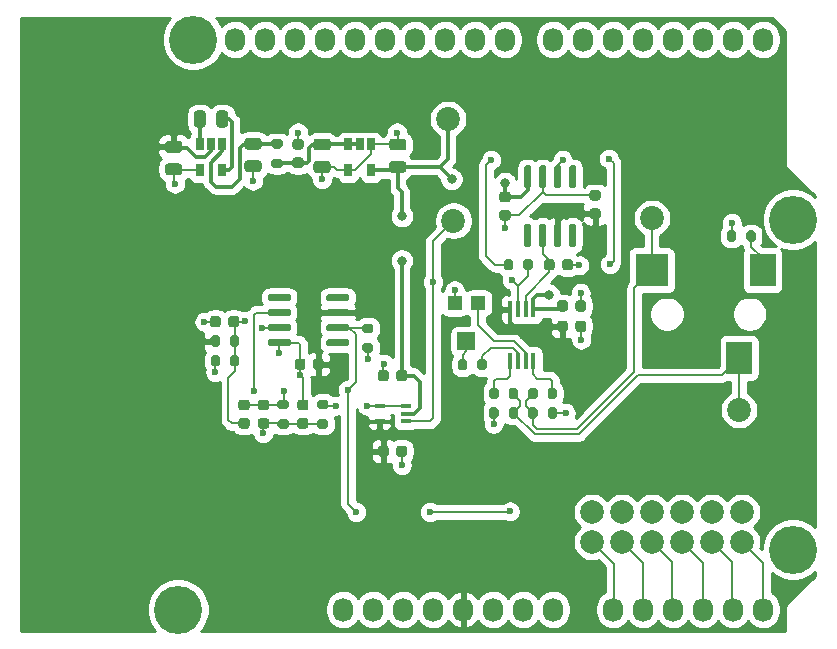
<source format=gtl>
G04 #@! TF.GenerationSoftware,KiCad,Pcbnew,(5.1.8)-1*
G04 #@! TF.CreationDate,2021-05-07T12:58:46-05:00*
G04 #@! TF.ProjectId,DEVLPR,4445564c-5052-42e6-9b69-6361645f7063,rev?*
G04 #@! TF.SameCoordinates,Original*
G04 #@! TF.FileFunction,Copper,L1,Top*
G04 #@! TF.FilePolarity,Positive*
%FSLAX46Y46*%
G04 Gerber Fmt 4.6, Leading zero omitted, Abs format (unit mm)*
G04 Created by KiCad (PCBNEW (5.1.8)-1) date 2021-05-07 12:58:46*
%MOMM*%
%LPD*%
G01*
G04 APERTURE LIST*
G04 #@! TA.AperFunction,SMDPad,CuDef*
%ADD10R,0.450000X1.450000*%
G04 #@! TD*
G04 #@! TA.AperFunction,ComponentPad*
%ADD11C,2.020000*%
G04 #@! TD*
G04 #@! TA.AperFunction,SMDPad,CuDef*
%ADD12R,1.200000X1.200000*%
G04 #@! TD*
G04 #@! TA.AperFunction,SMDPad,CuDef*
%ADD13R,1.600000X1.500000*%
G04 #@! TD*
G04 #@! TA.AperFunction,SMDPad,CuDef*
%ADD14R,0.900000X0.400000*%
G04 #@! TD*
G04 #@! TA.AperFunction,SMDPad,CuDef*
%ADD15R,0.650000X1.060000*%
G04 #@! TD*
G04 #@! TA.AperFunction,SMDPad,CuDef*
%ADD16R,2.800000X2.800000*%
G04 #@! TD*
G04 #@! TA.AperFunction,SMDPad,CuDef*
%ADD17R,2.200000X2.800000*%
G04 #@! TD*
G04 #@! TA.AperFunction,ComponentPad*
%ADD18C,2.000000*%
G04 #@! TD*
G04 #@! TA.AperFunction,ComponentPad*
%ADD19O,1.727200X2.032000*%
G04 #@! TD*
G04 #@! TA.AperFunction,ComponentPad*
%ADD20C,4.064000*%
G04 #@! TD*
G04 #@! TA.AperFunction,ViaPad*
%ADD21C,0.600000*%
G04 #@! TD*
G04 #@! TA.AperFunction,ViaPad*
%ADD22C,0.800000*%
G04 #@! TD*
G04 #@! TA.AperFunction,Conductor*
%ADD23C,0.300000*%
G04 #@! TD*
G04 #@! TA.AperFunction,Conductor*
%ADD24C,0.200000*%
G04 #@! TD*
G04 #@! TA.AperFunction,Conductor*
%ADD25C,0.254000*%
G04 #@! TD*
G04 #@! TA.AperFunction,Conductor*
%ADD26C,0.100000*%
G04 #@! TD*
G04 APERTURE END LIST*
D10*
X153101400Y-98409400D03*
X153751400Y-98409400D03*
X154401400Y-98409400D03*
X155051400Y-98409400D03*
X155051400Y-102809400D03*
X154401400Y-102809400D03*
X153751400Y-102809400D03*
X153101400Y-102809400D03*
G04 #@! TA.AperFunction,SMDPad,CuDef*
G36*
G01*
X158219000Y-91162000D02*
X158519000Y-91162000D01*
G75*
G02*
X158669000Y-91312000I0J-150000D01*
G01*
X158669000Y-92962000D01*
G75*
G02*
X158519000Y-93112000I-150000J0D01*
G01*
X158219000Y-93112000D01*
G75*
G02*
X158069000Y-92962000I0J150000D01*
G01*
X158069000Y-91312000D01*
G75*
G02*
X158219000Y-91162000I150000J0D01*
G01*
G37*
G04 #@! TD.AperFunction*
G04 #@! TA.AperFunction,SMDPad,CuDef*
G36*
G01*
X156949000Y-91162000D02*
X157249000Y-91162000D01*
G75*
G02*
X157399000Y-91312000I0J-150000D01*
G01*
X157399000Y-92962000D01*
G75*
G02*
X157249000Y-93112000I-150000J0D01*
G01*
X156949000Y-93112000D01*
G75*
G02*
X156799000Y-92962000I0J150000D01*
G01*
X156799000Y-91312000D01*
G75*
G02*
X156949000Y-91162000I150000J0D01*
G01*
G37*
G04 #@! TD.AperFunction*
G04 #@! TA.AperFunction,SMDPad,CuDef*
G36*
G01*
X155679000Y-91162000D02*
X155979000Y-91162000D01*
G75*
G02*
X156129000Y-91312000I0J-150000D01*
G01*
X156129000Y-92962000D01*
G75*
G02*
X155979000Y-93112000I-150000J0D01*
G01*
X155679000Y-93112000D01*
G75*
G02*
X155529000Y-92962000I0J150000D01*
G01*
X155529000Y-91312000D01*
G75*
G02*
X155679000Y-91162000I150000J0D01*
G01*
G37*
G04 #@! TD.AperFunction*
G04 #@! TA.AperFunction,SMDPad,CuDef*
G36*
G01*
X154409000Y-91162000D02*
X154709000Y-91162000D01*
G75*
G02*
X154859000Y-91312000I0J-150000D01*
G01*
X154859000Y-92962000D01*
G75*
G02*
X154709000Y-93112000I-150000J0D01*
G01*
X154409000Y-93112000D01*
G75*
G02*
X154259000Y-92962000I0J150000D01*
G01*
X154259000Y-91312000D01*
G75*
G02*
X154409000Y-91162000I150000J0D01*
G01*
G37*
G04 #@! TD.AperFunction*
G04 #@! TA.AperFunction,SMDPad,CuDef*
G36*
G01*
X154409000Y-86212000D02*
X154709000Y-86212000D01*
G75*
G02*
X154859000Y-86362000I0J-150000D01*
G01*
X154859000Y-88012000D01*
G75*
G02*
X154709000Y-88162000I-150000J0D01*
G01*
X154409000Y-88162000D01*
G75*
G02*
X154259000Y-88012000I0J150000D01*
G01*
X154259000Y-86362000D01*
G75*
G02*
X154409000Y-86212000I150000J0D01*
G01*
G37*
G04 #@! TD.AperFunction*
G04 #@! TA.AperFunction,SMDPad,CuDef*
G36*
G01*
X155679000Y-86212000D02*
X155979000Y-86212000D01*
G75*
G02*
X156129000Y-86362000I0J-150000D01*
G01*
X156129000Y-88012000D01*
G75*
G02*
X155979000Y-88162000I-150000J0D01*
G01*
X155679000Y-88162000D01*
G75*
G02*
X155529000Y-88012000I0J150000D01*
G01*
X155529000Y-86362000D01*
G75*
G02*
X155679000Y-86212000I150000J0D01*
G01*
G37*
G04 #@! TD.AperFunction*
G04 #@! TA.AperFunction,SMDPad,CuDef*
G36*
G01*
X156949000Y-86212000D02*
X157249000Y-86212000D01*
G75*
G02*
X157399000Y-86362000I0J-150000D01*
G01*
X157399000Y-88012000D01*
G75*
G02*
X157249000Y-88162000I-150000J0D01*
G01*
X156949000Y-88162000D01*
G75*
G02*
X156799000Y-88012000I0J150000D01*
G01*
X156799000Y-86362000D01*
G75*
G02*
X156949000Y-86212000I150000J0D01*
G01*
G37*
G04 #@! TD.AperFunction*
G04 #@! TA.AperFunction,SMDPad,CuDef*
G36*
G01*
X158219000Y-86212000D02*
X158519000Y-86212000D01*
G75*
G02*
X158669000Y-86362000I0J-150000D01*
G01*
X158669000Y-88012000D01*
G75*
G02*
X158519000Y-88162000I-150000J0D01*
G01*
X158219000Y-88162000D01*
G75*
G02*
X158069000Y-88012000I0J150000D01*
G01*
X158069000Y-86362000D01*
G75*
G02*
X158219000Y-86212000I150000J0D01*
G01*
G37*
G04 #@! TD.AperFunction*
D11*
X165100000Y-90678000D03*
X172466000Y-106934000D03*
G04 #@! TA.AperFunction,SMDPad,CuDef*
G36*
G01*
X154196600Y-94915400D02*
X154196600Y-94365400D01*
G75*
G02*
X154396600Y-94165400I200000J0D01*
G01*
X154796600Y-94165400D01*
G75*
G02*
X154996600Y-94365400I0J-200000D01*
G01*
X154996600Y-94915400D01*
G75*
G02*
X154796600Y-95115400I-200000J0D01*
G01*
X154396600Y-95115400D01*
G75*
G02*
X154196600Y-94915400I0J200000D01*
G01*
G37*
G04 #@! TD.AperFunction*
G04 #@! TA.AperFunction,SMDPad,CuDef*
G36*
G01*
X152546600Y-94915400D02*
X152546600Y-94365400D01*
G75*
G02*
X152746600Y-94165400I200000J0D01*
G01*
X153146600Y-94165400D01*
G75*
G02*
X153346600Y-94365400I0J-200000D01*
G01*
X153346600Y-94915400D01*
G75*
G02*
X153146600Y-95115400I-200000J0D01*
G01*
X152746600Y-95115400D01*
G75*
G02*
X152546600Y-94915400I0J200000D01*
G01*
G37*
G04 #@! TD.AperFunction*
G04 #@! TA.AperFunction,SMDPad,CuDef*
G36*
G01*
X133583000Y-107714600D02*
X134133000Y-107714600D01*
G75*
G02*
X134333000Y-107914600I0J-200000D01*
G01*
X134333000Y-108314600D01*
G75*
G02*
X134133000Y-108514600I-200000J0D01*
G01*
X133583000Y-108514600D01*
G75*
G02*
X133383000Y-108314600I0J200000D01*
G01*
X133383000Y-107914600D01*
G75*
G02*
X133583000Y-107714600I200000J0D01*
G01*
G37*
G04 #@! TD.AperFunction*
G04 #@! TA.AperFunction,SMDPad,CuDef*
G36*
G01*
X133583000Y-106064600D02*
X134133000Y-106064600D01*
G75*
G02*
X134333000Y-106264600I0J-200000D01*
G01*
X134333000Y-106664600D01*
G75*
G02*
X134133000Y-106864600I-200000J0D01*
G01*
X133583000Y-106864600D01*
G75*
G02*
X133383000Y-106664600I0J200000D01*
G01*
X133383000Y-106264600D01*
G75*
G02*
X133583000Y-106064600I200000J0D01*
G01*
G37*
G04 #@! TD.AperFunction*
G04 #@! TA.AperFunction,SMDPad,CuDef*
G36*
G01*
X137485800Y-106864600D02*
X136935800Y-106864600D01*
G75*
G02*
X136735800Y-106664600I0J200000D01*
G01*
X136735800Y-106264600D01*
G75*
G02*
X136935800Y-106064600I200000J0D01*
G01*
X137485800Y-106064600D01*
G75*
G02*
X137685800Y-106264600I0J-200000D01*
G01*
X137685800Y-106664600D01*
G75*
G02*
X137485800Y-106864600I-200000J0D01*
G01*
G37*
G04 #@! TD.AperFunction*
G04 #@! TA.AperFunction,SMDPad,CuDef*
G36*
G01*
X137485800Y-108514600D02*
X136935800Y-108514600D01*
G75*
G02*
X136735800Y-108314600I0J200000D01*
G01*
X136735800Y-107914600D01*
G75*
G02*
X136935800Y-107714600I200000J0D01*
G01*
X137485800Y-107714600D01*
G75*
G02*
X137685800Y-107914600I0J-200000D01*
G01*
X137685800Y-108314600D01*
G75*
G02*
X137485800Y-108514600I-200000J0D01*
G01*
G37*
G04 #@! TD.AperFunction*
G04 #@! TA.AperFunction,SMDPad,CuDef*
G36*
G01*
X150310400Y-103373600D02*
X150310400Y-102823600D01*
G75*
G02*
X150510400Y-102623600I200000J0D01*
G01*
X150910400Y-102623600D01*
G75*
G02*
X151110400Y-102823600I0J-200000D01*
G01*
X151110400Y-103373600D01*
G75*
G02*
X150910400Y-103573600I-200000J0D01*
G01*
X150510400Y-103573600D01*
G75*
G02*
X150310400Y-103373600I0J200000D01*
G01*
G37*
G04 #@! TD.AperFunction*
G04 #@! TA.AperFunction,SMDPad,CuDef*
G36*
G01*
X148660400Y-103373600D02*
X148660400Y-102823600D01*
G75*
G02*
X148860400Y-102623600I200000J0D01*
G01*
X149260400Y-102623600D01*
G75*
G02*
X149460400Y-102823600I0J-200000D01*
G01*
X149460400Y-103373600D01*
G75*
G02*
X149260400Y-103573600I-200000J0D01*
G01*
X148860400Y-103573600D01*
G75*
G02*
X148660400Y-103373600I0J200000D01*
G01*
G37*
G04 #@! TD.AperFunction*
G04 #@! TA.AperFunction,SMDPad,CuDef*
G36*
G01*
X156254000Y-105812000D02*
X156254000Y-105262000D01*
G75*
G02*
X156454000Y-105062000I200000J0D01*
G01*
X156854000Y-105062000D01*
G75*
G02*
X157054000Y-105262000I0J-200000D01*
G01*
X157054000Y-105812000D01*
G75*
G02*
X156854000Y-106012000I-200000J0D01*
G01*
X156454000Y-106012000D01*
G75*
G02*
X156254000Y-105812000I0J200000D01*
G01*
G37*
G04 #@! TD.AperFunction*
G04 #@! TA.AperFunction,SMDPad,CuDef*
G36*
G01*
X154604000Y-105812000D02*
X154604000Y-105262000D01*
G75*
G02*
X154804000Y-105062000I200000J0D01*
G01*
X155204000Y-105062000D01*
G75*
G02*
X155404000Y-105262000I0J-200000D01*
G01*
X155404000Y-105812000D01*
G75*
G02*
X155204000Y-106012000I-200000J0D01*
G01*
X154804000Y-106012000D01*
G75*
G02*
X154604000Y-105812000I0J200000D01*
G01*
G37*
G04 #@! TD.AperFunction*
G04 #@! TA.AperFunction,SMDPad,CuDef*
G36*
G01*
X152102000Y-105262000D02*
X152102000Y-105812000D01*
G75*
G02*
X151902000Y-106012000I-200000J0D01*
G01*
X151502000Y-106012000D01*
G75*
G02*
X151302000Y-105812000I0J200000D01*
G01*
X151302000Y-105262000D01*
G75*
G02*
X151502000Y-105062000I200000J0D01*
G01*
X151902000Y-105062000D01*
G75*
G02*
X152102000Y-105262000I0J-200000D01*
G01*
G37*
G04 #@! TD.AperFunction*
G04 #@! TA.AperFunction,SMDPad,CuDef*
G36*
G01*
X153752000Y-105262000D02*
X153752000Y-105812000D01*
G75*
G02*
X153552000Y-106012000I-200000J0D01*
G01*
X153152000Y-106012000D01*
G75*
G02*
X152952000Y-105812000I0J200000D01*
G01*
X152952000Y-105262000D01*
G75*
G02*
X153152000Y-105062000I200000J0D01*
G01*
X153552000Y-105062000D01*
G75*
G02*
X153752000Y-105262000I0J-200000D01*
G01*
G37*
G04 #@! TD.AperFunction*
G04 #@! TA.AperFunction,SMDPad,CuDef*
G36*
G01*
X128517600Y-102493400D02*
X128517600Y-103043400D01*
G75*
G02*
X128317600Y-103243400I-200000J0D01*
G01*
X127917600Y-103243400D01*
G75*
G02*
X127717600Y-103043400I0J200000D01*
G01*
X127717600Y-102493400D01*
G75*
G02*
X127917600Y-102293400I200000J0D01*
G01*
X128317600Y-102293400D01*
G75*
G02*
X128517600Y-102493400I0J-200000D01*
G01*
G37*
G04 #@! TD.AperFunction*
G04 #@! TA.AperFunction,SMDPad,CuDef*
G36*
G01*
X130167600Y-102493400D02*
X130167600Y-103043400D01*
G75*
G02*
X129967600Y-103243400I-200000J0D01*
G01*
X129567600Y-103243400D01*
G75*
G02*
X129367600Y-103043400I0J200000D01*
G01*
X129367600Y-102493400D01*
G75*
G02*
X129567600Y-102293400I200000J0D01*
G01*
X129967600Y-102293400D01*
G75*
G02*
X130167600Y-102493400I0J-200000D01*
G01*
G37*
G04 #@! TD.AperFunction*
G04 #@! TA.AperFunction,SMDPad,CuDef*
G36*
G01*
X172232000Y-91927000D02*
X172232000Y-92477000D01*
G75*
G02*
X172032000Y-92677000I-200000J0D01*
G01*
X171632000Y-92677000D01*
G75*
G02*
X171432000Y-92477000I0J200000D01*
G01*
X171432000Y-91927000D01*
G75*
G02*
X171632000Y-91727000I200000J0D01*
G01*
X172032000Y-91727000D01*
G75*
G02*
X172232000Y-91927000I0J-200000D01*
G01*
G37*
G04 #@! TD.AperFunction*
G04 #@! TA.AperFunction,SMDPad,CuDef*
G36*
G01*
X173882000Y-91927000D02*
X173882000Y-92477000D01*
G75*
G02*
X173682000Y-92677000I-200000J0D01*
G01*
X173282000Y-92677000D01*
G75*
G02*
X173082000Y-92477000I0J200000D01*
G01*
X173082000Y-91927000D01*
G75*
G02*
X173282000Y-91727000I200000J0D01*
G01*
X173682000Y-91727000D01*
G75*
G02*
X173882000Y-91927000I0J-200000D01*
G01*
G37*
G04 #@! TD.AperFunction*
G04 #@! TA.AperFunction,SMDPad,CuDef*
G36*
G01*
X129355400Y-101367000D02*
X129355400Y-100817000D01*
G75*
G02*
X129555400Y-100617000I200000J0D01*
G01*
X129955400Y-100617000D01*
G75*
G02*
X130155400Y-100817000I0J-200000D01*
G01*
X130155400Y-101367000D01*
G75*
G02*
X129955400Y-101567000I-200000J0D01*
G01*
X129555400Y-101567000D01*
G75*
G02*
X129355400Y-101367000I0J200000D01*
G01*
G37*
G04 #@! TD.AperFunction*
G04 #@! TA.AperFunction,SMDPad,CuDef*
G36*
G01*
X127705400Y-101367000D02*
X127705400Y-100817000D01*
G75*
G02*
X127905400Y-100617000I200000J0D01*
G01*
X128305400Y-100617000D01*
G75*
G02*
X128505400Y-100817000I0J-200000D01*
G01*
X128505400Y-101367000D01*
G75*
G02*
X128305400Y-101567000I-200000J0D01*
G01*
X127905400Y-101567000D01*
G75*
G02*
X127705400Y-101367000I0J200000D01*
G01*
G37*
G04 #@! TD.AperFunction*
D12*
X148377400Y-97869600D03*
X150377400Y-97869600D03*
D13*
X149377400Y-101119600D03*
G04 #@! TA.AperFunction,SMDPad,CuDef*
G36*
G01*
X157500200Y-94890400D02*
X157500200Y-94390400D01*
G75*
G02*
X157725200Y-94165400I225000J0D01*
G01*
X158175200Y-94165400D01*
G75*
G02*
X158400200Y-94390400I0J-225000D01*
G01*
X158400200Y-94890400D01*
G75*
G02*
X158175200Y-95115400I-225000J0D01*
G01*
X157725200Y-95115400D01*
G75*
G02*
X157500200Y-94890400I0J225000D01*
G01*
G37*
G04 #@! TD.AperFunction*
G04 #@! TA.AperFunction,SMDPad,CuDef*
G36*
G01*
X155950200Y-94890400D02*
X155950200Y-94390400D01*
G75*
G02*
X156175200Y-94165400I225000J0D01*
G01*
X156625200Y-94165400D01*
G75*
G02*
X156850200Y-94390400I0J-225000D01*
G01*
X156850200Y-94890400D01*
G75*
G02*
X156625200Y-95115400I-225000J0D01*
G01*
X156175200Y-95115400D01*
G75*
G02*
X155950200Y-94890400I0J225000D01*
G01*
G37*
G04 #@! TD.AperFunction*
G04 #@! TA.AperFunction,SMDPad,CuDef*
G36*
G01*
X152904000Y-89337000D02*
X152404000Y-89337000D01*
G75*
G02*
X152179000Y-89112000I0J225000D01*
G01*
X152179000Y-88662000D01*
G75*
G02*
X152404000Y-88437000I225000J0D01*
G01*
X152904000Y-88437000D01*
G75*
G02*
X153129000Y-88662000I0J-225000D01*
G01*
X153129000Y-89112000D01*
G75*
G02*
X152904000Y-89337000I-225000J0D01*
G01*
G37*
G04 #@! TD.AperFunction*
G04 #@! TA.AperFunction,SMDPad,CuDef*
G36*
G01*
X152904000Y-90887000D02*
X152404000Y-90887000D01*
G75*
G02*
X152179000Y-90662000I0J225000D01*
G01*
X152179000Y-90212000D01*
G75*
G02*
X152404000Y-89987000I225000J0D01*
G01*
X152904000Y-89987000D01*
G75*
G02*
X153129000Y-90212000I0J-225000D01*
G01*
X153129000Y-90662000D01*
G75*
G02*
X152904000Y-90887000I-225000J0D01*
G01*
G37*
G04 #@! TD.AperFunction*
G04 #@! TA.AperFunction,SMDPad,CuDef*
G36*
G01*
X160024000Y-89860000D02*
X160524000Y-89860000D01*
G75*
G02*
X160749000Y-90085000I0J-225000D01*
G01*
X160749000Y-90535000D01*
G75*
G02*
X160524000Y-90760000I-225000J0D01*
G01*
X160024000Y-90760000D01*
G75*
G02*
X159799000Y-90535000I0J225000D01*
G01*
X159799000Y-90085000D01*
G75*
G02*
X160024000Y-89860000I225000J0D01*
G01*
G37*
G04 #@! TD.AperFunction*
G04 #@! TA.AperFunction,SMDPad,CuDef*
G36*
G01*
X160024000Y-88310000D02*
X160524000Y-88310000D01*
G75*
G02*
X160749000Y-88535000I0J-225000D01*
G01*
X160749000Y-88985000D01*
G75*
G02*
X160524000Y-89210000I-225000J0D01*
G01*
X160024000Y-89210000D01*
G75*
G02*
X159799000Y-88985000I0J225000D01*
G01*
X159799000Y-88535000D01*
G75*
G02*
X160024000Y-88310000I225000J0D01*
G01*
G37*
G04 #@! TD.AperFunction*
G04 #@! TA.AperFunction,SMDPad,CuDef*
G36*
G01*
X132457000Y-106964600D02*
X131957000Y-106964600D01*
G75*
G02*
X131732000Y-106739600I0J225000D01*
G01*
X131732000Y-106289600D01*
G75*
G02*
X131957000Y-106064600I225000J0D01*
G01*
X132457000Y-106064600D01*
G75*
G02*
X132682000Y-106289600I0J-225000D01*
G01*
X132682000Y-106739600D01*
G75*
G02*
X132457000Y-106964600I-225000J0D01*
G01*
G37*
G04 #@! TD.AperFunction*
G04 #@! TA.AperFunction,SMDPad,CuDef*
G36*
G01*
X132457000Y-108514600D02*
X131957000Y-108514600D01*
G75*
G02*
X131732000Y-108289600I0J225000D01*
G01*
X131732000Y-107839600D01*
G75*
G02*
X131957000Y-107614600I225000J0D01*
G01*
X132457000Y-107614600D01*
G75*
G02*
X132682000Y-107839600I0J-225000D01*
G01*
X132682000Y-108289600D01*
G75*
G02*
X132457000Y-108514600I-225000J0D01*
G01*
G37*
G04 #@! TD.AperFunction*
G04 #@! TA.AperFunction,SMDPad,CuDef*
G36*
G01*
X130806000Y-106964600D02*
X130306000Y-106964600D01*
G75*
G02*
X130081000Y-106739600I0J225000D01*
G01*
X130081000Y-106289600D01*
G75*
G02*
X130306000Y-106064600I225000J0D01*
G01*
X130806000Y-106064600D01*
G75*
G02*
X131031000Y-106289600I0J-225000D01*
G01*
X131031000Y-106739600D01*
G75*
G02*
X130806000Y-106964600I-225000J0D01*
G01*
G37*
G04 #@! TD.AperFunction*
G04 #@! TA.AperFunction,SMDPad,CuDef*
G36*
G01*
X130806000Y-108514600D02*
X130306000Y-108514600D01*
G75*
G02*
X130081000Y-108289600I0J225000D01*
G01*
X130081000Y-107839600D01*
G75*
G02*
X130306000Y-107614600I225000J0D01*
G01*
X130806000Y-107614600D01*
G75*
G02*
X131031000Y-107839600I0J-225000D01*
G01*
X131031000Y-108289600D01*
G75*
G02*
X130806000Y-108514600I-225000J0D01*
G01*
G37*
G04 #@! TD.AperFunction*
G04 #@! TA.AperFunction,SMDPad,CuDef*
G36*
G01*
X135284400Y-107614600D02*
X135784400Y-107614600D01*
G75*
G02*
X136009400Y-107839600I0J-225000D01*
G01*
X136009400Y-108289600D01*
G75*
G02*
X135784400Y-108514600I-225000J0D01*
G01*
X135284400Y-108514600D01*
G75*
G02*
X135059400Y-108289600I0J225000D01*
G01*
X135059400Y-107839600D01*
G75*
G02*
X135284400Y-107614600I225000J0D01*
G01*
G37*
G04 #@! TD.AperFunction*
G04 #@! TA.AperFunction,SMDPad,CuDef*
G36*
G01*
X135284400Y-106064600D02*
X135784400Y-106064600D01*
G75*
G02*
X136009400Y-106289600I0J-225000D01*
G01*
X136009400Y-106739600D01*
G75*
G02*
X135784400Y-106964600I-225000J0D01*
G01*
X135284400Y-106964600D01*
G75*
G02*
X135059400Y-106739600I0J225000D01*
G01*
X135059400Y-106289600D01*
G75*
G02*
X135284400Y-106064600I225000J0D01*
G01*
G37*
G04 #@! TD.AperFunction*
D11*
X147828000Y-82296000D03*
G04 #@! TA.AperFunction,SMDPad,CuDef*
G36*
G01*
X133625000Y-84792000D02*
X133075000Y-84792000D01*
G75*
G02*
X132875000Y-84592000I0J200000D01*
G01*
X132875000Y-84192000D01*
G75*
G02*
X133075000Y-83992000I200000J0D01*
G01*
X133625000Y-83992000D01*
G75*
G02*
X133825000Y-84192000I0J-200000D01*
G01*
X133825000Y-84592000D01*
G75*
G02*
X133625000Y-84792000I-200000J0D01*
G01*
G37*
G04 #@! TD.AperFunction*
G04 #@! TA.AperFunction,SMDPad,CuDef*
G36*
G01*
X133625000Y-86442000D02*
X133075000Y-86442000D01*
G75*
G02*
X132875000Y-86242000I0J200000D01*
G01*
X132875000Y-85842000D01*
G75*
G02*
X133075000Y-85642000I200000J0D01*
G01*
X133625000Y-85642000D01*
G75*
G02*
X133825000Y-85842000I0J-200000D01*
G01*
X133825000Y-86242000D01*
G75*
G02*
X133625000Y-86442000I-200000J0D01*
G01*
G37*
G04 #@! TD.AperFunction*
G04 #@! TA.AperFunction,SMDPad,CuDef*
G36*
G01*
X134878000Y-85542000D02*
X135378000Y-85542000D01*
G75*
G02*
X135603000Y-85767000I0J-225000D01*
G01*
X135603000Y-86217000D01*
G75*
G02*
X135378000Y-86442000I-225000J0D01*
G01*
X134878000Y-86442000D01*
G75*
G02*
X134653000Y-86217000I0J225000D01*
G01*
X134653000Y-85767000D01*
G75*
G02*
X134878000Y-85542000I225000J0D01*
G01*
G37*
G04 #@! TD.AperFunction*
G04 #@! TA.AperFunction,SMDPad,CuDef*
G36*
G01*
X134878000Y-83992000D02*
X135378000Y-83992000D01*
G75*
G02*
X135603000Y-84217000I0J-225000D01*
G01*
X135603000Y-84667000D01*
G75*
G02*
X135378000Y-84892000I-225000J0D01*
G01*
X134878000Y-84892000D01*
G75*
G02*
X134653000Y-84667000I0J225000D01*
G01*
X134653000Y-84217000D01*
G75*
G02*
X134878000Y-83992000I225000J0D01*
G01*
G37*
G04 #@! TD.AperFunction*
G04 #@! TA.AperFunction,SMDPad,CuDef*
G36*
G01*
X131793000Y-84894000D02*
X130843000Y-84894000D01*
G75*
G02*
X130593000Y-84644000I0J250000D01*
G01*
X130593000Y-84144000D01*
G75*
G02*
X130843000Y-83894000I250000J0D01*
G01*
X131793000Y-83894000D01*
G75*
G02*
X132043000Y-84144000I0J-250000D01*
G01*
X132043000Y-84644000D01*
G75*
G02*
X131793000Y-84894000I-250000J0D01*
G01*
G37*
G04 #@! TD.AperFunction*
G04 #@! TA.AperFunction,SMDPad,CuDef*
G36*
G01*
X131793000Y-86794000D02*
X130843000Y-86794000D01*
G75*
G02*
X130593000Y-86544000I0J250000D01*
G01*
X130593000Y-86044000D01*
G75*
G02*
X130843000Y-85794000I250000J0D01*
G01*
X131793000Y-85794000D01*
G75*
G02*
X132043000Y-86044000I0J-250000D01*
G01*
X132043000Y-86544000D01*
G75*
G02*
X131793000Y-86794000I-250000J0D01*
G01*
G37*
G04 #@! TD.AperFunction*
G04 #@! TA.AperFunction,SMDPad,CuDef*
G36*
G01*
X128212000Y-82771000D02*
X128212000Y-81821000D01*
G75*
G02*
X128462000Y-81571000I250000J0D01*
G01*
X128962000Y-81571000D01*
G75*
G02*
X129212000Y-81821000I0J-250000D01*
G01*
X129212000Y-82771000D01*
G75*
G02*
X128962000Y-83021000I-250000J0D01*
G01*
X128462000Y-83021000D01*
G75*
G02*
X128212000Y-82771000I0J250000D01*
G01*
G37*
G04 #@! TD.AperFunction*
G04 #@! TA.AperFunction,SMDPad,CuDef*
G36*
G01*
X126312000Y-82771000D02*
X126312000Y-81821000D01*
G75*
G02*
X126562000Y-81571000I250000J0D01*
G01*
X127062000Y-81571000D01*
G75*
G02*
X127312000Y-81821000I0J-250000D01*
G01*
X127312000Y-82771000D01*
G75*
G02*
X127062000Y-83021000I-250000J0D01*
G01*
X126562000Y-83021000D01*
G75*
G02*
X126312000Y-82771000I0J250000D01*
G01*
G37*
G04 #@! TD.AperFunction*
G04 #@! TA.AperFunction,SMDPad,CuDef*
G36*
G01*
X125062000Y-85148000D02*
X124112000Y-85148000D01*
G75*
G02*
X123862000Y-84898000I0J250000D01*
G01*
X123862000Y-84398000D01*
G75*
G02*
X124112000Y-84148000I250000J0D01*
G01*
X125062000Y-84148000D01*
G75*
G02*
X125312000Y-84398000I0J-250000D01*
G01*
X125312000Y-84898000D01*
G75*
G02*
X125062000Y-85148000I-250000J0D01*
G01*
G37*
G04 #@! TD.AperFunction*
G04 #@! TA.AperFunction,SMDPad,CuDef*
G36*
G01*
X125062000Y-87048000D02*
X124112000Y-87048000D01*
G75*
G02*
X123862000Y-86798000I0J250000D01*
G01*
X123862000Y-86298000D01*
G75*
G02*
X124112000Y-86048000I250000J0D01*
G01*
X125062000Y-86048000D01*
G75*
G02*
X125312000Y-86298000I0J-250000D01*
G01*
X125312000Y-86798000D01*
G75*
G02*
X125062000Y-87048000I-250000J0D01*
G01*
G37*
G04 #@! TD.AperFunction*
G04 #@! TA.AperFunction,SMDPad,CuDef*
G36*
G01*
X137635000Y-84957500D02*
X136685000Y-84957500D01*
G75*
G02*
X136435000Y-84707500I0J250000D01*
G01*
X136435000Y-84207500D01*
G75*
G02*
X136685000Y-83957500I250000J0D01*
G01*
X137635000Y-83957500D01*
G75*
G02*
X137885000Y-84207500I0J-250000D01*
G01*
X137885000Y-84707500D01*
G75*
G02*
X137635000Y-84957500I-250000J0D01*
G01*
G37*
G04 #@! TD.AperFunction*
G04 #@! TA.AperFunction,SMDPad,CuDef*
G36*
G01*
X137635000Y-86857500D02*
X136685000Y-86857500D01*
G75*
G02*
X136435000Y-86607500I0J250000D01*
G01*
X136435000Y-86107500D01*
G75*
G02*
X136685000Y-85857500I250000J0D01*
G01*
X137635000Y-85857500D01*
G75*
G02*
X137885000Y-86107500I0J-250000D01*
G01*
X137885000Y-86607500D01*
G75*
G02*
X137635000Y-86857500I-250000J0D01*
G01*
G37*
G04 #@! TD.AperFunction*
D14*
X144229000Y-106601500D03*
X144229000Y-107901500D03*
X144229000Y-107251500D03*
X142029000Y-106601500D03*
X142029000Y-107901500D03*
D15*
X141285000Y-86634500D03*
X139385000Y-86634500D03*
X139385000Y-84434500D03*
X140335000Y-84434500D03*
X141285000Y-84434500D03*
X128712000Y-86634500D03*
X126812000Y-86634500D03*
X126812000Y-84434500D03*
X127762000Y-84434500D03*
X128712000Y-84434500D03*
D11*
X148285200Y-90906600D03*
G04 #@! TA.AperFunction,SMDPad,CuDef*
G36*
G01*
X143098500Y-85857500D02*
X144048500Y-85857500D01*
G75*
G02*
X144298500Y-86107500I0J-250000D01*
G01*
X144298500Y-86607500D01*
G75*
G02*
X144048500Y-86857500I-250000J0D01*
G01*
X143098500Y-86857500D01*
G75*
G02*
X142848500Y-86607500I0J250000D01*
G01*
X142848500Y-86107500D01*
G75*
G02*
X143098500Y-85857500I250000J0D01*
G01*
G37*
G04 #@! TD.AperFunction*
G04 #@! TA.AperFunction,SMDPad,CuDef*
G36*
G01*
X143098500Y-83957500D02*
X144048500Y-83957500D01*
G75*
G02*
X144298500Y-84207500I0J-250000D01*
G01*
X144298500Y-84707500D01*
G75*
G02*
X144048500Y-84957500I-250000J0D01*
G01*
X143098500Y-84957500D01*
G75*
G02*
X142848500Y-84707500I0J250000D01*
G01*
X142848500Y-84207500D01*
G75*
G02*
X143098500Y-83957500I250000J0D01*
G01*
G37*
G04 #@! TD.AperFunction*
G04 #@! TA.AperFunction,SMDPad,CuDef*
G36*
G01*
X157967800Y-97870200D02*
X157967800Y-98370200D01*
G75*
G02*
X157742800Y-98595200I-225000J0D01*
G01*
X157292800Y-98595200D01*
G75*
G02*
X157067800Y-98370200I0J225000D01*
G01*
X157067800Y-97870200D01*
G75*
G02*
X157292800Y-97645200I225000J0D01*
G01*
X157742800Y-97645200D01*
G75*
G02*
X157967800Y-97870200I0J-225000D01*
G01*
G37*
G04 #@! TD.AperFunction*
G04 #@! TA.AperFunction,SMDPad,CuDef*
G36*
G01*
X159517800Y-97870200D02*
X159517800Y-98370200D01*
G75*
G02*
X159292800Y-98595200I-225000J0D01*
G01*
X158842800Y-98595200D01*
G75*
G02*
X158617800Y-98370200I0J225000D01*
G01*
X158617800Y-97870200D01*
G75*
G02*
X158842800Y-97645200I225000J0D01*
G01*
X159292800Y-97645200D01*
G75*
G02*
X159517800Y-97870200I0J-225000D01*
G01*
G37*
G04 #@! TD.AperFunction*
D16*
X165066000Y-95106000D03*
D17*
X174466000Y-95106000D03*
X172466000Y-102506000D03*
D18*
X172720000Y-118110000D03*
X170180000Y-118110000D03*
X167640000Y-118110000D03*
X165100000Y-118110000D03*
X162560000Y-118110000D03*
X160020000Y-118110000D03*
X160020000Y-115570000D03*
X162560000Y-115570000D03*
X165100000Y-115570000D03*
X167640000Y-115570000D03*
X170180000Y-115570000D03*
X172720000Y-115570000D03*
G04 #@! TA.AperFunction,SMDPad,CuDef*
G36*
G01*
X137517000Y-97559000D02*
X137517000Y-97259000D01*
G75*
G02*
X137667000Y-97109000I150000J0D01*
G01*
X139317000Y-97109000D01*
G75*
G02*
X139467000Y-97259000I0J-150000D01*
G01*
X139467000Y-97559000D01*
G75*
G02*
X139317000Y-97709000I-150000J0D01*
G01*
X137667000Y-97709000D01*
G75*
G02*
X137517000Y-97559000I0J150000D01*
G01*
G37*
G04 #@! TD.AperFunction*
G04 #@! TA.AperFunction,SMDPad,CuDef*
G36*
G01*
X137517000Y-98829000D02*
X137517000Y-98529000D01*
G75*
G02*
X137667000Y-98379000I150000J0D01*
G01*
X139317000Y-98379000D01*
G75*
G02*
X139467000Y-98529000I0J-150000D01*
G01*
X139467000Y-98829000D01*
G75*
G02*
X139317000Y-98979000I-150000J0D01*
G01*
X137667000Y-98979000D01*
G75*
G02*
X137517000Y-98829000I0J150000D01*
G01*
G37*
G04 #@! TD.AperFunction*
G04 #@! TA.AperFunction,SMDPad,CuDef*
G36*
G01*
X137517000Y-100099000D02*
X137517000Y-99799000D01*
G75*
G02*
X137667000Y-99649000I150000J0D01*
G01*
X139317000Y-99649000D01*
G75*
G02*
X139467000Y-99799000I0J-150000D01*
G01*
X139467000Y-100099000D01*
G75*
G02*
X139317000Y-100249000I-150000J0D01*
G01*
X137667000Y-100249000D01*
G75*
G02*
X137517000Y-100099000I0J150000D01*
G01*
G37*
G04 #@! TD.AperFunction*
G04 #@! TA.AperFunction,SMDPad,CuDef*
G36*
G01*
X137517000Y-101369000D02*
X137517000Y-101069000D01*
G75*
G02*
X137667000Y-100919000I150000J0D01*
G01*
X139317000Y-100919000D01*
G75*
G02*
X139467000Y-101069000I0J-150000D01*
G01*
X139467000Y-101369000D01*
G75*
G02*
X139317000Y-101519000I-150000J0D01*
G01*
X137667000Y-101519000D01*
G75*
G02*
X137517000Y-101369000I0J150000D01*
G01*
G37*
G04 #@! TD.AperFunction*
G04 #@! TA.AperFunction,SMDPad,CuDef*
G36*
G01*
X132567000Y-101369000D02*
X132567000Y-101069000D01*
G75*
G02*
X132717000Y-100919000I150000J0D01*
G01*
X134367000Y-100919000D01*
G75*
G02*
X134517000Y-101069000I0J-150000D01*
G01*
X134517000Y-101369000D01*
G75*
G02*
X134367000Y-101519000I-150000J0D01*
G01*
X132717000Y-101519000D01*
G75*
G02*
X132567000Y-101369000I0J150000D01*
G01*
G37*
G04 #@! TD.AperFunction*
G04 #@! TA.AperFunction,SMDPad,CuDef*
G36*
G01*
X132567000Y-100099000D02*
X132567000Y-99799000D01*
G75*
G02*
X132717000Y-99649000I150000J0D01*
G01*
X134367000Y-99649000D01*
G75*
G02*
X134517000Y-99799000I0J-150000D01*
G01*
X134517000Y-100099000D01*
G75*
G02*
X134367000Y-100249000I-150000J0D01*
G01*
X132717000Y-100249000D01*
G75*
G02*
X132567000Y-100099000I0J150000D01*
G01*
G37*
G04 #@! TD.AperFunction*
G04 #@! TA.AperFunction,SMDPad,CuDef*
G36*
G01*
X132567000Y-98829000D02*
X132567000Y-98529000D01*
G75*
G02*
X132717000Y-98379000I150000J0D01*
G01*
X134367000Y-98379000D01*
G75*
G02*
X134517000Y-98529000I0J-150000D01*
G01*
X134517000Y-98829000D01*
G75*
G02*
X134367000Y-98979000I-150000J0D01*
G01*
X132717000Y-98979000D01*
G75*
G02*
X132567000Y-98829000I0J150000D01*
G01*
G37*
G04 #@! TD.AperFunction*
G04 #@! TA.AperFunction,SMDPad,CuDef*
G36*
G01*
X132567000Y-97559000D02*
X132567000Y-97259000D01*
G75*
G02*
X132717000Y-97109000I150000J0D01*
G01*
X134367000Y-97109000D01*
G75*
G02*
X134517000Y-97259000I0J-150000D01*
G01*
X134517000Y-97559000D01*
G75*
G02*
X134367000Y-97709000I-150000J0D01*
G01*
X132717000Y-97709000D01*
G75*
G02*
X132567000Y-97559000I0J150000D01*
G01*
G37*
G04 #@! TD.AperFunction*
G04 #@! TA.AperFunction,SMDPad,CuDef*
G36*
G01*
X152952000Y-107463000D02*
X152952000Y-106913000D01*
G75*
G02*
X153152000Y-106713000I200000J0D01*
G01*
X153552000Y-106713000D01*
G75*
G02*
X153752000Y-106913000I0J-200000D01*
G01*
X153752000Y-107463000D01*
G75*
G02*
X153552000Y-107663000I-200000J0D01*
G01*
X153152000Y-107663000D01*
G75*
G02*
X152952000Y-107463000I0J200000D01*
G01*
G37*
G04 #@! TD.AperFunction*
G04 #@! TA.AperFunction,SMDPad,CuDef*
G36*
G01*
X151302000Y-107463000D02*
X151302000Y-106913000D01*
G75*
G02*
X151502000Y-106713000I200000J0D01*
G01*
X151902000Y-106713000D01*
G75*
G02*
X152102000Y-106913000I0J-200000D01*
G01*
X152102000Y-107463000D01*
G75*
G02*
X151902000Y-107663000I-200000J0D01*
G01*
X151502000Y-107663000D01*
G75*
G02*
X151302000Y-107463000I0J200000D01*
G01*
G37*
G04 #@! TD.AperFunction*
G04 #@! TA.AperFunction,SMDPad,CuDef*
G36*
G01*
X155404000Y-106913000D02*
X155404000Y-107463000D01*
G75*
G02*
X155204000Y-107663000I-200000J0D01*
G01*
X154804000Y-107663000D01*
G75*
G02*
X154604000Y-107463000I0J200000D01*
G01*
X154604000Y-106913000D01*
G75*
G02*
X154804000Y-106713000I200000J0D01*
G01*
X155204000Y-106713000D01*
G75*
G02*
X155404000Y-106913000I0J-200000D01*
G01*
G37*
G04 #@! TD.AperFunction*
G04 #@! TA.AperFunction,SMDPad,CuDef*
G36*
G01*
X157054000Y-106913000D02*
X157054000Y-107463000D01*
G75*
G02*
X156854000Y-107663000I-200000J0D01*
G01*
X156454000Y-107663000D01*
G75*
G02*
X156254000Y-107463000I0J200000D01*
G01*
X156254000Y-106913000D01*
G75*
G02*
X156454000Y-106713000I200000J0D01*
G01*
X156854000Y-106713000D01*
G75*
G02*
X157054000Y-106913000I0J-200000D01*
G01*
G37*
G04 #@! TD.AperFunction*
G04 #@! TA.AperFunction,SMDPad,CuDef*
G36*
G01*
X140758500Y-101262500D02*
X141308500Y-101262500D01*
G75*
G02*
X141508500Y-101462500I0J-200000D01*
G01*
X141508500Y-101862500D01*
G75*
G02*
X141308500Y-102062500I-200000J0D01*
G01*
X140758500Y-102062500D01*
G75*
G02*
X140558500Y-101862500I0J200000D01*
G01*
X140558500Y-101462500D01*
G75*
G02*
X140758500Y-101262500I200000J0D01*
G01*
G37*
G04 #@! TD.AperFunction*
G04 #@! TA.AperFunction,SMDPad,CuDef*
G36*
G01*
X140758500Y-99612500D02*
X141308500Y-99612500D01*
G75*
G02*
X141508500Y-99812500I0J-200000D01*
G01*
X141508500Y-100212500D01*
G75*
G02*
X141308500Y-100412500I-200000J0D01*
G01*
X140758500Y-100412500D01*
G75*
G02*
X140558500Y-100212500I0J200000D01*
G01*
X140558500Y-99812500D01*
G75*
G02*
X140758500Y-99612500I200000J0D01*
G01*
G37*
G04 #@! TD.AperFunction*
G04 #@! TA.AperFunction,SMDPad,CuDef*
G36*
G01*
X157967800Y-99597400D02*
X157967800Y-100097400D01*
G75*
G02*
X157742800Y-100322400I-225000J0D01*
G01*
X157292800Y-100322400D01*
G75*
G02*
X157067800Y-100097400I0J225000D01*
G01*
X157067800Y-99597400D01*
G75*
G02*
X157292800Y-99372400I225000J0D01*
G01*
X157742800Y-99372400D01*
G75*
G02*
X157967800Y-99597400I0J-225000D01*
G01*
G37*
G04 #@! TD.AperFunction*
G04 #@! TA.AperFunction,SMDPad,CuDef*
G36*
G01*
X159517800Y-99597400D02*
X159517800Y-100097400D01*
G75*
G02*
X159292800Y-100322400I-225000J0D01*
G01*
X158842800Y-100322400D01*
G75*
G02*
X158617800Y-100097400I0J225000D01*
G01*
X158617800Y-99597400D01*
G75*
G02*
X158842800Y-99372400I225000J0D01*
G01*
X159292800Y-99372400D01*
G75*
G02*
X159517800Y-99597400I0J-225000D01*
G01*
G37*
G04 #@! TD.AperFunction*
G04 #@! TA.AperFunction,SMDPad,CuDef*
G36*
G01*
X143454000Y-104263000D02*
X143454000Y-103763000D01*
G75*
G02*
X143679000Y-103538000I225000J0D01*
G01*
X144129000Y-103538000D01*
G75*
G02*
X144354000Y-103763000I0J-225000D01*
G01*
X144354000Y-104263000D01*
G75*
G02*
X144129000Y-104488000I-225000J0D01*
G01*
X143679000Y-104488000D01*
G75*
G02*
X143454000Y-104263000I0J225000D01*
G01*
G37*
G04 #@! TD.AperFunction*
G04 #@! TA.AperFunction,SMDPad,CuDef*
G36*
G01*
X141904000Y-104263000D02*
X141904000Y-103763000D01*
G75*
G02*
X142129000Y-103538000I225000J0D01*
G01*
X142579000Y-103538000D01*
G75*
G02*
X142804000Y-103763000I0J-225000D01*
G01*
X142804000Y-104263000D01*
G75*
G02*
X142579000Y-104488000I-225000J0D01*
G01*
X142129000Y-104488000D01*
G75*
G02*
X141904000Y-104263000I0J225000D01*
G01*
G37*
G04 #@! TD.AperFunction*
G04 #@! TA.AperFunction,SMDPad,CuDef*
G36*
G01*
X136405500Y-103310500D02*
X136405500Y-102810500D01*
G75*
G02*
X136630500Y-102585500I225000J0D01*
G01*
X137080500Y-102585500D01*
G75*
G02*
X137305500Y-102810500I0J-225000D01*
G01*
X137305500Y-103310500D01*
G75*
G02*
X137080500Y-103535500I-225000J0D01*
G01*
X136630500Y-103535500D01*
G75*
G02*
X136405500Y-103310500I0J225000D01*
G01*
G37*
G04 #@! TD.AperFunction*
G04 #@! TA.AperFunction,SMDPad,CuDef*
G36*
G01*
X134855500Y-103310500D02*
X134855500Y-102810500D01*
G75*
G02*
X135080500Y-102585500I225000J0D01*
G01*
X135530500Y-102585500D01*
G75*
G02*
X135755500Y-102810500I0J-225000D01*
G01*
X135755500Y-103310500D01*
G75*
G02*
X135530500Y-103535500I-225000J0D01*
G01*
X135080500Y-103535500D01*
G75*
G02*
X134855500Y-103310500I0J225000D01*
G01*
G37*
G04 #@! TD.AperFunction*
G04 #@! TA.AperFunction,SMDPad,CuDef*
G36*
G01*
X129230000Y-99691000D02*
X129230000Y-99191000D01*
G75*
G02*
X129455000Y-98966000I225000J0D01*
G01*
X129905000Y-98966000D01*
G75*
G02*
X130130000Y-99191000I0J-225000D01*
G01*
X130130000Y-99691000D01*
G75*
G02*
X129905000Y-99916000I-225000J0D01*
G01*
X129455000Y-99916000D01*
G75*
G02*
X129230000Y-99691000I0J225000D01*
G01*
G37*
G04 #@! TD.AperFunction*
G04 #@! TA.AperFunction,SMDPad,CuDef*
G36*
G01*
X127680000Y-99691000D02*
X127680000Y-99191000D01*
G75*
G02*
X127905000Y-98966000I225000J0D01*
G01*
X128355000Y-98966000D01*
G75*
G02*
X128580000Y-99191000I0J-225000D01*
G01*
X128580000Y-99691000D01*
G75*
G02*
X128355000Y-99916000I-225000J0D01*
G01*
X127905000Y-99916000D01*
G75*
G02*
X127680000Y-99691000I0J225000D01*
G01*
G37*
G04 #@! TD.AperFunction*
G04 #@! TA.AperFunction,SMDPad,CuDef*
G36*
G01*
X142804000Y-110176500D02*
X142804000Y-110676500D01*
G75*
G02*
X142579000Y-110901500I-225000J0D01*
G01*
X142129000Y-110901500D01*
G75*
G02*
X141904000Y-110676500I0J225000D01*
G01*
X141904000Y-110176500D01*
G75*
G02*
X142129000Y-109951500I225000J0D01*
G01*
X142579000Y-109951500D01*
G75*
G02*
X142804000Y-110176500I0J-225000D01*
G01*
G37*
G04 #@! TD.AperFunction*
G04 #@! TA.AperFunction,SMDPad,CuDef*
G36*
G01*
X144354000Y-110176500D02*
X144354000Y-110676500D01*
G75*
G02*
X144129000Y-110901500I-225000J0D01*
G01*
X143679000Y-110901500D01*
G75*
G02*
X143454000Y-110676500I0J225000D01*
G01*
X143454000Y-110176500D01*
G75*
G02*
X143679000Y-109951500I225000J0D01*
G01*
X144129000Y-109951500D01*
G75*
G02*
X144354000Y-110176500I0J-225000D01*
G01*
G37*
G04 #@! TD.AperFunction*
D19*
X138938000Y-123825000D03*
X141478000Y-123825000D03*
X144018000Y-123825000D03*
X146558000Y-123825000D03*
X149098000Y-123825000D03*
X151638000Y-123825000D03*
X154178000Y-123825000D03*
X156718000Y-123825000D03*
X161798000Y-123825000D03*
X164338000Y-123825000D03*
X166878000Y-123825000D03*
X169418000Y-123825000D03*
X171958000Y-123825000D03*
X174498000Y-123825000D03*
X129794000Y-75565000D03*
X132334000Y-75565000D03*
X134874000Y-75565000D03*
X137414000Y-75565000D03*
X139954000Y-75565000D03*
X142494000Y-75565000D03*
X145034000Y-75565000D03*
X147574000Y-75565000D03*
X150114000Y-75565000D03*
X152654000Y-75565000D03*
X156718000Y-75565000D03*
X159258000Y-75565000D03*
X161798000Y-75565000D03*
X164338000Y-75565000D03*
X166878000Y-75565000D03*
X169418000Y-75565000D03*
X171958000Y-75565000D03*
X174498000Y-75565000D03*
D20*
X124968000Y-123825000D03*
X177038000Y-118745000D03*
X126238000Y-75565000D03*
X177038000Y-90805000D03*
D21*
X124714000Y-87757000D03*
X131318000Y-87503000D03*
X143510000Y-83439000D03*
X135128000Y-83439000D03*
X137160000Y-87376000D03*
X171856400Y-91084400D03*
X128117600Y-103733600D03*
X127203200Y-99466400D03*
X135280400Y-103987600D03*
X133502400Y-102108000D03*
X152654000Y-91490800D03*
X157784800Y-107188000D03*
X151688800Y-108102400D03*
X141020800Y-102616000D03*
X142392400Y-103022400D03*
X143916400Y-111607600D03*
X159054800Y-97002600D03*
X159105600Y-100965000D03*
X148386800Y-96799400D03*
X153212800Y-95910400D03*
X146558000Y-96113600D03*
X139344400Y-105206800D03*
X133908800Y-105359200D03*
X140055600Y-115570000D03*
X146304000Y-115570000D03*
X153060400Y-115519200D03*
D22*
X148132800Y-87376000D03*
X152654000Y-87731600D03*
X143916400Y-90525600D03*
X143916400Y-94284800D03*
X156362400Y-97205800D03*
D21*
X130606800Y-99415600D03*
X132080000Y-99974400D03*
X132181600Y-108915200D03*
X131368800Y-105308400D03*
X140970000Y-106578400D03*
X138328400Y-106578400D03*
X158953200Y-94691200D03*
X161544000Y-94589600D03*
X161442400Y-85648800D03*
X157530800Y-85750400D03*
X151485600Y-85750400D03*
D23*
X125732500Y-84711500D02*
X124650500Y-84711500D01*
X126492000Y-85471000D02*
X125732500Y-84711500D01*
X127254000Y-85471000D02*
X126492000Y-85471000D01*
X127762000Y-84963000D02*
X127254000Y-85471000D01*
X127762000Y-84434500D02*
X127762000Y-84963000D01*
X157099000Y-92137000D02*
X157099000Y-91008200D01*
X157797200Y-90310000D02*
X160274000Y-90310000D01*
X157099000Y-91008200D02*
X157797200Y-90310000D01*
X136855500Y-103060500D02*
X136855500Y-98958100D01*
X137134600Y-98679000D02*
X138492000Y-98679000D01*
X136855500Y-98958100D02*
X137134600Y-98679000D01*
X142029000Y-107901500D02*
X142029000Y-108602600D01*
X142354000Y-108927600D02*
X142354000Y-110426500D01*
X142029000Y-108602600D02*
X142354000Y-108927600D01*
X153101400Y-99532800D02*
X153101400Y-98409400D01*
X153416000Y-99847400D02*
X153101400Y-99532800D01*
X157517800Y-99847400D02*
X153416000Y-99847400D01*
D24*
X143550500Y-84434500D02*
X143573500Y-84457500D01*
X141285000Y-84434500D02*
X143550500Y-84434500D01*
X139385000Y-86634500D02*
X139933500Y-86634500D01*
X141285000Y-85283000D02*
X141285000Y-84434500D01*
X139933500Y-86634500D02*
X141285000Y-85283000D01*
X126789000Y-86611500D02*
X126812000Y-86634500D01*
X124650500Y-86611500D02*
X126789000Y-86611500D01*
X124650500Y-87693500D02*
X124714000Y-87757000D01*
X124650500Y-86611500D02*
X124650500Y-87693500D01*
X131318000Y-86357500D02*
X131318000Y-87503000D01*
X143573500Y-83502500D02*
X143510000Y-83439000D01*
X143573500Y-84457500D02*
X143573500Y-83502500D01*
X135128000Y-84442000D02*
X135128000Y-83439000D01*
X137160000Y-86357500D02*
X137160000Y-87376000D01*
X137160000Y-86357500D02*
X138173500Y-86357500D01*
X138450500Y-86634500D02*
X139385000Y-86634500D01*
X138173500Y-86357500D02*
X138450500Y-86634500D01*
X171832000Y-91108800D02*
X171856400Y-91084400D01*
X171832000Y-92202000D02*
X171832000Y-91108800D01*
X135305500Y-103060500D02*
X135305500Y-101371100D01*
X135153400Y-101219000D02*
X133542000Y-101219000D01*
X135305500Y-101371100D02*
X135153400Y-101219000D01*
X128117600Y-102768400D02*
X128117600Y-103733600D01*
X127228600Y-99441000D02*
X127203200Y-99466400D01*
X128130000Y-99441000D02*
X127228600Y-99441000D01*
X135305500Y-103962500D02*
X135280400Y-103987600D01*
X135305500Y-103060500D02*
X135305500Y-103962500D01*
X133542000Y-102068400D02*
X133502400Y-102108000D01*
X133542000Y-101219000D02*
X133542000Y-102068400D01*
X155829000Y-87187000D02*
X155829000Y-88468200D01*
X153860200Y-90437000D02*
X152654000Y-90437000D01*
X155829000Y-88468200D02*
X153860200Y-90437000D01*
X156120800Y-88760000D02*
X155829000Y-88468200D01*
X160274000Y-88760000D02*
X156120800Y-88760000D01*
X152654000Y-90437000D02*
X152654000Y-91490800D01*
X156654000Y-107188000D02*
X157784800Y-107188000D01*
X151702000Y-108089200D02*
X151688800Y-108102400D01*
X151702000Y-107188000D02*
X151702000Y-108089200D01*
X141033500Y-102603300D02*
X141020800Y-102616000D01*
X141033500Y-101662500D02*
X141033500Y-102603300D01*
X142354000Y-103060800D02*
X142392400Y-103022400D01*
X142354000Y-104013000D02*
X142354000Y-103060800D01*
X135534400Y-104241600D02*
X135280400Y-103987600D01*
X135534400Y-106514600D02*
X135534400Y-104241600D01*
X143904000Y-111595200D02*
X143916400Y-111607600D01*
X143904000Y-110426500D02*
X143904000Y-111595200D01*
X159067800Y-97015600D02*
X159054800Y-97002600D01*
X159067800Y-98120200D02*
X159067800Y-97015600D01*
X159067800Y-100927200D02*
X159105600Y-100965000D01*
X159067800Y-99847400D02*
X159067800Y-100927200D01*
X148377400Y-96808800D02*
X148386800Y-96799400D01*
X148377400Y-97869600D02*
X148377400Y-96808800D01*
X160020000Y-118110000D02*
X161848800Y-119938800D01*
X161848800Y-123774200D02*
X161798000Y-123825000D01*
X161848800Y-119938800D02*
X161848800Y-123774200D01*
X162560000Y-118110000D02*
X164338000Y-119888000D01*
X164338000Y-119888000D02*
X164338000Y-123825000D01*
X165100000Y-118110000D02*
X166827200Y-119837200D01*
X166827200Y-123774200D02*
X166878000Y-123825000D01*
X166827200Y-119837200D02*
X166827200Y-123774200D01*
X167640000Y-118110000D02*
X169418000Y-119888000D01*
X169418000Y-119888000D02*
X169418000Y-123825000D01*
X170180000Y-118110000D02*
X171907200Y-119837200D01*
X171907200Y-123774200D02*
X171958000Y-123825000D01*
X171907200Y-119837200D02*
X171907200Y-123774200D01*
X172720000Y-118110000D02*
X174498000Y-119888000D01*
X174498000Y-119888000D02*
X174498000Y-123825000D01*
X153953000Y-106138000D02*
X153352000Y-105537000D01*
X153953000Y-106587000D02*
X153953000Y-106138000D01*
X153352000Y-107188000D02*
X153953000Y-106587000D01*
X163899273Y-103990925D02*
X170981075Y-103990925D01*
X155151800Y-108987800D02*
X158902398Y-108987800D01*
X153352000Y-107188000D02*
X155151800Y-108987800D01*
X170981075Y-103990925D02*
X172466000Y-102506000D01*
X158902398Y-108987800D02*
X163899273Y-103990925D01*
X172466000Y-106934000D02*
X172466000Y-102506000D01*
X154403000Y-106138000D02*
X155004000Y-105537000D01*
X154403000Y-106587000D02*
X154403000Y-106138000D01*
X155004000Y-107188000D02*
X154403000Y-106587000D01*
X158716002Y-108537800D02*
X163581075Y-103672727D01*
X155004000Y-108203603D02*
X155338197Y-108537800D01*
X155004000Y-107188000D02*
X155004000Y-108203603D01*
X163581075Y-96590925D02*
X165066000Y-95106000D01*
X163581075Y-103672727D02*
X163581075Y-96590925D01*
X155338197Y-108537800D02*
X158716002Y-108537800D01*
X165066000Y-90712000D02*
X165100000Y-90678000D01*
X165066000Y-95106000D02*
X165066000Y-90712000D01*
X154559000Y-94678000D02*
X154596600Y-94640400D01*
X146558000Y-107645200D02*
X146304000Y-107899200D01*
X146558000Y-96113600D02*
X146558000Y-107645200D01*
X144231300Y-107899200D02*
X144229000Y-107901500D01*
X146304000Y-107899200D02*
X144231300Y-107899200D01*
X153751400Y-96449000D02*
X153212800Y-95910400D01*
X153751400Y-98409400D02*
X153751400Y-96449000D01*
X153751400Y-96449000D02*
X153751400Y-96413200D01*
X154596600Y-95568000D02*
X154596600Y-94640400D01*
X153751400Y-96413200D02*
X154596600Y-95568000D01*
X146558000Y-92633800D02*
X148285200Y-90906600D01*
X146558000Y-96113600D02*
X146558000Y-92633800D01*
X140970000Y-99949000D02*
X141033500Y-100012500D01*
X138492000Y-99949000D02*
X140970000Y-99949000D01*
X130556000Y-106514600D02*
X132207000Y-106514600D01*
X133808000Y-106514600D02*
X133858000Y-106464600D01*
X132207000Y-106514600D02*
X133808000Y-106514600D01*
X139467000Y-99949000D02*
X140004800Y-100486800D01*
X138492000Y-99949000D02*
X139467000Y-99949000D01*
X140004800Y-104546400D02*
X139344400Y-105206800D01*
X140004800Y-100486800D02*
X140004800Y-104546400D01*
X133908800Y-106413800D02*
X133858000Y-106464600D01*
X133908800Y-105359200D02*
X133908800Y-106413800D01*
X139344400Y-114858800D02*
X140055600Y-115570000D01*
X139344400Y-105206800D02*
X139344400Y-114858800D01*
X153009600Y-115570000D02*
X153060400Y-115519200D01*
X146304000Y-115570000D02*
X153009600Y-115570000D01*
D23*
X143296500Y-86634500D02*
X143573500Y-86357500D01*
X141285000Y-86634500D02*
X143296500Y-86634500D01*
X141475500Y-86357500D02*
X141478000Y-86360000D01*
X154559000Y-87187000D02*
X154559000Y-88315800D01*
X153987800Y-88887000D02*
X152654000Y-88887000D01*
X154559000Y-88315800D02*
X153987800Y-88887000D01*
X144229000Y-107251500D02*
X144970500Y-107251500D01*
X144970500Y-107251500D02*
X145440400Y-106781600D01*
X145440400Y-106781600D02*
X145440400Y-104546400D01*
X144907000Y-104013000D02*
X143904000Y-104013000D01*
X145440400Y-104546400D02*
X144907000Y-104013000D01*
X143573500Y-86357500D02*
X147119300Y-86357500D01*
X147828000Y-85648800D02*
X147828000Y-82296000D01*
X147119300Y-86357500D02*
X147828000Y-85648800D01*
X148137800Y-87376000D02*
X147119300Y-86357500D01*
X148137800Y-87376000D02*
X148132800Y-87376000D01*
X152654000Y-87731600D02*
X152654000Y-88887000D01*
X143573500Y-88150700D02*
X143573500Y-86357500D01*
X143904000Y-88481200D02*
X143573500Y-88150700D01*
X143904000Y-90513200D02*
X143916400Y-90525600D01*
X143904000Y-88481200D02*
X143904000Y-90513200D01*
X143916400Y-104000600D02*
X143904000Y-104013000D01*
X143916400Y-102006400D02*
X143916400Y-104000600D01*
X143916400Y-101803200D02*
X143916400Y-102006400D01*
X143916400Y-94284800D02*
X143916400Y-102006400D01*
X157228600Y-98409400D02*
X157517800Y-98120200D01*
X155051400Y-98409400D02*
X157228600Y-98409400D01*
X156362400Y-97205800D02*
X155346400Y-97205800D01*
X155051400Y-97500800D02*
X155051400Y-98409400D01*
X155346400Y-97205800D02*
X155051400Y-97500800D01*
D24*
X130581400Y-99441000D02*
X130606800Y-99415600D01*
X129680000Y-99441000D02*
X130581400Y-99441000D01*
X133516600Y-99974400D02*
X133542000Y-99949000D01*
X132080000Y-99974400D02*
X133516600Y-99974400D01*
X129755400Y-99516400D02*
X129680000Y-99441000D01*
X129755400Y-101092000D02*
X129755400Y-99516400D01*
X129767600Y-101104200D02*
X129755400Y-101092000D01*
X129767600Y-102768400D02*
X129767600Y-101104200D01*
X130556000Y-108064600D02*
X129502200Y-108064600D01*
X129502200Y-108064600D02*
X129235200Y-107797600D01*
X129235200Y-107797600D02*
X129235200Y-104190800D01*
X129767600Y-103658400D02*
X129767600Y-102768400D01*
X129235200Y-104190800D02*
X129767600Y-103658400D01*
X133808000Y-108064600D02*
X133858000Y-108114600D01*
X132207000Y-108064600D02*
X133808000Y-108064600D01*
X135484400Y-108114600D02*
X135534400Y-108064600D01*
X133858000Y-108114600D02*
X135484400Y-108114600D01*
X135584400Y-108114600D02*
X135534400Y-108064600D01*
X137210800Y-108114600D02*
X135584400Y-108114600D01*
X132181600Y-108090000D02*
X132207000Y-108064600D01*
X132181600Y-108915200D02*
X132181600Y-108090000D01*
X133542000Y-98679000D02*
X131597400Y-98679000D01*
X131368800Y-98907600D02*
X131368800Y-105308400D01*
X131597400Y-98679000D02*
X131368800Y-98907600D01*
X153751400Y-102809400D02*
X153751400Y-102062400D01*
X153751400Y-102062400D02*
X153365200Y-101676200D01*
X153365200Y-101676200D02*
X151434800Y-101676200D01*
X150710400Y-102400600D02*
X150710400Y-103098600D01*
X151434800Y-101676200D02*
X150710400Y-102400600D01*
X154401400Y-102809400D02*
X154401400Y-102102800D01*
X154401400Y-102102800D02*
X153416000Y-101117400D01*
X153416000Y-101117400D02*
X151739600Y-101117400D01*
X150377400Y-99755200D02*
X150377400Y-97869600D01*
X151739600Y-101117400D02*
X150377400Y-99755200D01*
X144229000Y-106601500D02*
X142029000Y-106601500D01*
X140993100Y-106601500D02*
X140970000Y-106578400D01*
X142029000Y-106601500D02*
X140993100Y-106601500D01*
X137324600Y-106578400D02*
X137210800Y-106464600D01*
X138328400Y-106578400D02*
X137324600Y-106578400D01*
D23*
X126812000Y-82296000D02*
X126812000Y-84434500D01*
X128712000Y-86634500D02*
X129265500Y-86634500D01*
X129265500Y-86634500D02*
X129540000Y-86360000D01*
X129540000Y-86360000D02*
X129540000Y-82550000D01*
X129286000Y-82296000D02*
X128712000Y-82296000D01*
X129540000Y-82550000D02*
X129286000Y-82296000D01*
X130850500Y-84434500D02*
X130873500Y-84457500D01*
X128712000Y-84434500D02*
X128712000Y-85029000D01*
X128712000Y-85029000D02*
X127762000Y-85979000D01*
X127762000Y-85979000D02*
X127762000Y-87630000D01*
X127762000Y-87630000D02*
X128143000Y-88011000D01*
X128143000Y-88011000D02*
X129540000Y-88011000D01*
X129540000Y-88011000D02*
X130175000Y-87376000D01*
X130175000Y-87376000D02*
X130175000Y-84709000D01*
X130426500Y-84457500D02*
X131318000Y-84457500D01*
X130175000Y-84709000D02*
X130426500Y-84457500D01*
X133348000Y-84394000D02*
X133350000Y-84392000D01*
X131318000Y-84394000D02*
X133348000Y-84394000D01*
X139385000Y-84434500D02*
X140335000Y-84434500D01*
X139362000Y-84457500D02*
X139385000Y-84434500D01*
X135078000Y-86042000D02*
X135128000Y-85992000D01*
X133350000Y-86042000D02*
X135078000Y-86042000D01*
X135128000Y-85992000D02*
X135877000Y-85992000D01*
X135877000Y-85992000D02*
X136017000Y-85852000D01*
X136017000Y-85852000D02*
X136017000Y-84709000D01*
X136268500Y-84457500D02*
X137160000Y-84457500D01*
X136017000Y-84709000D02*
X136268500Y-84457500D01*
X137183000Y-84434500D02*
X137160000Y-84457500D01*
X139385000Y-84434500D02*
X137183000Y-84434500D01*
D24*
X156400200Y-94640400D02*
X156400200Y-94271800D01*
X155829000Y-93700600D02*
X155829000Y-92137000D01*
X156400200Y-94271800D02*
X155829000Y-93700600D01*
X154401400Y-98409400D02*
X154401400Y-97287200D01*
X156400200Y-95288400D02*
X156400200Y-94640400D01*
X154401400Y-97287200D02*
X156400200Y-95288400D01*
X174466000Y-95106000D02*
X174466000Y-94100400D01*
X173482000Y-93116400D02*
X173482000Y-92202000D01*
X174466000Y-94100400D02*
X173482000Y-93116400D01*
X149377400Y-101119600D02*
X149377400Y-101955600D01*
X149060400Y-102272600D02*
X149060400Y-103098600D01*
X149377400Y-101955600D02*
X149060400Y-102272600D01*
X156654000Y-105537000D02*
X156654000Y-105346000D01*
X158902400Y-94640400D02*
X158953200Y-94691200D01*
X157950200Y-94640400D02*
X158902400Y-94640400D01*
X161544000Y-94589600D02*
X161848800Y-94284800D01*
X161848800Y-86055200D02*
X161442400Y-85648800D01*
X161848800Y-94284800D02*
X161848800Y-86055200D01*
X157530800Y-85750400D02*
X157124400Y-86156800D01*
X157124400Y-87161600D02*
X157099000Y-87187000D01*
X157124400Y-86156800D02*
X157124400Y-87161600D01*
X152946600Y-94640400D02*
X151790400Y-94640400D01*
X151790400Y-94640400D02*
X151028400Y-93878400D01*
X151028400Y-86207600D02*
X151485600Y-85750400D01*
X151028400Y-93878400D02*
X151028400Y-86207600D01*
X153101400Y-102809400D02*
X153101400Y-104022800D01*
X153101400Y-104022800D02*
X152806400Y-104317800D01*
X152806400Y-104317800D02*
X151892000Y-104317800D01*
X151702000Y-104507800D02*
X151702000Y-105537000D01*
X151892000Y-104317800D02*
X151702000Y-104507800D01*
X155051400Y-102809400D02*
X155051400Y-103921200D01*
X155051400Y-103921200D02*
X155397200Y-104267000D01*
X155397200Y-104267000D02*
X156464000Y-104267000D01*
X156654000Y-104457000D02*
X156654000Y-105537000D01*
X156464000Y-104267000D02*
X156654000Y-104457000D01*
D25*
X124166406Y-73864887D02*
X123874536Y-74301702D01*
X123673492Y-74787065D01*
X123571000Y-75302323D01*
X123571000Y-75827677D01*
X123673492Y-76342935D01*
X123874536Y-76828298D01*
X124166406Y-77265113D01*
X124537887Y-77636594D01*
X124974702Y-77928464D01*
X125460065Y-78129508D01*
X125975323Y-78232000D01*
X126500677Y-78232000D01*
X127015935Y-78129508D01*
X127501298Y-77928464D01*
X127938113Y-77636594D01*
X128309594Y-77265113D01*
X128601464Y-76828298D01*
X128657001Y-76694219D01*
X128729203Y-76782197D01*
X128957395Y-76969469D01*
X129217737Y-77108625D01*
X129500224Y-77194316D01*
X129794000Y-77223251D01*
X130087777Y-77194316D01*
X130370264Y-77108625D01*
X130630606Y-76969469D01*
X130858797Y-76782197D01*
X131046069Y-76554006D01*
X131064000Y-76520459D01*
X131081931Y-76554006D01*
X131269203Y-76782197D01*
X131497395Y-76969469D01*
X131757737Y-77108625D01*
X132040224Y-77194316D01*
X132334000Y-77223251D01*
X132627777Y-77194316D01*
X132910264Y-77108625D01*
X133170606Y-76969469D01*
X133398797Y-76782197D01*
X133586069Y-76554006D01*
X133604000Y-76520459D01*
X133621931Y-76554006D01*
X133809203Y-76782197D01*
X134037395Y-76969469D01*
X134297737Y-77108625D01*
X134580224Y-77194316D01*
X134874000Y-77223251D01*
X135167777Y-77194316D01*
X135450264Y-77108625D01*
X135710606Y-76969469D01*
X135938797Y-76782197D01*
X136126069Y-76554006D01*
X136144000Y-76520459D01*
X136161931Y-76554006D01*
X136349203Y-76782197D01*
X136577395Y-76969469D01*
X136837737Y-77108625D01*
X137120224Y-77194316D01*
X137414000Y-77223251D01*
X137707777Y-77194316D01*
X137990264Y-77108625D01*
X138250606Y-76969469D01*
X138478797Y-76782197D01*
X138666069Y-76554006D01*
X138684000Y-76520459D01*
X138701931Y-76554006D01*
X138889203Y-76782197D01*
X139117395Y-76969469D01*
X139377737Y-77108625D01*
X139660224Y-77194316D01*
X139954000Y-77223251D01*
X140247777Y-77194316D01*
X140530264Y-77108625D01*
X140790606Y-76969469D01*
X141018797Y-76782197D01*
X141206069Y-76554006D01*
X141224000Y-76520459D01*
X141241931Y-76554006D01*
X141429203Y-76782197D01*
X141657395Y-76969469D01*
X141917737Y-77108625D01*
X142200224Y-77194316D01*
X142494000Y-77223251D01*
X142787777Y-77194316D01*
X143070264Y-77108625D01*
X143330606Y-76969469D01*
X143558797Y-76782197D01*
X143746069Y-76554006D01*
X143764000Y-76520459D01*
X143781931Y-76554006D01*
X143969203Y-76782197D01*
X144197395Y-76969469D01*
X144457737Y-77108625D01*
X144740224Y-77194316D01*
X145034000Y-77223251D01*
X145327777Y-77194316D01*
X145610264Y-77108625D01*
X145870606Y-76969469D01*
X146098797Y-76782197D01*
X146286069Y-76554006D01*
X146304000Y-76520459D01*
X146321931Y-76554006D01*
X146509203Y-76782197D01*
X146737395Y-76969469D01*
X146997737Y-77108625D01*
X147280224Y-77194316D01*
X147574000Y-77223251D01*
X147867777Y-77194316D01*
X148150264Y-77108625D01*
X148410606Y-76969469D01*
X148638797Y-76782197D01*
X148826069Y-76554006D01*
X148844000Y-76520459D01*
X148861931Y-76554006D01*
X149049203Y-76782197D01*
X149277395Y-76969469D01*
X149537737Y-77108625D01*
X149820224Y-77194316D01*
X150114000Y-77223251D01*
X150407777Y-77194316D01*
X150690264Y-77108625D01*
X150950606Y-76969469D01*
X151178797Y-76782197D01*
X151366069Y-76554006D01*
X151384000Y-76520459D01*
X151401931Y-76554006D01*
X151589203Y-76782197D01*
X151817395Y-76969469D01*
X152077737Y-77108625D01*
X152360224Y-77194316D01*
X152654000Y-77223251D01*
X152947777Y-77194316D01*
X153230264Y-77108625D01*
X153490606Y-76969469D01*
X153718797Y-76782197D01*
X153906069Y-76554006D01*
X154045225Y-76293663D01*
X154130916Y-76011176D01*
X154152600Y-75791018D01*
X154152600Y-75338982D01*
X155219400Y-75338982D01*
X155219400Y-75791019D01*
X155241084Y-76011177D01*
X155326775Y-76293664D01*
X155465931Y-76554006D01*
X155653203Y-76782197D01*
X155881395Y-76969469D01*
X156141737Y-77108625D01*
X156424224Y-77194316D01*
X156718000Y-77223251D01*
X157011777Y-77194316D01*
X157294264Y-77108625D01*
X157554606Y-76969469D01*
X157782797Y-76782197D01*
X157970069Y-76554006D01*
X157988000Y-76520459D01*
X158005931Y-76554006D01*
X158193203Y-76782197D01*
X158421395Y-76969469D01*
X158681737Y-77108625D01*
X158964224Y-77194316D01*
X159258000Y-77223251D01*
X159551777Y-77194316D01*
X159834264Y-77108625D01*
X160094606Y-76969469D01*
X160322797Y-76782197D01*
X160510069Y-76554006D01*
X160528000Y-76520459D01*
X160545931Y-76554006D01*
X160733203Y-76782197D01*
X160961395Y-76969469D01*
X161221737Y-77108625D01*
X161504224Y-77194316D01*
X161798000Y-77223251D01*
X162091777Y-77194316D01*
X162374264Y-77108625D01*
X162634606Y-76969469D01*
X162862797Y-76782197D01*
X163050069Y-76554006D01*
X163068000Y-76520459D01*
X163085931Y-76554006D01*
X163273203Y-76782197D01*
X163501395Y-76969469D01*
X163761737Y-77108625D01*
X164044224Y-77194316D01*
X164338000Y-77223251D01*
X164631777Y-77194316D01*
X164914264Y-77108625D01*
X165174606Y-76969469D01*
X165402797Y-76782197D01*
X165590069Y-76554006D01*
X165608000Y-76520459D01*
X165625931Y-76554006D01*
X165813203Y-76782197D01*
X166041395Y-76969469D01*
X166301737Y-77108625D01*
X166584224Y-77194316D01*
X166878000Y-77223251D01*
X167171777Y-77194316D01*
X167454264Y-77108625D01*
X167714606Y-76969469D01*
X167942797Y-76782197D01*
X168130069Y-76554006D01*
X168148000Y-76520459D01*
X168165931Y-76554006D01*
X168353203Y-76782197D01*
X168581395Y-76969469D01*
X168841737Y-77108625D01*
X169124224Y-77194316D01*
X169418000Y-77223251D01*
X169711777Y-77194316D01*
X169994264Y-77108625D01*
X170254606Y-76969469D01*
X170482797Y-76782197D01*
X170670069Y-76554006D01*
X170688000Y-76520459D01*
X170705931Y-76554006D01*
X170893203Y-76782197D01*
X171121395Y-76969469D01*
X171381737Y-77108625D01*
X171664224Y-77194316D01*
X171958000Y-77223251D01*
X172251777Y-77194316D01*
X172534264Y-77108625D01*
X172794606Y-76969469D01*
X173022797Y-76782197D01*
X173210069Y-76554006D01*
X173228000Y-76520459D01*
X173245931Y-76554006D01*
X173433203Y-76782197D01*
X173661395Y-76969469D01*
X173921737Y-77108625D01*
X174204224Y-77194316D01*
X174498000Y-77223251D01*
X174791777Y-77194316D01*
X175074264Y-77108625D01*
X175334606Y-76969469D01*
X175562797Y-76782197D01*
X175750069Y-76554006D01*
X175889225Y-76293663D01*
X175974916Y-76011176D01*
X175996600Y-75791018D01*
X175996600Y-75338981D01*
X175974916Y-75118823D01*
X175889225Y-74836336D01*
X175750069Y-74575994D01*
X175562797Y-74347803D01*
X175334605Y-74160531D01*
X175074263Y-74021375D01*
X174791776Y-73935684D01*
X174498000Y-73906749D01*
X174204223Y-73935684D01*
X173921736Y-74021375D01*
X173661394Y-74160531D01*
X173433203Y-74347803D01*
X173245931Y-74575995D01*
X173228000Y-74609541D01*
X173210069Y-74575994D01*
X173022797Y-74347803D01*
X172794605Y-74160531D01*
X172534263Y-74021375D01*
X172251776Y-73935684D01*
X171958000Y-73906749D01*
X171664223Y-73935684D01*
X171381736Y-74021375D01*
X171121394Y-74160531D01*
X170893203Y-74347803D01*
X170705931Y-74575995D01*
X170688000Y-74609541D01*
X170670069Y-74575994D01*
X170482797Y-74347803D01*
X170254605Y-74160531D01*
X169994263Y-74021375D01*
X169711776Y-73935684D01*
X169418000Y-73906749D01*
X169124223Y-73935684D01*
X168841736Y-74021375D01*
X168581394Y-74160531D01*
X168353203Y-74347803D01*
X168165931Y-74575995D01*
X168148000Y-74609541D01*
X168130069Y-74575994D01*
X167942797Y-74347803D01*
X167714605Y-74160531D01*
X167454263Y-74021375D01*
X167171776Y-73935684D01*
X166878000Y-73906749D01*
X166584223Y-73935684D01*
X166301736Y-74021375D01*
X166041394Y-74160531D01*
X165813203Y-74347803D01*
X165625931Y-74575995D01*
X165608000Y-74609541D01*
X165590069Y-74575994D01*
X165402797Y-74347803D01*
X165174605Y-74160531D01*
X164914263Y-74021375D01*
X164631776Y-73935684D01*
X164338000Y-73906749D01*
X164044223Y-73935684D01*
X163761736Y-74021375D01*
X163501394Y-74160531D01*
X163273203Y-74347803D01*
X163085931Y-74575995D01*
X163068000Y-74609541D01*
X163050069Y-74575994D01*
X162862797Y-74347803D01*
X162634605Y-74160531D01*
X162374263Y-74021375D01*
X162091776Y-73935684D01*
X161798000Y-73906749D01*
X161504223Y-73935684D01*
X161221736Y-74021375D01*
X160961394Y-74160531D01*
X160733203Y-74347803D01*
X160545931Y-74575995D01*
X160528000Y-74609541D01*
X160510069Y-74575994D01*
X160322797Y-74347803D01*
X160094605Y-74160531D01*
X159834263Y-74021375D01*
X159551776Y-73935684D01*
X159258000Y-73906749D01*
X158964223Y-73935684D01*
X158681736Y-74021375D01*
X158421394Y-74160531D01*
X158193203Y-74347803D01*
X158005931Y-74575995D01*
X157988000Y-74609541D01*
X157970069Y-74575994D01*
X157782797Y-74347803D01*
X157554605Y-74160531D01*
X157294263Y-74021375D01*
X157011776Y-73935684D01*
X156718000Y-73906749D01*
X156424223Y-73935684D01*
X156141736Y-74021375D01*
X155881394Y-74160531D01*
X155653203Y-74347803D01*
X155465931Y-74575995D01*
X155326775Y-74836337D01*
X155241084Y-75118824D01*
X155219400Y-75338982D01*
X154152600Y-75338982D01*
X154152600Y-75338981D01*
X154130916Y-75118823D01*
X154045225Y-74836336D01*
X153906069Y-74575994D01*
X153718797Y-74347803D01*
X153490605Y-74160531D01*
X153230263Y-74021375D01*
X152947776Y-73935684D01*
X152654000Y-73906749D01*
X152360223Y-73935684D01*
X152077736Y-74021375D01*
X151817394Y-74160531D01*
X151589203Y-74347803D01*
X151401931Y-74575995D01*
X151384000Y-74609541D01*
X151366069Y-74575994D01*
X151178797Y-74347803D01*
X150950605Y-74160531D01*
X150690263Y-74021375D01*
X150407776Y-73935684D01*
X150114000Y-73906749D01*
X149820223Y-73935684D01*
X149537736Y-74021375D01*
X149277394Y-74160531D01*
X149049203Y-74347803D01*
X148861931Y-74575995D01*
X148844000Y-74609541D01*
X148826069Y-74575994D01*
X148638797Y-74347803D01*
X148410605Y-74160531D01*
X148150263Y-74021375D01*
X147867776Y-73935684D01*
X147574000Y-73906749D01*
X147280223Y-73935684D01*
X146997736Y-74021375D01*
X146737394Y-74160531D01*
X146509203Y-74347803D01*
X146321931Y-74575995D01*
X146304000Y-74609541D01*
X146286069Y-74575994D01*
X146098797Y-74347803D01*
X145870605Y-74160531D01*
X145610263Y-74021375D01*
X145327776Y-73935684D01*
X145034000Y-73906749D01*
X144740223Y-73935684D01*
X144457736Y-74021375D01*
X144197394Y-74160531D01*
X143969203Y-74347803D01*
X143781931Y-74575995D01*
X143764000Y-74609541D01*
X143746069Y-74575994D01*
X143558797Y-74347803D01*
X143330605Y-74160531D01*
X143070263Y-74021375D01*
X142787776Y-73935684D01*
X142494000Y-73906749D01*
X142200223Y-73935684D01*
X141917736Y-74021375D01*
X141657394Y-74160531D01*
X141429203Y-74347803D01*
X141241931Y-74575995D01*
X141224000Y-74609541D01*
X141206069Y-74575994D01*
X141018797Y-74347803D01*
X140790605Y-74160531D01*
X140530263Y-74021375D01*
X140247776Y-73935684D01*
X139954000Y-73906749D01*
X139660223Y-73935684D01*
X139377736Y-74021375D01*
X139117394Y-74160531D01*
X138889203Y-74347803D01*
X138701931Y-74575995D01*
X138684000Y-74609541D01*
X138666069Y-74575994D01*
X138478797Y-74347803D01*
X138250605Y-74160531D01*
X137990263Y-74021375D01*
X137707776Y-73935684D01*
X137414000Y-73906749D01*
X137120223Y-73935684D01*
X136837736Y-74021375D01*
X136577394Y-74160531D01*
X136349203Y-74347803D01*
X136161931Y-74575995D01*
X136144000Y-74609541D01*
X136126069Y-74575994D01*
X135938797Y-74347803D01*
X135710605Y-74160531D01*
X135450263Y-74021375D01*
X135167776Y-73935684D01*
X134874000Y-73906749D01*
X134580223Y-73935684D01*
X134297736Y-74021375D01*
X134037394Y-74160531D01*
X133809203Y-74347803D01*
X133621931Y-74575995D01*
X133604000Y-74609541D01*
X133586069Y-74575994D01*
X133398797Y-74347803D01*
X133170605Y-74160531D01*
X132910263Y-74021375D01*
X132627776Y-73935684D01*
X132334000Y-73906749D01*
X132040223Y-73935684D01*
X131757736Y-74021375D01*
X131497394Y-74160531D01*
X131269203Y-74347803D01*
X131081931Y-74575995D01*
X131064000Y-74609541D01*
X131046069Y-74575994D01*
X130858797Y-74347803D01*
X130630605Y-74160531D01*
X130370263Y-74021375D01*
X130087776Y-73935684D01*
X129794000Y-73906749D01*
X129500223Y-73935684D01*
X129217736Y-74021375D01*
X128957394Y-74160531D01*
X128729203Y-74347803D01*
X128657001Y-74435781D01*
X128601464Y-74301702D01*
X128309594Y-73864887D01*
X128179707Y-73735000D01*
X175219909Y-73735000D01*
X176328001Y-74843093D01*
X176328000Y-85944125D01*
X176324565Y-85979000D01*
X176328000Y-86013875D01*
X176328000Y-86013876D01*
X176338273Y-86118183D01*
X176378872Y-86252019D01*
X176444800Y-86375362D01*
X176533525Y-86483474D01*
X176560617Y-86505708D01*
X178868001Y-88813093D01*
X178868001Y-88863294D01*
X178738113Y-88733406D01*
X178301298Y-88441536D01*
X177815935Y-88240492D01*
X177300677Y-88138000D01*
X176775323Y-88138000D01*
X176260065Y-88240492D01*
X175774702Y-88441536D01*
X175337887Y-88733406D01*
X174966406Y-89104887D01*
X174674536Y-89541702D01*
X174473492Y-90027065D01*
X174371000Y-90542323D01*
X174371000Y-91067677D01*
X174473492Y-91582935D01*
X174674536Y-92068298D01*
X174966406Y-92505113D01*
X175337887Y-92876594D01*
X175634307Y-93074655D01*
X175566000Y-93067928D01*
X174472974Y-93067928D01*
X174364778Y-92959732D01*
X174378831Y-92942608D01*
X174456278Y-92797716D01*
X174503969Y-92640500D01*
X174520072Y-92477000D01*
X174520072Y-91927000D01*
X174503969Y-91763500D01*
X174456278Y-91606284D01*
X174378831Y-91461392D01*
X174274606Y-91334394D01*
X174147608Y-91230169D01*
X174002716Y-91152722D01*
X173845500Y-91105031D01*
X173682000Y-91088928D01*
X173282000Y-91088928D01*
X173118500Y-91105031D01*
X172961284Y-91152722D01*
X172816392Y-91230169D01*
X172773763Y-91265154D01*
X172791400Y-91176489D01*
X172791400Y-90992311D01*
X172755468Y-90811671D01*
X172684986Y-90641511D01*
X172582662Y-90488372D01*
X172452428Y-90358138D01*
X172299289Y-90255814D01*
X172129129Y-90185332D01*
X171948489Y-90149400D01*
X171764311Y-90149400D01*
X171583671Y-90185332D01*
X171413511Y-90255814D01*
X171260372Y-90358138D01*
X171130138Y-90488372D01*
X171027814Y-90641511D01*
X170957332Y-90811671D01*
X170921400Y-90992311D01*
X170921400Y-91176489D01*
X170957332Y-91357129D01*
X170978599Y-91408473D01*
X170935169Y-91461392D01*
X170857722Y-91606284D01*
X170810031Y-91763500D01*
X170793928Y-91927000D01*
X170793928Y-92477000D01*
X170810031Y-92640500D01*
X170857722Y-92797716D01*
X170935169Y-92942608D01*
X171039394Y-93069606D01*
X171166392Y-93173831D01*
X171311284Y-93251278D01*
X171468500Y-93298969D01*
X171632000Y-93315072D01*
X172032000Y-93315072D01*
X172195500Y-93298969D01*
X172352716Y-93251278D01*
X172497608Y-93173831D01*
X172624606Y-93069606D01*
X172657000Y-93030134D01*
X172689394Y-93069606D01*
X172743666Y-93114146D01*
X172743444Y-93116400D01*
X172757635Y-93260485D01*
X172758797Y-93264314D01*
X172799663Y-93399032D01*
X172804861Y-93408757D01*
X172776498Y-93461820D01*
X172740188Y-93581518D01*
X172727928Y-93706000D01*
X172727928Y-96506000D01*
X172740188Y-96630482D01*
X172776498Y-96750180D01*
X172835463Y-96860494D01*
X172914815Y-96957185D01*
X173011506Y-97036537D01*
X173121820Y-97095502D01*
X173241518Y-97131812D01*
X173366000Y-97144072D01*
X175566000Y-97144072D01*
X175690482Y-97131812D01*
X175810180Y-97095502D01*
X175920494Y-97036537D01*
X176017185Y-96957185D01*
X176096537Y-96860494D01*
X176155502Y-96750180D01*
X176191812Y-96630482D01*
X176204072Y-96506000D01*
X176204072Y-93706000D01*
X176191812Y-93581518D01*
X176155502Y-93461820D01*
X176096537Y-93351506D01*
X176034702Y-93276160D01*
X176260065Y-93369508D01*
X176775323Y-93472000D01*
X177300677Y-93472000D01*
X177815935Y-93369508D01*
X178301298Y-93168464D01*
X178738113Y-92876594D01*
X178868001Y-92746706D01*
X178868000Y-116803293D01*
X178738113Y-116673406D01*
X178301298Y-116381536D01*
X177815935Y-116180492D01*
X177300677Y-116078000D01*
X176775323Y-116078000D01*
X176260065Y-116180492D01*
X175774702Y-116381536D01*
X175337887Y-116673406D01*
X174966406Y-117044887D01*
X174674536Y-117481702D01*
X174473492Y-117967065D01*
X174371000Y-118482323D01*
X174371000Y-118721553D01*
X174275822Y-118626375D01*
X174292168Y-118586912D01*
X174355000Y-118271033D01*
X174355000Y-117948967D01*
X174292168Y-117633088D01*
X174168918Y-117335537D01*
X173989987Y-117067748D01*
X173762252Y-116840013D01*
X173762233Y-116840000D01*
X173762252Y-116839987D01*
X173989987Y-116612252D01*
X174168918Y-116344463D01*
X174292168Y-116046912D01*
X174355000Y-115731033D01*
X174355000Y-115408967D01*
X174292168Y-115093088D01*
X174168918Y-114795537D01*
X173989987Y-114527748D01*
X173762252Y-114300013D01*
X173494463Y-114121082D01*
X173196912Y-113997832D01*
X172881033Y-113935000D01*
X172558967Y-113935000D01*
X172243088Y-113997832D01*
X171945537Y-114121082D01*
X171677748Y-114300013D01*
X171450013Y-114527748D01*
X171450000Y-114527767D01*
X171449987Y-114527748D01*
X171222252Y-114300013D01*
X170954463Y-114121082D01*
X170656912Y-113997832D01*
X170341033Y-113935000D01*
X170018967Y-113935000D01*
X169703088Y-113997832D01*
X169405537Y-114121082D01*
X169137748Y-114300013D01*
X168910013Y-114527748D01*
X168910000Y-114527767D01*
X168909987Y-114527748D01*
X168682252Y-114300013D01*
X168414463Y-114121082D01*
X168116912Y-113997832D01*
X167801033Y-113935000D01*
X167478967Y-113935000D01*
X167163088Y-113997832D01*
X166865537Y-114121082D01*
X166597748Y-114300013D01*
X166370013Y-114527748D01*
X166370000Y-114527767D01*
X166369987Y-114527748D01*
X166142252Y-114300013D01*
X165874463Y-114121082D01*
X165576912Y-113997832D01*
X165261033Y-113935000D01*
X164938967Y-113935000D01*
X164623088Y-113997832D01*
X164325537Y-114121082D01*
X164057748Y-114300013D01*
X163830013Y-114527748D01*
X163830000Y-114527767D01*
X163829987Y-114527748D01*
X163602252Y-114300013D01*
X163334463Y-114121082D01*
X163036912Y-113997832D01*
X162721033Y-113935000D01*
X162398967Y-113935000D01*
X162083088Y-113997832D01*
X161785537Y-114121082D01*
X161517748Y-114300013D01*
X161290013Y-114527748D01*
X161290000Y-114527767D01*
X161289987Y-114527748D01*
X161062252Y-114300013D01*
X160794463Y-114121082D01*
X160496912Y-113997832D01*
X160181033Y-113935000D01*
X159858967Y-113935000D01*
X159543088Y-113997832D01*
X159245537Y-114121082D01*
X158977748Y-114300013D01*
X158750013Y-114527748D01*
X158571082Y-114795537D01*
X158447832Y-115093088D01*
X158385000Y-115408967D01*
X158385000Y-115731033D01*
X158447832Y-116046912D01*
X158571082Y-116344463D01*
X158750013Y-116612252D01*
X158977748Y-116839987D01*
X158977767Y-116840000D01*
X158977748Y-116840013D01*
X158750013Y-117067748D01*
X158571082Y-117335537D01*
X158447832Y-117633088D01*
X158385000Y-117948967D01*
X158385000Y-118271033D01*
X158447832Y-118586912D01*
X158571082Y-118884463D01*
X158750013Y-119152252D01*
X158977748Y-119379987D01*
X159245537Y-119558918D01*
X159543088Y-119682168D01*
X159858967Y-119745000D01*
X160181033Y-119745000D01*
X160496912Y-119682168D01*
X160536375Y-119665822D01*
X161113800Y-120243247D01*
X161113801Y-122339068D01*
X160961394Y-122420531D01*
X160733203Y-122607803D01*
X160545931Y-122835995D01*
X160406775Y-123096337D01*
X160321084Y-123378824D01*
X160299400Y-123598982D01*
X160299400Y-124051019D01*
X160321084Y-124271177D01*
X160406775Y-124553664D01*
X160545931Y-124814006D01*
X160733203Y-125042197D01*
X160961395Y-125229469D01*
X161221737Y-125368625D01*
X161504224Y-125454316D01*
X161798000Y-125483251D01*
X162091777Y-125454316D01*
X162374264Y-125368625D01*
X162634606Y-125229469D01*
X162862797Y-125042197D01*
X163050069Y-124814006D01*
X163068000Y-124780459D01*
X163085931Y-124814006D01*
X163273203Y-125042197D01*
X163501395Y-125229469D01*
X163761737Y-125368625D01*
X164044224Y-125454316D01*
X164338000Y-125483251D01*
X164631777Y-125454316D01*
X164914264Y-125368625D01*
X165174606Y-125229469D01*
X165402797Y-125042197D01*
X165590069Y-124814006D01*
X165608000Y-124780459D01*
X165625931Y-124814006D01*
X165813203Y-125042197D01*
X166041395Y-125229469D01*
X166301737Y-125368625D01*
X166584224Y-125454316D01*
X166878000Y-125483251D01*
X167171777Y-125454316D01*
X167454264Y-125368625D01*
X167714606Y-125229469D01*
X167942797Y-125042197D01*
X168130069Y-124814006D01*
X168148000Y-124780459D01*
X168165931Y-124814006D01*
X168353203Y-125042197D01*
X168581395Y-125229469D01*
X168841737Y-125368625D01*
X169124224Y-125454316D01*
X169418000Y-125483251D01*
X169711777Y-125454316D01*
X169994264Y-125368625D01*
X170254606Y-125229469D01*
X170482797Y-125042197D01*
X170670069Y-124814006D01*
X170688000Y-124780459D01*
X170705931Y-124814006D01*
X170893203Y-125042197D01*
X171121395Y-125229469D01*
X171381737Y-125368625D01*
X171664224Y-125454316D01*
X171958000Y-125483251D01*
X172251777Y-125454316D01*
X172534264Y-125368625D01*
X172794606Y-125229469D01*
X173022797Y-125042197D01*
X173210069Y-124814006D01*
X173228000Y-124780459D01*
X173245931Y-124814006D01*
X173433203Y-125042197D01*
X173661395Y-125229469D01*
X173921737Y-125368625D01*
X174204224Y-125454316D01*
X174498000Y-125483251D01*
X174791777Y-125454316D01*
X175074264Y-125368625D01*
X175334606Y-125229469D01*
X175562797Y-125042197D01*
X175750069Y-124814006D01*
X175889225Y-124553663D01*
X175974916Y-124271176D01*
X175996600Y-124051018D01*
X175996600Y-123598981D01*
X175974916Y-123378823D01*
X175889225Y-123096336D01*
X175750069Y-122835994D01*
X175562797Y-122607803D01*
X175334605Y-122420531D01*
X175233000Y-122366222D01*
X175233000Y-120711707D01*
X175337887Y-120816594D01*
X175774702Y-121108464D01*
X176260065Y-121309508D01*
X176775323Y-121412000D01*
X177300677Y-121412000D01*
X177815935Y-121309508D01*
X178301298Y-121108464D01*
X178738113Y-120816594D01*
X178868000Y-120686707D01*
X178868000Y-120990908D01*
X176560617Y-123298292D01*
X176533526Y-123320525D01*
X176511293Y-123347616D01*
X176444801Y-123428637D01*
X176378872Y-123551981D01*
X176338274Y-123685816D01*
X176324565Y-123825000D01*
X176328001Y-123859885D01*
X176328000Y-125655000D01*
X126909707Y-125655000D01*
X127039594Y-125525113D01*
X127331464Y-125088298D01*
X127532508Y-124602935D01*
X127635000Y-124087677D01*
X127635000Y-123598982D01*
X137439400Y-123598982D01*
X137439400Y-124051019D01*
X137461084Y-124271177D01*
X137546775Y-124553664D01*
X137685931Y-124814006D01*
X137873203Y-125042197D01*
X138101395Y-125229469D01*
X138361737Y-125368625D01*
X138644224Y-125454316D01*
X138938000Y-125483251D01*
X139231777Y-125454316D01*
X139514264Y-125368625D01*
X139774606Y-125229469D01*
X140002797Y-125042197D01*
X140190069Y-124814006D01*
X140208000Y-124780459D01*
X140225931Y-124814006D01*
X140413203Y-125042197D01*
X140641395Y-125229469D01*
X140901737Y-125368625D01*
X141184224Y-125454316D01*
X141478000Y-125483251D01*
X141771777Y-125454316D01*
X142054264Y-125368625D01*
X142314606Y-125229469D01*
X142542797Y-125042197D01*
X142730069Y-124814006D01*
X142748000Y-124780459D01*
X142765931Y-124814006D01*
X142953203Y-125042197D01*
X143181395Y-125229469D01*
X143441737Y-125368625D01*
X143724224Y-125454316D01*
X144018000Y-125483251D01*
X144311777Y-125454316D01*
X144594264Y-125368625D01*
X144854606Y-125229469D01*
X145082797Y-125042197D01*
X145270069Y-124814006D01*
X145288000Y-124780459D01*
X145305931Y-124814006D01*
X145493203Y-125042197D01*
X145721395Y-125229469D01*
X145981737Y-125368625D01*
X146264224Y-125454316D01*
X146558000Y-125483251D01*
X146851777Y-125454316D01*
X147134264Y-125368625D01*
X147394606Y-125229469D01*
X147622797Y-125042197D01*
X147810069Y-124814006D01*
X147831424Y-124774053D01*
X147979514Y-124976729D01*
X148195965Y-125175733D01*
X148447081Y-125328686D01*
X148723211Y-125429709D01*
X148738974Y-125432358D01*
X148971000Y-125311217D01*
X148971000Y-123952000D01*
X148951000Y-123952000D01*
X148951000Y-123698000D01*
X148971000Y-123698000D01*
X148971000Y-122338783D01*
X149225000Y-122338783D01*
X149225000Y-123698000D01*
X149245000Y-123698000D01*
X149245000Y-123952000D01*
X149225000Y-123952000D01*
X149225000Y-125311217D01*
X149457026Y-125432358D01*
X149472789Y-125429709D01*
X149748919Y-125328686D01*
X150000035Y-125175733D01*
X150216486Y-124976729D01*
X150364576Y-124774053D01*
X150385931Y-124814006D01*
X150573203Y-125042197D01*
X150801395Y-125229469D01*
X151061737Y-125368625D01*
X151344224Y-125454316D01*
X151638000Y-125483251D01*
X151931777Y-125454316D01*
X152214264Y-125368625D01*
X152474606Y-125229469D01*
X152702797Y-125042197D01*
X152890069Y-124814006D01*
X152908000Y-124780459D01*
X152925931Y-124814006D01*
X153113203Y-125042197D01*
X153341395Y-125229469D01*
X153601737Y-125368625D01*
X153884224Y-125454316D01*
X154178000Y-125483251D01*
X154471777Y-125454316D01*
X154754264Y-125368625D01*
X155014606Y-125229469D01*
X155242797Y-125042197D01*
X155430069Y-124814006D01*
X155448000Y-124780459D01*
X155465931Y-124814006D01*
X155653203Y-125042197D01*
X155881395Y-125229469D01*
X156141737Y-125368625D01*
X156424224Y-125454316D01*
X156718000Y-125483251D01*
X157011777Y-125454316D01*
X157294264Y-125368625D01*
X157554606Y-125229469D01*
X157782797Y-125042197D01*
X157970069Y-124814006D01*
X158109225Y-124553663D01*
X158194916Y-124271176D01*
X158216600Y-124051018D01*
X158216600Y-123598981D01*
X158194916Y-123378823D01*
X158109225Y-123096336D01*
X157970069Y-122835994D01*
X157782797Y-122607803D01*
X157554605Y-122420531D01*
X157294263Y-122281375D01*
X157011776Y-122195684D01*
X156718000Y-122166749D01*
X156424223Y-122195684D01*
X156141736Y-122281375D01*
X155881394Y-122420531D01*
X155653203Y-122607803D01*
X155465931Y-122835995D01*
X155448000Y-122869541D01*
X155430069Y-122835994D01*
X155242797Y-122607803D01*
X155014605Y-122420531D01*
X154754263Y-122281375D01*
X154471776Y-122195684D01*
X154178000Y-122166749D01*
X153884223Y-122195684D01*
X153601736Y-122281375D01*
X153341394Y-122420531D01*
X153113203Y-122607803D01*
X152925931Y-122835995D01*
X152908000Y-122869541D01*
X152890069Y-122835994D01*
X152702797Y-122607803D01*
X152474605Y-122420531D01*
X152214263Y-122281375D01*
X151931776Y-122195684D01*
X151638000Y-122166749D01*
X151344223Y-122195684D01*
X151061736Y-122281375D01*
X150801394Y-122420531D01*
X150573203Y-122607803D01*
X150385931Y-122835995D01*
X150364576Y-122875947D01*
X150216486Y-122673271D01*
X150000035Y-122474267D01*
X149748919Y-122321314D01*
X149472789Y-122220291D01*
X149457026Y-122217642D01*
X149225000Y-122338783D01*
X148971000Y-122338783D01*
X148738974Y-122217642D01*
X148723211Y-122220291D01*
X148447081Y-122321314D01*
X148195965Y-122474267D01*
X147979514Y-122673271D01*
X147831424Y-122875947D01*
X147810069Y-122835994D01*
X147622797Y-122607803D01*
X147394605Y-122420531D01*
X147134263Y-122281375D01*
X146851776Y-122195684D01*
X146558000Y-122166749D01*
X146264223Y-122195684D01*
X145981736Y-122281375D01*
X145721394Y-122420531D01*
X145493203Y-122607803D01*
X145305931Y-122835995D01*
X145288000Y-122869541D01*
X145270069Y-122835994D01*
X145082797Y-122607803D01*
X144854605Y-122420531D01*
X144594263Y-122281375D01*
X144311776Y-122195684D01*
X144018000Y-122166749D01*
X143724223Y-122195684D01*
X143441736Y-122281375D01*
X143181394Y-122420531D01*
X142953203Y-122607803D01*
X142765931Y-122835995D01*
X142748000Y-122869541D01*
X142730069Y-122835994D01*
X142542797Y-122607803D01*
X142314605Y-122420531D01*
X142054263Y-122281375D01*
X141771776Y-122195684D01*
X141478000Y-122166749D01*
X141184223Y-122195684D01*
X140901736Y-122281375D01*
X140641394Y-122420531D01*
X140413203Y-122607803D01*
X140225931Y-122835995D01*
X140208000Y-122869541D01*
X140190069Y-122835994D01*
X140002797Y-122607803D01*
X139774605Y-122420531D01*
X139514263Y-122281375D01*
X139231776Y-122195684D01*
X138938000Y-122166749D01*
X138644223Y-122195684D01*
X138361736Y-122281375D01*
X138101394Y-122420531D01*
X137873203Y-122607803D01*
X137685931Y-122835995D01*
X137546775Y-123096337D01*
X137461084Y-123378824D01*
X137439400Y-123598982D01*
X127635000Y-123598982D01*
X127635000Y-123562323D01*
X127532508Y-123047065D01*
X127331464Y-122561702D01*
X127039594Y-122124887D01*
X126668113Y-121753406D01*
X126231298Y-121461536D01*
X125745935Y-121260492D01*
X125230677Y-121158000D01*
X124705323Y-121158000D01*
X124190065Y-121260492D01*
X123704702Y-121461536D01*
X123267887Y-121753406D01*
X122896406Y-122124887D01*
X122604536Y-122561702D01*
X122403492Y-123047065D01*
X122301000Y-123562323D01*
X122301000Y-124087677D01*
X122403492Y-124602935D01*
X122604536Y-125088298D01*
X122896406Y-125525113D01*
X123026293Y-125655000D01*
X111708000Y-125655000D01*
X111708000Y-99374311D01*
X126268200Y-99374311D01*
X126268200Y-99558489D01*
X126304132Y-99739129D01*
X126374614Y-99909289D01*
X126476938Y-100062428D01*
X126607172Y-100192662D01*
X126760311Y-100294986D01*
X126930471Y-100365468D01*
X127107449Y-100400672D01*
X127079588Y-100492518D01*
X127067328Y-100617000D01*
X127070400Y-100806250D01*
X127229150Y-100965000D01*
X127978400Y-100965000D01*
X127978400Y-100945000D01*
X128232400Y-100945000D01*
X128232400Y-100965000D01*
X128252400Y-100965000D01*
X128252400Y-101219000D01*
X128232400Y-101219000D01*
X128232400Y-101239000D01*
X127978400Y-101239000D01*
X127978400Y-101219000D01*
X127229150Y-101219000D01*
X127070400Y-101377750D01*
X127067328Y-101567000D01*
X127079588Y-101691482D01*
X127115898Y-101811180D01*
X127174863Y-101921494D01*
X127241434Y-102002611D01*
X127220769Y-102027792D01*
X127143322Y-102172684D01*
X127095631Y-102329900D01*
X127079528Y-102493400D01*
X127079528Y-103043400D01*
X127095631Y-103206900D01*
X127143322Y-103364116D01*
X127212160Y-103492903D01*
X127182600Y-103641511D01*
X127182600Y-103825689D01*
X127218532Y-104006329D01*
X127289014Y-104176489D01*
X127391338Y-104329628D01*
X127521572Y-104459862D01*
X127674711Y-104562186D01*
X127844871Y-104632668D01*
X128025511Y-104668600D01*
X128209689Y-104668600D01*
X128390329Y-104632668D01*
X128500201Y-104587158D01*
X128500200Y-107761495D01*
X128496644Y-107797600D01*
X128507455Y-107907362D01*
X128510835Y-107941684D01*
X128552863Y-108080232D01*
X128621113Y-108207919D01*
X128712962Y-108319837D01*
X128741008Y-108342854D01*
X128956941Y-108558787D01*
X128979962Y-108586838D01*
X129091880Y-108678687D01*
X129219567Y-108746937D01*
X129325868Y-108779183D01*
X129358114Y-108788965D01*
X129502199Y-108803156D01*
X129538304Y-108799600D01*
X129613415Y-108799600D01*
X129695716Y-108899884D01*
X129826503Y-109007218D01*
X129975717Y-109086975D01*
X130137623Y-109136088D01*
X130306000Y-109152672D01*
X130806000Y-109152672D01*
X130974377Y-109136088D01*
X131136283Y-109086975D01*
X131250325Y-109026018D01*
X131282532Y-109187929D01*
X131353014Y-109358089D01*
X131455338Y-109511228D01*
X131585572Y-109641462D01*
X131738711Y-109743786D01*
X131908871Y-109814268D01*
X132089511Y-109850200D01*
X132273689Y-109850200D01*
X132454329Y-109814268D01*
X132624489Y-109743786D01*
X132777628Y-109641462D01*
X132907862Y-109511228D01*
X133010186Y-109358089D01*
X133080668Y-109187929D01*
X133116003Y-109010291D01*
X133117392Y-109011431D01*
X133262284Y-109088878D01*
X133419500Y-109136569D01*
X133583000Y-109152672D01*
X134133000Y-109152672D01*
X134296500Y-109136569D01*
X134453716Y-109088878D01*
X134598608Y-109011431D01*
X134704322Y-108924673D01*
X134804903Y-109007218D01*
X134954117Y-109086975D01*
X135116023Y-109136088D01*
X135284400Y-109152672D01*
X135784400Y-109152672D01*
X135952777Y-109136088D01*
X136114683Y-109086975D01*
X136263897Y-109007218D01*
X136364478Y-108924673D01*
X136470192Y-109011431D01*
X136615084Y-109088878D01*
X136772300Y-109136569D01*
X136935800Y-109152672D01*
X137485800Y-109152672D01*
X137649300Y-109136569D01*
X137806516Y-109088878D01*
X137951408Y-109011431D01*
X138078406Y-108907206D01*
X138182631Y-108780208D01*
X138260078Y-108635316D01*
X138307769Y-108478100D01*
X138323872Y-108314600D01*
X138323872Y-107914600D01*
X138307769Y-107751100D01*
X138260078Y-107593884D01*
X138214767Y-107509115D01*
X138236311Y-107513400D01*
X138420489Y-107513400D01*
X138601129Y-107477468D01*
X138609400Y-107474042D01*
X138609401Y-114822685D01*
X138605844Y-114858800D01*
X138620035Y-115002885D01*
X138652189Y-115108881D01*
X138662064Y-115141433D01*
X138730314Y-115269120D01*
X138822163Y-115381038D01*
X138850208Y-115404054D01*
X139123668Y-115677515D01*
X139156532Y-115842729D01*
X139227014Y-116012889D01*
X139329338Y-116166028D01*
X139459572Y-116296262D01*
X139612711Y-116398586D01*
X139782871Y-116469068D01*
X139963511Y-116505000D01*
X140147689Y-116505000D01*
X140328329Y-116469068D01*
X140498489Y-116398586D01*
X140651628Y-116296262D01*
X140781862Y-116166028D01*
X140884186Y-116012889D01*
X140954668Y-115842729D01*
X140990600Y-115662089D01*
X140990600Y-115477911D01*
X145369000Y-115477911D01*
X145369000Y-115662089D01*
X145404932Y-115842729D01*
X145475414Y-116012889D01*
X145577738Y-116166028D01*
X145707972Y-116296262D01*
X145861111Y-116398586D01*
X146031271Y-116469068D01*
X146211911Y-116505000D01*
X146396089Y-116505000D01*
X146576729Y-116469068D01*
X146746889Y-116398586D01*
X146886951Y-116305000D01*
X152553477Y-116305000D01*
X152617511Y-116347786D01*
X152787671Y-116418268D01*
X152968311Y-116454200D01*
X153152489Y-116454200D01*
X153333129Y-116418268D01*
X153503289Y-116347786D01*
X153656428Y-116245462D01*
X153786662Y-116115228D01*
X153888986Y-115962089D01*
X153959468Y-115791929D01*
X153995400Y-115611289D01*
X153995400Y-115427111D01*
X153959468Y-115246471D01*
X153888986Y-115076311D01*
X153786662Y-114923172D01*
X153656428Y-114792938D01*
X153503289Y-114690614D01*
X153333129Y-114620132D01*
X153152489Y-114584200D01*
X152968311Y-114584200D01*
X152787671Y-114620132D01*
X152617511Y-114690614D01*
X152464372Y-114792938D01*
X152422310Y-114835000D01*
X146886951Y-114835000D01*
X146746889Y-114741414D01*
X146576729Y-114670932D01*
X146396089Y-114635000D01*
X146211911Y-114635000D01*
X146031271Y-114670932D01*
X145861111Y-114741414D01*
X145707972Y-114843738D01*
X145577738Y-114973972D01*
X145475414Y-115127111D01*
X145404932Y-115297271D01*
X145369000Y-115477911D01*
X140990600Y-115477911D01*
X140954668Y-115297271D01*
X140884186Y-115127111D01*
X140781862Y-114973972D01*
X140651628Y-114843738D01*
X140498489Y-114741414D01*
X140328329Y-114670932D01*
X140163115Y-114638068D01*
X140079400Y-114554354D01*
X140079400Y-110901500D01*
X141265928Y-110901500D01*
X141278188Y-111025982D01*
X141314498Y-111145680D01*
X141373463Y-111255994D01*
X141452815Y-111352685D01*
X141549506Y-111432037D01*
X141659820Y-111491002D01*
X141779518Y-111527312D01*
X141904000Y-111539572D01*
X142068250Y-111536500D01*
X142227000Y-111377750D01*
X142227000Y-110553500D01*
X141427750Y-110553500D01*
X141269000Y-110712250D01*
X141265928Y-110901500D01*
X140079400Y-110901500D01*
X140079400Y-109951500D01*
X141265928Y-109951500D01*
X141269000Y-110140750D01*
X141427750Y-110299500D01*
X142227000Y-110299500D01*
X142227000Y-109475250D01*
X142481000Y-109475250D01*
X142481000Y-110299500D01*
X142501000Y-110299500D01*
X142501000Y-110553500D01*
X142481000Y-110553500D01*
X142481000Y-111377750D01*
X142639750Y-111536500D01*
X142804000Y-111539572D01*
X142928482Y-111527312D01*
X142982300Y-111510986D01*
X142981400Y-111515511D01*
X142981400Y-111699689D01*
X143017332Y-111880329D01*
X143087814Y-112050489D01*
X143190138Y-112203628D01*
X143320372Y-112333862D01*
X143473511Y-112436186D01*
X143643671Y-112506668D01*
X143824311Y-112542600D01*
X144008489Y-112542600D01*
X144189129Y-112506668D01*
X144359289Y-112436186D01*
X144512428Y-112333862D01*
X144642662Y-112203628D01*
X144744986Y-112050489D01*
X144815468Y-111880329D01*
X144851400Y-111699689D01*
X144851400Y-111515511D01*
X144815468Y-111334871D01*
X144776677Y-111241220D01*
X144846618Y-111155997D01*
X144926375Y-111006783D01*
X144975488Y-110844877D01*
X144992072Y-110676500D01*
X144992072Y-110176500D01*
X144975488Y-110008123D01*
X144926375Y-109846217D01*
X144846618Y-109697003D01*
X144739284Y-109566216D01*
X144608497Y-109458882D01*
X144459283Y-109379125D01*
X144297377Y-109330012D01*
X144129000Y-109313428D01*
X143679000Y-109313428D01*
X143510623Y-109330012D01*
X143348717Y-109379125D01*
X143202649Y-109457200D01*
X143158494Y-109420963D01*
X143048180Y-109361998D01*
X142928482Y-109325688D01*
X142804000Y-109313428D01*
X142639750Y-109316500D01*
X142481000Y-109475250D01*
X142227000Y-109475250D01*
X142068250Y-109316500D01*
X141904000Y-109313428D01*
X141779518Y-109325688D01*
X141659820Y-109361998D01*
X141549506Y-109420963D01*
X141452815Y-109500315D01*
X141373463Y-109597006D01*
X141314498Y-109707320D01*
X141278188Y-109827018D01*
X141265928Y-109951500D01*
X140079400Y-109951500D01*
X140079400Y-108133250D01*
X140944000Y-108133250D01*
X140955896Y-108238897D01*
X140994674Y-108357818D01*
X141055907Y-108466889D01*
X141137242Y-108561919D01*
X141235553Y-108639255D01*
X141347063Y-108695925D01*
X141467486Y-108729752D01*
X141592195Y-108739436D01*
X141743250Y-108736500D01*
X141902000Y-108577750D01*
X141902000Y-107974500D01*
X142156000Y-107974500D01*
X142156000Y-108577750D01*
X142314750Y-108736500D01*
X142465805Y-108739436D01*
X142590514Y-108729752D01*
X142710937Y-108695925D01*
X142822447Y-108639255D01*
X142920758Y-108561919D01*
X143002093Y-108466889D01*
X143063326Y-108357818D01*
X143102104Y-108238897D01*
X143114000Y-108133250D01*
X142955250Y-107974500D01*
X142156000Y-107974500D01*
X141902000Y-107974500D01*
X141102750Y-107974500D01*
X140944000Y-108133250D01*
X140079400Y-108133250D01*
X140079400Y-106871573D01*
X140141414Y-107021289D01*
X140243738Y-107174428D01*
X140373972Y-107304662D01*
X140527111Y-107406986D01*
X140697271Y-107477468D01*
X140877911Y-107513400D01*
X140972429Y-107513400D01*
X140955896Y-107564103D01*
X140944000Y-107669750D01*
X141102750Y-107828500D01*
X141902000Y-107828500D01*
X141902000Y-107754500D01*
X142156000Y-107754500D01*
X142156000Y-107828500D01*
X142955250Y-107828500D01*
X143114000Y-107669750D01*
X143102104Y-107564103D01*
X143063326Y-107445182D01*
X143002311Y-107336500D01*
X143140928Y-107336500D01*
X143140928Y-107451500D01*
X143153188Y-107575982D01*
X143153345Y-107576500D01*
X143153188Y-107577018D01*
X143140928Y-107701500D01*
X143140928Y-108101500D01*
X143153188Y-108225982D01*
X143189498Y-108345680D01*
X143248463Y-108455994D01*
X143327815Y-108552685D01*
X143424506Y-108632037D01*
X143534820Y-108691002D01*
X143654518Y-108727312D01*
X143779000Y-108739572D01*
X144679000Y-108739572D01*
X144803482Y-108727312D01*
X144923180Y-108691002D01*
X145029447Y-108634200D01*
X146267895Y-108634200D01*
X146304000Y-108637756D01*
X146340105Y-108634200D01*
X146448085Y-108623565D01*
X146586633Y-108581537D01*
X146714320Y-108513287D01*
X146826238Y-108421438D01*
X146849259Y-108393387D01*
X147052187Y-108190459D01*
X147080238Y-108167438D01*
X147172087Y-108055520D01*
X147240337Y-107927833D01*
X147282365Y-107789285D01*
X147293000Y-107681305D01*
X147293000Y-107681296D01*
X147296555Y-107645201D01*
X147293000Y-107609106D01*
X147293000Y-98880312D01*
X147326215Y-98920785D01*
X147422906Y-99000137D01*
X147533220Y-99059102D01*
X147652918Y-99095412D01*
X147777400Y-99107672D01*
X148977400Y-99107672D01*
X149101882Y-99095412D01*
X149221580Y-99059102D01*
X149331894Y-99000137D01*
X149377400Y-98962791D01*
X149422906Y-99000137D01*
X149533220Y-99059102D01*
X149642400Y-99092222D01*
X149642400Y-99719095D01*
X149641175Y-99731528D01*
X148577400Y-99731528D01*
X148452918Y-99743788D01*
X148333220Y-99780098D01*
X148222906Y-99839063D01*
X148126215Y-99918415D01*
X148046863Y-100015106D01*
X147987898Y-100125420D01*
X147951588Y-100245118D01*
X147939328Y-100369600D01*
X147939328Y-101869600D01*
X147951588Y-101994082D01*
X147987898Y-102113780D01*
X148046863Y-102224094D01*
X148126215Y-102320785D01*
X148166782Y-102354077D01*
X148163569Y-102357992D01*
X148086122Y-102502884D01*
X148038431Y-102660100D01*
X148022328Y-102823600D01*
X148022328Y-103373600D01*
X148038431Y-103537100D01*
X148086122Y-103694316D01*
X148163569Y-103839208D01*
X148267794Y-103966206D01*
X148394792Y-104070431D01*
X148539684Y-104147878D01*
X148696900Y-104195569D01*
X148860400Y-104211672D01*
X149260400Y-104211672D01*
X149423900Y-104195569D01*
X149581116Y-104147878D01*
X149726008Y-104070431D01*
X149853006Y-103966206D01*
X149885400Y-103926734D01*
X149917794Y-103966206D01*
X150044792Y-104070431D01*
X150189684Y-104147878D01*
X150346900Y-104195569D01*
X150510400Y-104211672D01*
X150910400Y-104211672D01*
X151033349Y-104199563D01*
X151019663Y-104225168D01*
X151005309Y-104272487D01*
X150977635Y-104363715D01*
X150963444Y-104507800D01*
X150967000Y-104543906D01*
X150967000Y-104622118D01*
X150909394Y-104669394D01*
X150805169Y-104796392D01*
X150727722Y-104941284D01*
X150680031Y-105098500D01*
X150663928Y-105262000D01*
X150663928Y-105812000D01*
X150680031Y-105975500D01*
X150727722Y-106132716D01*
X150805169Y-106277608D01*
X150874838Y-106362500D01*
X150805169Y-106447392D01*
X150727722Y-106592284D01*
X150680031Y-106749500D01*
X150663928Y-106913000D01*
X150663928Y-107463000D01*
X150680031Y-107626500D01*
X150727722Y-107783716D01*
X150779576Y-107880727D01*
X150753800Y-108010311D01*
X150753800Y-108194489D01*
X150789732Y-108375129D01*
X150860214Y-108545289D01*
X150962538Y-108698428D01*
X151092772Y-108828662D01*
X151245911Y-108930986D01*
X151416071Y-109001468D01*
X151596711Y-109037400D01*
X151780889Y-109037400D01*
X151961529Y-109001468D01*
X152131689Y-108930986D01*
X152284828Y-108828662D01*
X152415062Y-108698428D01*
X152517386Y-108545289D01*
X152587868Y-108375129D01*
X152623800Y-108194489D01*
X152623800Y-108108463D01*
X152686392Y-108159831D01*
X152831284Y-108237278D01*
X152988500Y-108284969D01*
X153152000Y-108301072D01*
X153425626Y-108301072D01*
X154606546Y-109481993D01*
X154629562Y-109510038D01*
X154657606Y-109533053D01*
X154741480Y-109601887D01*
X154869166Y-109670137D01*
X155007715Y-109712165D01*
X155151800Y-109726356D01*
X155187905Y-109722800D01*
X158866293Y-109722800D01*
X158902398Y-109726356D01*
X158938503Y-109722800D01*
X159046483Y-109712165D01*
X159185031Y-109670137D01*
X159312718Y-109601887D01*
X159424636Y-109510038D01*
X159447657Y-109481987D01*
X164203720Y-104725925D01*
X170944970Y-104725925D01*
X170981075Y-104729481D01*
X171017180Y-104725925D01*
X171125160Y-104715290D01*
X171263708Y-104673262D01*
X171391395Y-104605012D01*
X171465650Y-104544072D01*
X171731001Y-104544072D01*
X171731000Y-105457912D01*
X171686801Y-105476220D01*
X171417374Y-105656245D01*
X171188245Y-105885374D01*
X171008220Y-106154801D01*
X170884217Y-106454171D01*
X170821000Y-106771982D01*
X170821000Y-107096018D01*
X170884217Y-107413829D01*
X171008220Y-107713199D01*
X171188245Y-107982626D01*
X171417374Y-108211755D01*
X171686801Y-108391780D01*
X171986171Y-108515783D01*
X172303982Y-108579000D01*
X172628018Y-108579000D01*
X172945829Y-108515783D01*
X173245199Y-108391780D01*
X173514626Y-108211755D01*
X173743755Y-107982626D01*
X173923780Y-107713199D01*
X174047783Y-107413829D01*
X174111000Y-107096018D01*
X174111000Y-106771982D01*
X174047783Y-106454171D01*
X173923780Y-106154801D01*
X173743755Y-105885374D01*
X173514626Y-105656245D01*
X173245199Y-105476220D01*
X173201000Y-105457912D01*
X173201000Y-104544072D01*
X173566000Y-104544072D01*
X173690482Y-104531812D01*
X173810180Y-104495502D01*
X173920494Y-104436537D01*
X174017185Y-104357185D01*
X174096537Y-104260494D01*
X174155502Y-104150180D01*
X174191812Y-104030482D01*
X174204072Y-103906000D01*
X174204072Y-101106000D01*
X174191812Y-100981518D01*
X174155502Y-100861820D01*
X174096537Y-100751506D01*
X174017185Y-100654815D01*
X173920494Y-100575463D01*
X173810180Y-100516498D01*
X173690482Y-100480188D01*
X173566000Y-100467928D01*
X171366000Y-100467928D01*
X171241518Y-100480188D01*
X171121820Y-100516498D01*
X171011506Y-100575463D01*
X170914815Y-100654815D01*
X170835463Y-100751506D01*
X170776498Y-100861820D01*
X170740188Y-100981518D01*
X170727928Y-101106000D01*
X170727928Y-103204626D01*
X170676629Y-103255925D01*
X164316075Y-103255925D01*
X164316075Y-98659740D01*
X164881000Y-98659740D01*
X164881000Y-98952260D01*
X164938068Y-99239158D01*
X165050010Y-99509411D01*
X165212525Y-99752632D01*
X165419368Y-99959475D01*
X165662589Y-100121990D01*
X165932842Y-100233932D01*
X166219740Y-100291000D01*
X166512260Y-100291000D01*
X166799158Y-100233932D01*
X167069411Y-100121990D01*
X167312632Y-99959475D01*
X167519475Y-99752632D01*
X167681990Y-99509411D01*
X167793932Y-99239158D01*
X167851000Y-98952260D01*
X167851000Y-98659740D01*
X171881000Y-98659740D01*
X171881000Y-98952260D01*
X171938068Y-99239158D01*
X172050010Y-99509411D01*
X172212525Y-99752632D01*
X172419368Y-99959475D01*
X172662589Y-100121990D01*
X172932842Y-100233932D01*
X173219740Y-100291000D01*
X173512260Y-100291000D01*
X173799158Y-100233932D01*
X174069411Y-100121990D01*
X174312632Y-99959475D01*
X174519475Y-99752632D01*
X174681990Y-99509411D01*
X174793932Y-99239158D01*
X174851000Y-98952260D01*
X174851000Y-98659740D01*
X174793932Y-98372842D01*
X174681990Y-98102589D01*
X174519475Y-97859368D01*
X174312632Y-97652525D01*
X174069411Y-97490010D01*
X173799158Y-97378068D01*
X173512260Y-97321000D01*
X173219740Y-97321000D01*
X172932842Y-97378068D01*
X172662589Y-97490010D01*
X172419368Y-97652525D01*
X172212525Y-97859368D01*
X172050010Y-98102589D01*
X171938068Y-98372842D01*
X171881000Y-98659740D01*
X167851000Y-98659740D01*
X167793932Y-98372842D01*
X167681990Y-98102589D01*
X167519475Y-97859368D01*
X167312632Y-97652525D01*
X167069411Y-97490010D01*
X166799158Y-97378068D01*
X166512260Y-97321000D01*
X166219740Y-97321000D01*
X165932842Y-97378068D01*
X165662589Y-97490010D01*
X165419368Y-97652525D01*
X165212525Y-97859368D01*
X165050010Y-98102589D01*
X164938068Y-98372842D01*
X164881000Y-98659740D01*
X164316075Y-98659740D01*
X164316075Y-97144072D01*
X166466000Y-97144072D01*
X166590482Y-97131812D01*
X166710180Y-97095502D01*
X166820494Y-97036537D01*
X166917185Y-96957185D01*
X166996537Y-96860494D01*
X167055502Y-96750180D01*
X167091812Y-96630482D01*
X167104072Y-96506000D01*
X167104072Y-93706000D01*
X167091812Y-93581518D01*
X167055502Y-93461820D01*
X166996537Y-93351506D01*
X166917185Y-93254815D01*
X166820494Y-93175463D01*
X166710180Y-93116498D01*
X166590482Y-93080188D01*
X166466000Y-93067928D01*
X165801000Y-93067928D01*
X165801000Y-92168171D01*
X165879199Y-92135780D01*
X166148626Y-91955755D01*
X166377755Y-91726626D01*
X166557780Y-91457199D01*
X166681783Y-91157829D01*
X166745000Y-90840018D01*
X166745000Y-90515982D01*
X166681783Y-90198171D01*
X166557780Y-89898801D01*
X166377755Y-89629374D01*
X166148626Y-89400245D01*
X165879199Y-89220220D01*
X165579829Y-89096217D01*
X165262018Y-89033000D01*
X164937982Y-89033000D01*
X164620171Y-89096217D01*
X164320801Y-89220220D01*
X164051374Y-89400245D01*
X163822245Y-89629374D01*
X163642220Y-89898801D01*
X163518217Y-90198171D01*
X163455000Y-90515982D01*
X163455000Y-90840018D01*
X163518217Y-91157829D01*
X163642220Y-91457199D01*
X163822245Y-91726626D01*
X164051374Y-91955755D01*
X164320801Y-92135780D01*
X164331001Y-92140005D01*
X164331000Y-93067928D01*
X163666000Y-93067928D01*
X163541518Y-93080188D01*
X163421820Y-93116498D01*
X163311506Y-93175463D01*
X163214815Y-93254815D01*
X163135463Y-93351506D01*
X163076498Y-93461820D01*
X163040188Y-93581518D01*
X163027928Y-93706000D01*
X163027928Y-96106351D01*
X162966989Y-96180605D01*
X162915378Y-96277162D01*
X162898739Y-96308292D01*
X162856710Y-96446840D01*
X162842519Y-96590925D01*
X162846076Y-96627040D01*
X162846075Y-103368280D01*
X158634542Y-107579814D01*
X158683868Y-107460729D01*
X158719800Y-107280089D01*
X158719800Y-107095911D01*
X158683868Y-106915271D01*
X158613386Y-106745111D01*
X158511062Y-106591972D01*
X158380828Y-106461738D01*
X158227689Y-106359414D01*
X158057529Y-106288932D01*
X157876889Y-106253000D01*
X157692711Y-106253000D01*
X157547286Y-106281927D01*
X157550831Y-106277608D01*
X157628278Y-106132716D01*
X157675969Y-105975500D01*
X157692072Y-105812000D01*
X157692072Y-105262000D01*
X157675969Y-105098500D01*
X157628278Y-104941284D01*
X157550831Y-104796392D01*
X157446606Y-104669394D01*
X157389000Y-104622118D01*
X157389000Y-104493105D01*
X157392556Y-104457000D01*
X157378365Y-104312915D01*
X157336337Y-104174367D01*
X157295258Y-104097514D01*
X157268087Y-104046680D01*
X157176237Y-103934762D01*
X157148192Y-103911746D01*
X157009259Y-103772813D01*
X156986238Y-103744762D01*
X156874320Y-103652913D01*
X156746633Y-103584663D01*
X156608085Y-103542635D01*
X156500105Y-103532000D01*
X156464000Y-103528444D01*
X156427895Y-103532000D01*
X155914472Y-103532000D01*
X155914472Y-102084400D01*
X155902212Y-101959918D01*
X155865902Y-101840220D01*
X155806937Y-101729906D01*
X155727585Y-101633215D01*
X155630894Y-101553863D01*
X155520580Y-101494898D01*
X155400882Y-101458588D01*
X155276400Y-101446328D01*
X154826400Y-101446328D01*
X154788143Y-101450096D01*
X153961258Y-100623212D01*
X153938238Y-100595162D01*
X153826320Y-100503313D01*
X153698633Y-100435063D01*
X153560085Y-100393035D01*
X153452105Y-100382400D01*
X153416000Y-100378844D01*
X153379895Y-100382400D01*
X152044047Y-100382400D01*
X151984047Y-100322400D01*
X156429728Y-100322400D01*
X156441988Y-100446882D01*
X156478298Y-100566580D01*
X156537263Y-100676894D01*
X156616615Y-100773585D01*
X156713306Y-100852937D01*
X156823620Y-100911902D01*
X156943318Y-100948212D01*
X157067800Y-100960472D01*
X157232050Y-100957400D01*
X157390800Y-100798650D01*
X157390800Y-99974400D01*
X156591550Y-99974400D01*
X156432800Y-100133150D01*
X156429728Y-100322400D01*
X151984047Y-100322400D01*
X151112400Y-99450754D01*
X151112400Y-99092221D01*
X151221580Y-99059102D01*
X151331894Y-99000137D01*
X151428585Y-98920785D01*
X151507937Y-98824094D01*
X151566902Y-98713780D01*
X151603212Y-98594082D01*
X151615472Y-98469600D01*
X151615472Y-97269600D01*
X151603212Y-97145118D01*
X151566902Y-97025420D01*
X151507937Y-96915106D01*
X151428585Y-96818415D01*
X151331894Y-96739063D01*
X151221580Y-96680098D01*
X151101882Y-96643788D01*
X150977400Y-96631528D01*
X149777400Y-96631528D01*
X149652918Y-96643788D01*
X149533220Y-96680098D01*
X149422906Y-96739063D01*
X149377400Y-96776409D01*
X149331894Y-96739063D01*
X149321800Y-96733668D01*
X149321800Y-96707311D01*
X149285868Y-96526671D01*
X149215386Y-96356511D01*
X149113062Y-96203372D01*
X148982828Y-96073138D01*
X148829689Y-95970814D01*
X148659529Y-95900332D01*
X148478889Y-95864400D01*
X148294711Y-95864400D01*
X148114071Y-95900332D01*
X147943911Y-95970814D01*
X147790772Y-96073138D01*
X147660538Y-96203372D01*
X147558214Y-96356511D01*
X147487732Y-96526671D01*
X147451800Y-96707311D01*
X147451800Y-96723619D01*
X147422906Y-96739063D01*
X147326215Y-96818415D01*
X147293000Y-96858888D01*
X147293000Y-96696551D01*
X147386586Y-96556489D01*
X147457068Y-96386329D01*
X147493000Y-96205689D01*
X147493000Y-96021511D01*
X147457068Y-95840871D01*
X147386586Y-95670711D01*
X147293000Y-95530649D01*
X147293000Y-92938246D01*
X147761171Y-92470075D01*
X147805371Y-92488383D01*
X148123182Y-92551600D01*
X148447218Y-92551600D01*
X148765029Y-92488383D01*
X149064399Y-92364380D01*
X149333826Y-92184355D01*
X149562955Y-91955226D01*
X149742980Y-91685799D01*
X149866983Y-91386429D01*
X149930200Y-91068618D01*
X149930200Y-90744582D01*
X149866983Y-90426771D01*
X149742980Y-90127401D01*
X149562955Y-89857974D01*
X149333826Y-89628845D01*
X149064399Y-89448820D01*
X148765029Y-89324817D01*
X148447218Y-89261600D01*
X148123182Y-89261600D01*
X147805371Y-89324817D01*
X147506001Y-89448820D01*
X147236574Y-89628845D01*
X147007445Y-89857974D01*
X146827420Y-90127401D01*
X146703417Y-90426771D01*
X146640200Y-90744582D01*
X146640200Y-91068618D01*
X146703417Y-91386429D01*
X146721725Y-91430629D01*
X146063808Y-92088546D01*
X146035763Y-92111562D01*
X145943914Y-92223480D01*
X145936097Y-92238105D01*
X145875664Y-92351167D01*
X145833635Y-92489715D01*
X145819444Y-92633800D01*
X145823001Y-92669915D01*
X145823000Y-95530649D01*
X145729414Y-95670711D01*
X145658932Y-95840871D01*
X145623000Y-96021511D01*
X145623000Y-96205689D01*
X145658932Y-96386329D01*
X145729414Y-96556489D01*
X145823000Y-96696551D01*
X145823001Y-103818844D01*
X145489345Y-103485188D01*
X145464764Y-103455236D01*
X145345233Y-103357138D01*
X145208860Y-103284246D01*
X145060887Y-103239359D01*
X144945561Y-103228000D01*
X144945553Y-103228000D01*
X144907000Y-103224203D01*
X144868447Y-103228000D01*
X144801068Y-103228000D01*
X144739284Y-103152716D01*
X144701400Y-103121625D01*
X144701400Y-94963511D01*
X144720337Y-94944574D01*
X144833605Y-94775056D01*
X144911626Y-94586698D01*
X144951400Y-94386739D01*
X144951400Y-94182861D01*
X144911626Y-93982902D01*
X144833605Y-93794544D01*
X144720337Y-93625026D01*
X144576174Y-93480863D01*
X144406656Y-93367595D01*
X144218298Y-93289574D01*
X144018339Y-93249800D01*
X143814461Y-93249800D01*
X143614502Y-93289574D01*
X143426144Y-93367595D01*
X143256626Y-93480863D01*
X143112463Y-93625026D01*
X142999195Y-93794544D01*
X142921174Y-93982902D01*
X142881400Y-94182861D01*
X142881400Y-94386739D01*
X142921174Y-94586698D01*
X142999195Y-94775056D01*
X143112463Y-94944574D01*
X143131400Y-94963511D01*
X143131401Y-101764630D01*
X143131400Y-101764640D01*
X143131400Y-102445436D01*
X143118662Y-102426372D01*
X142988428Y-102296138D01*
X142835289Y-102193814D01*
X142665129Y-102123332D01*
X142484489Y-102087400D01*
X142300311Y-102087400D01*
X142119671Y-102123332D01*
X142098252Y-102132204D01*
X142130469Y-102026000D01*
X142146572Y-101862500D01*
X142146572Y-101462500D01*
X142130469Y-101299000D01*
X142082778Y-101141784D01*
X142005331Y-100996892D01*
X141901106Y-100869894D01*
X141861634Y-100837500D01*
X141901106Y-100805106D01*
X142005331Y-100678108D01*
X142082778Y-100533216D01*
X142130469Y-100376000D01*
X142146572Y-100212500D01*
X142146572Y-99812500D01*
X142130469Y-99649000D01*
X142082778Y-99491784D01*
X142005331Y-99346892D01*
X141901106Y-99219894D01*
X141774108Y-99115669D01*
X141629216Y-99038222D01*
X141472000Y-98990531D01*
X141308500Y-98974428D01*
X140758500Y-98974428D01*
X140595000Y-98990531D01*
X140437784Y-99038222D01*
X140292892Y-99115669D01*
X140173076Y-99214000D01*
X140059287Y-99214000D01*
X140092812Y-99103482D01*
X140105072Y-98979000D01*
X140102000Y-98964750D01*
X139943250Y-98806000D01*
X138619000Y-98806000D01*
X138619000Y-98826000D01*
X138365000Y-98826000D01*
X138365000Y-98806000D01*
X137040750Y-98806000D01*
X136882000Y-98964750D01*
X136878928Y-98979000D01*
X136891188Y-99103482D01*
X136927498Y-99223180D01*
X136986463Y-99333494D01*
X137010730Y-99363064D01*
X136938916Y-99497418D01*
X136894071Y-99645255D01*
X136878928Y-99799000D01*
X136878928Y-100099000D01*
X136894071Y-100252745D01*
X136938916Y-100400582D01*
X137011742Y-100536829D01*
X137050454Y-100584000D01*
X137011742Y-100631171D01*
X136938916Y-100767418D01*
X136894071Y-100915255D01*
X136878928Y-101069000D01*
X136878928Y-101369000D01*
X136894071Y-101522745D01*
X136938916Y-101670582D01*
X137011742Y-101806829D01*
X137109749Y-101926251D01*
X137140369Y-101951381D01*
X136982500Y-102109250D01*
X136982500Y-102933500D01*
X137781750Y-102933500D01*
X137940500Y-102774750D01*
X137943572Y-102585500D01*
X137931312Y-102461018D01*
X137895002Y-102341320D01*
X137836037Y-102231006D01*
X137775361Y-102157072D01*
X139269800Y-102157072D01*
X139269801Y-104241952D01*
X139236885Y-104274868D01*
X139071671Y-104307732D01*
X138901511Y-104378214D01*
X138748372Y-104480538D01*
X138618138Y-104610772D01*
X138515814Y-104763911D01*
X138445332Y-104934071D01*
X138409400Y-105114711D01*
X138409400Y-105298889D01*
X138445332Y-105479529D01*
X138515814Y-105649689D01*
X138525579Y-105664304D01*
X138420489Y-105643400D01*
X138236311Y-105643400D01*
X138080392Y-105674415D01*
X138078406Y-105671994D01*
X137951408Y-105567769D01*
X137806516Y-105490322D01*
X137649300Y-105442631D01*
X137485800Y-105426528D01*
X136935800Y-105426528D01*
X136772300Y-105442631D01*
X136615084Y-105490322D01*
X136470192Y-105567769D01*
X136364478Y-105654527D01*
X136269400Y-105576498D01*
X136269400Y-104277694D01*
X136272955Y-104241599D01*
X136269400Y-104205504D01*
X136269400Y-104205495D01*
X136264557Y-104156318D01*
X136281018Y-104161312D01*
X136405500Y-104173572D01*
X136569750Y-104170500D01*
X136728500Y-104011750D01*
X136728500Y-103187500D01*
X136982500Y-103187500D01*
X136982500Y-104011750D01*
X137141250Y-104170500D01*
X137305500Y-104173572D01*
X137429982Y-104161312D01*
X137549680Y-104125002D01*
X137659994Y-104066037D01*
X137756685Y-103986685D01*
X137836037Y-103889994D01*
X137895002Y-103779680D01*
X137931312Y-103659982D01*
X137943572Y-103535500D01*
X137940500Y-103346250D01*
X137781750Y-103187500D01*
X136982500Y-103187500D01*
X136728500Y-103187500D01*
X136708500Y-103187500D01*
X136708500Y-102933500D01*
X136728500Y-102933500D01*
X136728500Y-102109250D01*
X136569750Y-101950500D01*
X136405500Y-101947428D01*
X136281018Y-101959688D01*
X136161320Y-101995998D01*
X136051006Y-102054963D01*
X136040500Y-102063585D01*
X136040500Y-101407205D01*
X136044056Y-101371100D01*
X136029865Y-101227015D01*
X136024653Y-101209833D01*
X135987837Y-101088467D01*
X135919587Y-100960780D01*
X135827738Y-100848862D01*
X135799687Y-100825841D01*
X135698659Y-100724813D01*
X135675638Y-100696762D01*
X135563720Y-100604913D01*
X135436033Y-100536663D01*
X135297485Y-100494635D01*
X135189505Y-100484000D01*
X135153400Y-100480444D01*
X135117295Y-100484000D01*
X135050496Y-100484000D01*
X135095084Y-100400582D01*
X135139929Y-100252745D01*
X135155072Y-100099000D01*
X135155072Y-99799000D01*
X135139929Y-99645255D01*
X135095084Y-99497418D01*
X135022258Y-99361171D01*
X134983546Y-99314000D01*
X135022258Y-99266829D01*
X135095084Y-99130582D01*
X135139929Y-98982745D01*
X135155072Y-98829000D01*
X135155072Y-98529000D01*
X135139929Y-98375255D01*
X135095084Y-98227418D01*
X135022258Y-98091171D01*
X134983546Y-98044000D01*
X135022258Y-97996829D01*
X135095084Y-97860582D01*
X135139929Y-97712745D01*
X135155072Y-97559000D01*
X135155072Y-97259000D01*
X136878928Y-97259000D01*
X136878928Y-97559000D01*
X136894071Y-97712745D01*
X136938916Y-97860582D01*
X137010730Y-97994936D01*
X136986463Y-98024506D01*
X136927498Y-98134820D01*
X136891188Y-98254518D01*
X136878928Y-98379000D01*
X136882000Y-98393250D01*
X137040750Y-98552000D01*
X138365000Y-98552000D01*
X138365000Y-98532000D01*
X138619000Y-98532000D01*
X138619000Y-98552000D01*
X139943250Y-98552000D01*
X140102000Y-98393250D01*
X140105072Y-98379000D01*
X140092812Y-98254518D01*
X140056502Y-98134820D01*
X139997537Y-98024506D01*
X139973270Y-97994936D01*
X140045084Y-97860582D01*
X140089929Y-97712745D01*
X140105072Y-97559000D01*
X140105072Y-97259000D01*
X140089929Y-97105255D01*
X140045084Y-96957418D01*
X139972258Y-96821171D01*
X139874251Y-96701749D01*
X139754829Y-96603742D01*
X139618582Y-96530916D01*
X139470745Y-96486071D01*
X139317000Y-96470928D01*
X137667000Y-96470928D01*
X137513255Y-96486071D01*
X137365418Y-96530916D01*
X137229171Y-96603742D01*
X137109749Y-96701749D01*
X137011742Y-96821171D01*
X136938916Y-96957418D01*
X136894071Y-97105255D01*
X136878928Y-97259000D01*
X135155072Y-97259000D01*
X135139929Y-97105255D01*
X135095084Y-96957418D01*
X135022258Y-96821171D01*
X134924251Y-96701749D01*
X134804829Y-96603742D01*
X134668582Y-96530916D01*
X134520745Y-96486071D01*
X134367000Y-96470928D01*
X132717000Y-96470928D01*
X132563255Y-96486071D01*
X132415418Y-96530916D01*
X132279171Y-96603742D01*
X132159749Y-96701749D01*
X132061742Y-96821171D01*
X131988916Y-96957418D01*
X131944071Y-97105255D01*
X131928928Y-97259000D01*
X131928928Y-97559000D01*
X131944071Y-97712745D01*
X131988916Y-97860582D01*
X132033504Y-97944000D01*
X131633494Y-97944000D01*
X131597399Y-97940445D01*
X131561304Y-97944000D01*
X131561295Y-97944000D01*
X131453315Y-97954635D01*
X131314767Y-97996663D01*
X131187080Y-98064913D01*
X131075162Y-98156762D01*
X131052141Y-98184813D01*
X130874608Y-98362346D01*
X130846562Y-98385363D01*
X130758647Y-98492487D01*
X130698889Y-98480600D01*
X130514711Y-98480600D01*
X130416980Y-98500040D01*
X130384497Y-98473382D01*
X130235283Y-98393625D01*
X130073377Y-98344512D01*
X129905000Y-98327928D01*
X129455000Y-98327928D01*
X129286623Y-98344512D01*
X129124717Y-98393625D01*
X128975503Y-98473382D01*
X128905000Y-98531242D01*
X128834497Y-98473382D01*
X128685283Y-98393625D01*
X128523377Y-98344512D01*
X128355000Y-98327928D01*
X127905000Y-98327928D01*
X127736623Y-98344512D01*
X127574717Y-98393625D01*
X127425503Y-98473382D01*
X127343196Y-98540929D01*
X127295289Y-98531400D01*
X127111111Y-98531400D01*
X126930471Y-98567332D01*
X126760311Y-98637814D01*
X126607172Y-98740138D01*
X126476938Y-98870372D01*
X126374614Y-99023511D01*
X126304132Y-99193671D01*
X126268200Y-99374311D01*
X111708000Y-99374311D01*
X111708000Y-85148000D01*
X123223928Y-85148000D01*
X123236188Y-85272482D01*
X123272498Y-85392180D01*
X123331463Y-85502494D01*
X123410815Y-85599185D01*
X123490594Y-85664658D01*
X123484038Y-85670038D01*
X123373595Y-85804614D01*
X123291528Y-85958150D01*
X123240992Y-86124746D01*
X123223928Y-86298000D01*
X123223928Y-86798000D01*
X123240992Y-86971254D01*
X123291528Y-87137850D01*
X123373595Y-87291386D01*
X123484038Y-87425962D01*
X123618614Y-87536405D01*
X123772150Y-87618472D01*
X123787322Y-87623074D01*
X123779000Y-87664911D01*
X123779000Y-87849089D01*
X123814932Y-88029729D01*
X123885414Y-88199889D01*
X123987738Y-88353028D01*
X124117972Y-88483262D01*
X124271111Y-88585586D01*
X124441271Y-88656068D01*
X124621911Y-88692000D01*
X124806089Y-88692000D01*
X124986729Y-88656068D01*
X125156889Y-88585586D01*
X125310028Y-88483262D01*
X125440262Y-88353028D01*
X125542586Y-88199889D01*
X125613068Y-88029729D01*
X125649000Y-87849089D01*
X125649000Y-87664911D01*
X125613888Y-87488394D01*
X125689962Y-87425962D01*
X125755174Y-87346500D01*
X125878636Y-87346500D01*
X125897498Y-87408680D01*
X125956463Y-87518994D01*
X126035815Y-87615685D01*
X126132506Y-87695037D01*
X126242820Y-87754002D01*
X126362518Y-87790312D01*
X126487000Y-87802572D01*
X126994027Y-87802572D01*
X127033246Y-87931859D01*
X127040785Y-87945963D01*
X127106139Y-88068233D01*
X127144156Y-88114556D01*
X127179655Y-88157812D01*
X127179659Y-88157816D01*
X127204237Y-88187764D01*
X127234185Y-88212342D01*
X127560653Y-88538810D01*
X127585236Y-88568764D01*
X127704767Y-88666862D01*
X127841140Y-88739754D01*
X127929640Y-88766600D01*
X127989112Y-88784641D01*
X128003490Y-88786057D01*
X128104439Y-88796000D01*
X128104446Y-88796000D01*
X128142999Y-88799797D01*
X128181552Y-88796000D01*
X129501447Y-88796000D01*
X129540000Y-88799797D01*
X129578553Y-88796000D01*
X129578561Y-88796000D01*
X129693887Y-88784641D01*
X129841860Y-88739754D01*
X129978233Y-88666862D01*
X130097764Y-88568764D01*
X130122347Y-88538810D01*
X130579878Y-88081279D01*
X130591738Y-88099028D01*
X130721972Y-88229262D01*
X130875111Y-88331586D01*
X131045271Y-88402068D01*
X131225911Y-88438000D01*
X131410089Y-88438000D01*
X131590729Y-88402068D01*
X131760889Y-88331586D01*
X131914028Y-88229262D01*
X132044262Y-88099028D01*
X132146586Y-87945889D01*
X132217068Y-87775729D01*
X132253000Y-87595089D01*
X132253000Y-87410911D01*
X132233103Y-87310885D01*
X132286386Y-87282405D01*
X132420962Y-87171962D01*
X132531405Y-87037386D01*
X132591801Y-86924394D01*
X132609392Y-86938831D01*
X132754284Y-87016278D01*
X132911500Y-87063969D01*
X133075000Y-87080072D01*
X133625000Y-87080072D01*
X133788500Y-87063969D01*
X133945716Y-87016278D01*
X134090608Y-86938831D01*
X134217606Y-86834606D01*
X134223848Y-86827000D01*
X134267483Y-86827000D01*
X134267716Y-86827284D01*
X134398503Y-86934618D01*
X134547717Y-87014375D01*
X134709623Y-87063488D01*
X134878000Y-87080072D01*
X135378000Y-87080072D01*
X135546377Y-87063488D01*
X135708283Y-87014375D01*
X135857497Y-86934618D01*
X135860034Y-86932536D01*
X135864528Y-86947350D01*
X135946595Y-87100886D01*
X136057038Y-87235462D01*
X136191614Y-87345905D01*
X136225000Y-87363750D01*
X136225000Y-87468089D01*
X136260932Y-87648729D01*
X136331414Y-87818889D01*
X136433738Y-87972028D01*
X136563972Y-88102262D01*
X136717111Y-88204586D01*
X136887271Y-88275068D01*
X137067911Y-88311000D01*
X137252089Y-88311000D01*
X137432729Y-88275068D01*
X137602889Y-88204586D01*
X137756028Y-88102262D01*
X137886262Y-87972028D01*
X137988586Y-87818889D01*
X138059068Y-87648729D01*
X138095000Y-87468089D01*
X138095000Y-87363750D01*
X138128386Y-87345905D01*
X138165408Y-87315522D01*
X138167867Y-87316837D01*
X138263692Y-87345905D01*
X138306414Y-87358865D01*
X138320632Y-87360265D01*
X138414395Y-87369500D01*
X138414402Y-87369500D01*
X138450499Y-87373055D01*
X138459425Y-87372176D01*
X138470498Y-87408680D01*
X138529463Y-87518994D01*
X138608815Y-87615685D01*
X138705506Y-87695037D01*
X138815820Y-87754002D01*
X138935518Y-87790312D01*
X139060000Y-87802572D01*
X139710000Y-87802572D01*
X139834482Y-87790312D01*
X139954180Y-87754002D01*
X140064494Y-87695037D01*
X140161185Y-87615685D01*
X140240537Y-87518994D01*
X140299502Y-87408680D01*
X140335000Y-87291659D01*
X140370498Y-87408680D01*
X140429463Y-87518994D01*
X140508815Y-87615685D01*
X140605506Y-87695037D01*
X140715820Y-87754002D01*
X140835518Y-87790312D01*
X140960000Y-87802572D01*
X141610000Y-87802572D01*
X141734482Y-87790312D01*
X141854180Y-87754002D01*
X141964494Y-87695037D01*
X142061185Y-87615685D01*
X142140537Y-87518994D01*
X142193718Y-87419500D01*
X142742800Y-87419500D01*
X142758650Y-87427972D01*
X142788500Y-87437027D01*
X142788500Y-88112147D01*
X142784703Y-88150700D01*
X142788500Y-88189253D01*
X142788500Y-88189260D01*
X142799859Y-88304586D01*
X142844746Y-88452559D01*
X142917638Y-88588932D01*
X143015736Y-88708464D01*
X143045691Y-88733048D01*
X143119000Y-88806357D01*
X143119001Y-89859288D01*
X143112463Y-89865826D01*
X142999195Y-90035344D01*
X142921174Y-90223702D01*
X142881400Y-90423661D01*
X142881400Y-90627539D01*
X142921174Y-90827498D01*
X142999195Y-91015856D01*
X143112463Y-91185374D01*
X143256626Y-91329537D01*
X143426144Y-91442805D01*
X143614502Y-91520826D01*
X143814461Y-91560600D01*
X144018339Y-91560600D01*
X144218298Y-91520826D01*
X144406656Y-91442805D01*
X144576174Y-91329537D01*
X144720337Y-91185374D01*
X144833605Y-91015856D01*
X144911626Y-90827498D01*
X144951400Y-90627539D01*
X144951400Y-90423661D01*
X144911626Y-90223702D01*
X144833605Y-90035344D01*
X144720337Y-89865826D01*
X144689000Y-89834489D01*
X144689000Y-88519756D01*
X144692797Y-88481200D01*
X144689000Y-88442640D01*
X144689000Y-88442639D01*
X144683951Y-88391374D01*
X144677642Y-88327313D01*
X144632754Y-88179340D01*
X144624981Y-88164798D01*
X144559862Y-88042967D01*
X144461764Y-87923436D01*
X144431807Y-87898850D01*
X144358500Y-87825544D01*
X144358500Y-87437027D01*
X144388350Y-87427972D01*
X144541886Y-87345905D01*
X144676462Y-87235462D01*
X144752753Y-87142500D01*
X146794143Y-87142500D01*
X147097800Y-87446157D01*
X147097800Y-87477939D01*
X147137574Y-87677898D01*
X147215595Y-87866256D01*
X147328863Y-88035774D01*
X147473026Y-88179937D01*
X147642544Y-88293205D01*
X147830902Y-88371226D01*
X148030861Y-88411000D01*
X148234739Y-88411000D01*
X148434698Y-88371226D01*
X148623056Y-88293205D01*
X148792574Y-88179937D01*
X148936737Y-88035774D01*
X149050005Y-87866256D01*
X149128026Y-87677898D01*
X149167800Y-87477939D01*
X149167800Y-87274061D01*
X149128026Y-87074102D01*
X149050005Y-86885744D01*
X148936737Y-86716226D01*
X148792574Y-86572063D01*
X148623056Y-86458795D01*
X148434698Y-86380774D01*
X148244096Y-86342861D01*
X148355816Y-86231141D01*
X148384501Y-86207600D01*
X150289844Y-86207600D01*
X150293401Y-86243715D01*
X150293400Y-93842295D01*
X150289844Y-93878400D01*
X150304035Y-94022485D01*
X150305197Y-94026314D01*
X150346063Y-94161032D01*
X150414313Y-94288719D01*
X150506162Y-94400637D01*
X150534208Y-94423654D01*
X151245146Y-95134593D01*
X151268162Y-95162638D01*
X151316131Y-95202005D01*
X151380080Y-95254487D01*
X151507766Y-95322737D01*
X151646315Y-95364765D01*
X151790400Y-95378956D01*
X151826505Y-95375400D01*
X152046771Y-95375400D01*
X152049769Y-95381008D01*
X152153994Y-95508006D01*
X152280992Y-95612231D01*
X152316425Y-95631170D01*
X152313732Y-95637671D01*
X152277800Y-95818311D01*
X152277800Y-96002489D01*
X152313732Y-96183129D01*
X152384214Y-96353289D01*
X152486538Y-96506428D01*
X152616772Y-96636662D01*
X152769911Y-96738986D01*
X152940071Y-96809468D01*
X153016401Y-96824651D01*
X153016401Y-97049400D01*
X152974398Y-97049400D01*
X152974398Y-97179148D01*
X152844650Y-97049400D01*
X152742404Y-97060556D01*
X152623273Y-97098685D01*
X152513869Y-97159322D01*
X152418397Y-97240137D01*
X152340526Y-97338025D01*
X152283249Y-97449225D01*
X152248766Y-97569461D01*
X152238402Y-97694115D01*
X152241400Y-98123650D01*
X152400150Y-98282400D01*
X152888328Y-98282400D01*
X152888328Y-98536400D01*
X152400150Y-98536400D01*
X152241400Y-98695150D01*
X152238402Y-99124685D01*
X152248766Y-99249339D01*
X152283249Y-99369575D01*
X152340526Y-99480775D01*
X152418397Y-99578663D01*
X152513869Y-99659478D01*
X152623273Y-99720115D01*
X152742404Y-99758244D01*
X152844650Y-99769400D01*
X153003400Y-99610650D01*
X153003400Y-99498078D01*
X153075215Y-99585585D01*
X153171906Y-99664937D01*
X153282220Y-99723902D01*
X153325903Y-99737153D01*
X153358150Y-99769400D01*
X153423173Y-99762305D01*
X153526400Y-99772472D01*
X153976400Y-99772472D01*
X154076400Y-99762623D01*
X154176400Y-99772472D01*
X154626400Y-99772472D01*
X154726400Y-99762623D01*
X154826400Y-99772472D01*
X155276400Y-99772472D01*
X155400882Y-99760212D01*
X155520580Y-99723902D01*
X155630894Y-99664937D01*
X155727585Y-99585585D01*
X155806937Y-99488894D01*
X155865902Y-99378580D01*
X155902212Y-99258882D01*
X155908563Y-99194400D01*
X156458223Y-99194400D01*
X156441988Y-99247918D01*
X156429728Y-99372400D01*
X156432800Y-99561650D01*
X156591550Y-99720400D01*
X157390800Y-99720400D01*
X157390800Y-99700400D01*
X157644800Y-99700400D01*
X157644800Y-99720400D01*
X157664800Y-99720400D01*
X157664800Y-99974400D01*
X157644800Y-99974400D01*
X157644800Y-100798650D01*
X157803550Y-100957400D01*
X157967800Y-100960472D01*
X158092282Y-100948212D01*
X158170600Y-100924454D01*
X158170600Y-101057089D01*
X158206532Y-101237729D01*
X158277014Y-101407889D01*
X158379338Y-101561028D01*
X158509572Y-101691262D01*
X158662711Y-101793586D01*
X158832871Y-101864068D01*
X159013511Y-101900000D01*
X159197689Y-101900000D01*
X159378329Y-101864068D01*
X159548489Y-101793586D01*
X159701628Y-101691262D01*
X159831862Y-101561028D01*
X159934186Y-101407889D01*
X160004668Y-101237729D01*
X160040600Y-101057089D01*
X160040600Y-100872911D01*
X160004668Y-100692271D01*
X159974837Y-100620252D01*
X160010418Y-100576897D01*
X160090175Y-100427683D01*
X160139288Y-100265777D01*
X160155872Y-100097400D01*
X160155872Y-99597400D01*
X160139288Y-99429023D01*
X160090175Y-99267117D01*
X160010418Y-99117903D01*
X159903084Y-98987116D01*
X159899043Y-98983800D01*
X159903084Y-98980484D01*
X160010418Y-98849697D01*
X160090175Y-98700483D01*
X160139288Y-98538577D01*
X160155872Y-98370200D01*
X160155872Y-97870200D01*
X160139288Y-97701823D01*
X160090175Y-97539917D01*
X160010418Y-97390703D01*
X159941077Y-97306210D01*
X159953868Y-97275329D01*
X159989800Y-97094689D01*
X159989800Y-96910511D01*
X159953868Y-96729871D01*
X159883386Y-96559711D01*
X159781062Y-96406572D01*
X159650828Y-96276338D01*
X159497689Y-96174014D01*
X159327529Y-96103532D01*
X159146889Y-96067600D01*
X158962711Y-96067600D01*
X158782071Y-96103532D01*
X158611911Y-96174014D01*
X158458772Y-96276338D01*
X158328538Y-96406572D01*
X158226214Y-96559711D01*
X158155732Y-96729871D01*
X158119800Y-96910511D01*
X158119800Y-97094689D01*
X158120492Y-97098166D01*
X158073083Y-97072825D01*
X157911177Y-97023712D01*
X157742800Y-97007128D01*
X157378159Y-97007128D01*
X157357626Y-96903902D01*
X157279605Y-96715544D01*
X157166337Y-96546026D01*
X157022174Y-96401863D01*
X156852656Y-96288595D01*
X156664298Y-96210574D01*
X156541833Y-96186214D01*
X156894397Y-95833650D01*
X156922437Y-95810638D01*
X156945450Y-95782597D01*
X156945453Y-95782594D01*
X156982963Y-95736888D01*
X157014287Y-95698720D01*
X157045998Y-95639394D01*
X157104697Y-95608018D01*
X157175200Y-95550158D01*
X157245703Y-95608018D01*
X157394917Y-95687775D01*
X157556823Y-95736888D01*
X157725200Y-95753472D01*
X158175200Y-95753472D01*
X158343577Y-95736888D01*
X158505483Y-95687775D01*
X158654697Y-95608018D01*
X158677716Y-95589127D01*
X158680471Y-95590268D01*
X158861111Y-95626200D01*
X159045289Y-95626200D01*
X159225929Y-95590268D01*
X159396089Y-95519786D01*
X159549228Y-95417462D01*
X159679462Y-95287228D01*
X159781786Y-95134089D01*
X159852268Y-94963929D01*
X159888200Y-94783289D01*
X159888200Y-94599111D01*
X159852268Y-94418471D01*
X159781786Y-94248311D01*
X159679462Y-94095172D01*
X159549228Y-93964938D01*
X159396089Y-93862614D01*
X159225929Y-93792132D01*
X159045289Y-93756200D01*
X158861111Y-93756200D01*
X158776782Y-93772974D01*
X158714858Y-93722155D01*
X158820582Y-93690084D01*
X158956829Y-93617258D01*
X159076251Y-93519251D01*
X159174258Y-93399829D01*
X159247084Y-93263582D01*
X159291929Y-93115745D01*
X159307072Y-92962000D01*
X159307072Y-91312000D01*
X159291929Y-91158255D01*
X159284630Y-91134194D01*
X159347815Y-91211185D01*
X159444506Y-91290537D01*
X159554820Y-91349502D01*
X159674518Y-91385812D01*
X159799000Y-91398072D01*
X159988250Y-91395000D01*
X160147000Y-91236250D01*
X160147000Y-90437000D01*
X159322750Y-90437000D01*
X159164000Y-90595750D01*
X159160928Y-90760000D01*
X159171888Y-90871283D01*
X159076251Y-90754749D01*
X158956829Y-90656742D01*
X158820582Y-90583916D01*
X158672745Y-90539071D01*
X158519000Y-90523928D01*
X158219000Y-90523928D01*
X158065255Y-90539071D01*
X157917418Y-90583916D01*
X157783064Y-90655730D01*
X157753494Y-90631463D01*
X157643180Y-90572498D01*
X157523482Y-90536188D01*
X157399000Y-90523928D01*
X157384750Y-90527000D01*
X157226000Y-90685750D01*
X157226000Y-92010000D01*
X157246000Y-92010000D01*
X157246000Y-92264000D01*
X157226000Y-92264000D01*
X157226000Y-92284000D01*
X156972000Y-92284000D01*
X156972000Y-92264000D01*
X156952000Y-92264000D01*
X156952000Y-92010000D01*
X156972000Y-92010000D01*
X156972000Y-90685750D01*
X156813250Y-90527000D01*
X156799000Y-90523928D01*
X156674518Y-90536188D01*
X156554820Y-90572498D01*
X156444506Y-90631463D01*
X156414936Y-90655730D01*
X156280582Y-90583916D01*
X156132745Y-90539071D01*
X155979000Y-90523928D01*
X155679000Y-90523928D01*
X155525255Y-90539071D01*
X155377418Y-90583916D01*
X155241171Y-90656742D01*
X155194000Y-90695454D01*
X155146829Y-90656742D01*
X155010582Y-90583916D01*
X154862745Y-90539071D01*
X154803419Y-90533228D01*
X155881243Y-89455404D01*
X155976715Y-89484365D01*
X156120800Y-89498556D01*
X156156905Y-89495000D01*
X159277085Y-89495000D01*
X159268463Y-89505506D01*
X159209498Y-89615820D01*
X159173188Y-89735518D01*
X159160928Y-89860000D01*
X159164000Y-90024250D01*
X159322750Y-90183000D01*
X160147000Y-90183000D01*
X160147000Y-90163000D01*
X160401000Y-90163000D01*
X160401000Y-90183000D01*
X160421000Y-90183000D01*
X160421000Y-90437000D01*
X160401000Y-90437000D01*
X160401000Y-91236250D01*
X160559750Y-91395000D01*
X160749000Y-91398072D01*
X160873482Y-91385812D01*
X160993180Y-91349502D01*
X161103494Y-91290537D01*
X161113800Y-91282079D01*
X161113800Y-93755758D01*
X161101111Y-93761014D01*
X160947972Y-93863338D01*
X160817738Y-93993572D01*
X160715414Y-94146711D01*
X160644932Y-94316871D01*
X160609000Y-94497511D01*
X160609000Y-94681689D01*
X160644932Y-94862329D01*
X160715414Y-95032489D01*
X160817738Y-95185628D01*
X160947972Y-95315862D01*
X161101111Y-95418186D01*
X161271271Y-95488668D01*
X161451911Y-95524600D01*
X161636089Y-95524600D01*
X161816729Y-95488668D01*
X161986889Y-95418186D01*
X162140028Y-95315862D01*
X162270262Y-95185628D01*
X162372586Y-95032489D01*
X162443068Y-94862329D01*
X162479000Y-94681689D01*
X162479000Y-94664975D01*
X162531137Y-94567433D01*
X162573165Y-94428885D01*
X162583800Y-94320905D01*
X162583800Y-94320896D01*
X162587355Y-94284801D01*
X162583800Y-94248706D01*
X162583800Y-86091294D01*
X162587355Y-86055199D01*
X162583800Y-86019104D01*
X162583800Y-86019095D01*
X162573165Y-85911115D01*
X162531137Y-85772567D01*
X162462887Y-85644880D01*
X162373200Y-85535596D01*
X162341468Y-85376071D01*
X162270986Y-85205911D01*
X162168662Y-85052772D01*
X162038428Y-84922538D01*
X161885289Y-84820214D01*
X161715129Y-84749732D01*
X161534489Y-84713800D01*
X161350311Y-84713800D01*
X161169671Y-84749732D01*
X160999511Y-84820214D01*
X160846372Y-84922538D01*
X160716138Y-85052772D01*
X160613814Y-85205911D01*
X160543332Y-85376071D01*
X160507400Y-85556711D01*
X160507400Y-85740889D01*
X160543332Y-85921529D01*
X160613814Y-86091689D01*
X160716138Y-86244828D01*
X160846372Y-86375062D01*
X160999511Y-86477386D01*
X161113801Y-86524726D01*
X161113801Y-87907906D01*
X161003497Y-87817382D01*
X160854283Y-87737625D01*
X160692377Y-87688512D01*
X160524000Y-87671928D01*
X160024000Y-87671928D01*
X159855623Y-87688512D01*
X159693717Y-87737625D01*
X159544503Y-87817382D01*
X159413716Y-87924716D01*
X159331415Y-88025000D01*
X159305792Y-88025000D01*
X159307072Y-88012000D01*
X159307072Y-86362000D01*
X159291929Y-86208255D01*
X159247084Y-86060418D01*
X159174258Y-85924171D01*
X159076251Y-85804749D01*
X158956829Y-85706742D01*
X158820582Y-85633916D01*
X158672745Y-85589071D01*
X158519000Y-85573928D01*
X158449015Y-85573928D01*
X158429868Y-85477671D01*
X158359386Y-85307511D01*
X158257062Y-85154372D01*
X158126828Y-85024138D01*
X157973689Y-84921814D01*
X157803529Y-84851332D01*
X157622889Y-84815400D01*
X157438711Y-84815400D01*
X157258071Y-84851332D01*
X157087911Y-84921814D01*
X156934772Y-85024138D01*
X156804538Y-85154372D01*
X156702214Y-85307511D01*
X156631732Y-85477671D01*
X156600000Y-85637198D01*
X156567742Y-85676504D01*
X156511171Y-85706742D01*
X156464000Y-85745454D01*
X156416829Y-85706742D01*
X156280582Y-85633916D01*
X156132745Y-85589071D01*
X155979000Y-85573928D01*
X155679000Y-85573928D01*
X155525255Y-85589071D01*
X155377418Y-85633916D01*
X155241171Y-85706742D01*
X155194000Y-85745454D01*
X155146829Y-85706742D01*
X155010582Y-85633916D01*
X154862745Y-85589071D01*
X154709000Y-85573928D01*
X154409000Y-85573928D01*
X154255255Y-85589071D01*
X154107418Y-85633916D01*
X153971171Y-85706742D01*
X153851749Y-85804749D01*
X153753742Y-85924171D01*
X153680916Y-86060418D01*
X153636071Y-86208255D01*
X153620928Y-86362000D01*
X153620928Y-87361385D01*
X153571205Y-87241344D01*
X153457937Y-87071826D01*
X153313774Y-86927663D01*
X153144256Y-86814395D01*
X152955898Y-86736374D01*
X152755939Y-86696600D01*
X152552061Y-86696600D01*
X152352102Y-86736374D01*
X152163744Y-86814395D01*
X151994226Y-86927663D01*
X151850063Y-87071826D01*
X151763400Y-87201527D01*
X151763400Y-86647368D01*
X151928489Y-86578986D01*
X152081628Y-86476662D01*
X152211862Y-86346428D01*
X152314186Y-86193289D01*
X152384668Y-86023129D01*
X152420600Y-85842489D01*
X152420600Y-85658311D01*
X152384668Y-85477671D01*
X152314186Y-85307511D01*
X152211862Y-85154372D01*
X152081628Y-85024138D01*
X151928489Y-84921814D01*
X151758329Y-84851332D01*
X151577689Y-84815400D01*
X151393511Y-84815400D01*
X151212871Y-84851332D01*
X151042711Y-84921814D01*
X150889572Y-85024138D01*
X150759338Y-85154372D01*
X150657014Y-85307511D01*
X150586532Y-85477671D01*
X150553668Y-85642886D01*
X150534208Y-85662346D01*
X150506163Y-85685362D01*
X150414314Y-85797280D01*
X150360966Y-85897087D01*
X150346064Y-85924967D01*
X150304035Y-86063515D01*
X150289844Y-86207600D01*
X148384501Y-86207600D01*
X148385764Y-86206564D01*
X148483862Y-86087033D01*
X148556754Y-85950660D01*
X148559854Y-85940440D01*
X148601641Y-85802688D01*
X148603580Y-85783000D01*
X148613000Y-85687361D01*
X148613000Y-85687354D01*
X148616797Y-85648801D01*
X148613000Y-85610248D01*
X148613000Y-83749904D01*
X148876626Y-83573755D01*
X149105755Y-83344626D01*
X149285780Y-83075199D01*
X149409783Y-82775829D01*
X149473000Y-82458018D01*
X149473000Y-82133982D01*
X149409783Y-81816171D01*
X149285780Y-81516801D01*
X149105755Y-81247374D01*
X148876626Y-81018245D01*
X148607199Y-80838220D01*
X148307829Y-80714217D01*
X147990018Y-80651000D01*
X147665982Y-80651000D01*
X147348171Y-80714217D01*
X147048801Y-80838220D01*
X146779374Y-81018245D01*
X146550245Y-81247374D01*
X146370220Y-81516801D01*
X146246217Y-81816171D01*
X146183000Y-82133982D01*
X146183000Y-82458018D01*
X146246217Y-82775829D01*
X146370220Y-83075199D01*
X146550245Y-83344626D01*
X146779374Y-83573755D01*
X147043001Y-83749904D01*
X147043000Y-85323642D01*
X146794143Y-85572500D01*
X144752753Y-85572500D01*
X144676462Y-85479538D01*
X144588683Y-85407500D01*
X144676462Y-85335462D01*
X144786905Y-85200886D01*
X144868972Y-85047350D01*
X144919508Y-84880754D01*
X144936572Y-84707500D01*
X144936572Y-84207500D01*
X144919508Y-84034246D01*
X144868972Y-83867650D01*
X144786905Y-83714114D01*
X144676462Y-83579538D01*
X144541886Y-83469095D01*
X144445000Y-83417308D01*
X144445000Y-83346911D01*
X144409068Y-83166271D01*
X144338586Y-82996111D01*
X144236262Y-82842972D01*
X144106028Y-82712738D01*
X143952889Y-82610414D01*
X143782729Y-82539932D01*
X143602089Y-82504000D01*
X143417911Y-82504000D01*
X143237271Y-82539932D01*
X143067111Y-82610414D01*
X142913972Y-82712738D01*
X142783738Y-82842972D01*
X142681414Y-82996111D01*
X142610932Y-83166271D01*
X142575000Y-83346911D01*
X142575000Y-83493809D01*
X142470538Y-83579538D01*
X142372088Y-83699500D01*
X142211387Y-83699500D01*
X142199502Y-83660320D01*
X142140537Y-83550006D01*
X142061185Y-83453315D01*
X141964494Y-83373963D01*
X141854180Y-83314998D01*
X141734482Y-83278688D01*
X141610000Y-83266428D01*
X140960000Y-83266428D01*
X140835518Y-83278688D01*
X140810000Y-83286429D01*
X140784482Y-83278688D01*
X140660000Y-83266428D01*
X140010000Y-83266428D01*
X139885518Y-83278688D01*
X139860000Y-83286429D01*
X139834482Y-83278688D01*
X139710000Y-83266428D01*
X139060000Y-83266428D01*
X138935518Y-83278688D01*
X138815820Y-83314998D01*
X138705506Y-83373963D01*
X138608815Y-83453315D01*
X138529463Y-83550006D01*
X138476282Y-83649500D01*
X138320378Y-83649500D01*
X138262962Y-83579538D01*
X138128386Y-83469095D01*
X137974850Y-83387028D01*
X137808254Y-83336492D01*
X137635000Y-83319428D01*
X136685000Y-83319428D01*
X136511746Y-83336492D01*
X136345150Y-83387028D01*
X136191614Y-83469095D01*
X136057038Y-83579538D01*
X136052187Y-83585449D01*
X136063000Y-83531089D01*
X136063000Y-83346911D01*
X136027068Y-83166271D01*
X135956586Y-82996111D01*
X135854262Y-82842972D01*
X135724028Y-82712738D01*
X135570889Y-82610414D01*
X135400729Y-82539932D01*
X135220089Y-82504000D01*
X135035911Y-82504000D01*
X134855271Y-82539932D01*
X134685111Y-82610414D01*
X134531972Y-82712738D01*
X134401738Y-82842972D01*
X134299414Y-82996111D01*
X134228932Y-83166271D01*
X134193000Y-83346911D01*
X134193000Y-83531089D01*
X134204437Y-83588587D01*
X134090608Y-83495169D01*
X133945716Y-83417722D01*
X133788500Y-83370031D01*
X133625000Y-83353928D01*
X133075000Y-83353928D01*
X132911500Y-83370031D01*
X132754284Y-83417722D01*
X132609392Y-83495169D01*
X132486563Y-83595973D01*
X132420962Y-83516038D01*
X132286386Y-83405595D01*
X132132850Y-83323528D01*
X131966254Y-83272992D01*
X131793000Y-83255928D01*
X130843000Y-83255928D01*
X130669746Y-83272992D01*
X130503150Y-83323528D01*
X130349614Y-83405595D01*
X130325000Y-83425795D01*
X130325000Y-82588552D01*
X130328797Y-82549999D01*
X130325000Y-82511446D01*
X130325000Y-82511439D01*
X130313641Y-82396113D01*
X130268754Y-82248140D01*
X130195862Y-82111767D01*
X130097764Y-81992236D01*
X130067810Y-81967653D01*
X129868347Y-81768190D01*
X129843764Y-81738236D01*
X129841758Y-81736590D01*
X129833008Y-81647746D01*
X129782472Y-81481150D01*
X129700405Y-81327614D01*
X129589962Y-81193038D01*
X129455386Y-81082595D01*
X129301850Y-81000528D01*
X129135254Y-80949992D01*
X128962000Y-80932928D01*
X128462000Y-80932928D01*
X128288746Y-80949992D01*
X128122150Y-81000528D01*
X127968614Y-81082595D01*
X127834038Y-81193038D01*
X127762000Y-81280817D01*
X127689962Y-81193038D01*
X127555386Y-81082595D01*
X127401850Y-81000528D01*
X127235254Y-80949992D01*
X127062000Y-80932928D01*
X126562000Y-80932928D01*
X126388746Y-80949992D01*
X126222150Y-81000528D01*
X126068614Y-81082595D01*
X125934038Y-81193038D01*
X125823595Y-81327614D01*
X125741528Y-81481150D01*
X125690992Y-81647746D01*
X125673928Y-81821000D01*
X125673928Y-82771000D01*
X125690992Y-82944254D01*
X125741528Y-83110850D01*
X125823595Y-83264386D01*
X125934038Y-83398962D01*
X126021509Y-83470747D01*
X125956463Y-83550006D01*
X125897498Y-83660320D01*
X125861188Y-83780018D01*
X125857164Y-83820872D01*
X125842537Y-83793506D01*
X125763185Y-83696815D01*
X125666494Y-83617463D01*
X125556180Y-83558498D01*
X125436482Y-83522188D01*
X125312000Y-83509928D01*
X124872750Y-83513000D01*
X124714000Y-83671750D01*
X124714000Y-84521000D01*
X124734000Y-84521000D01*
X124734000Y-84775000D01*
X124714000Y-84775000D01*
X124714000Y-84795000D01*
X124460000Y-84795000D01*
X124460000Y-84775000D01*
X123385750Y-84775000D01*
X123227000Y-84933750D01*
X123223928Y-85148000D01*
X111708000Y-85148000D01*
X111708000Y-84148000D01*
X123223928Y-84148000D01*
X123227000Y-84362250D01*
X123385750Y-84521000D01*
X124460000Y-84521000D01*
X124460000Y-83671750D01*
X124301250Y-83513000D01*
X123862000Y-83509928D01*
X123737518Y-83522188D01*
X123617820Y-83558498D01*
X123507506Y-83617463D01*
X123410815Y-83696815D01*
X123331463Y-83793506D01*
X123272498Y-83903820D01*
X123236188Y-84023518D01*
X123223928Y-84148000D01*
X111708000Y-84148000D01*
X111708000Y-73735000D01*
X124296293Y-73735000D01*
X124166406Y-73864887D01*
G04 #@! TA.AperFunction,Conductor*
D26*
G36*
X124166406Y-73864887D02*
G01*
X123874536Y-74301702D01*
X123673492Y-74787065D01*
X123571000Y-75302323D01*
X123571000Y-75827677D01*
X123673492Y-76342935D01*
X123874536Y-76828298D01*
X124166406Y-77265113D01*
X124537887Y-77636594D01*
X124974702Y-77928464D01*
X125460065Y-78129508D01*
X125975323Y-78232000D01*
X126500677Y-78232000D01*
X127015935Y-78129508D01*
X127501298Y-77928464D01*
X127938113Y-77636594D01*
X128309594Y-77265113D01*
X128601464Y-76828298D01*
X128657001Y-76694219D01*
X128729203Y-76782197D01*
X128957395Y-76969469D01*
X129217737Y-77108625D01*
X129500224Y-77194316D01*
X129794000Y-77223251D01*
X130087777Y-77194316D01*
X130370264Y-77108625D01*
X130630606Y-76969469D01*
X130858797Y-76782197D01*
X131046069Y-76554006D01*
X131064000Y-76520459D01*
X131081931Y-76554006D01*
X131269203Y-76782197D01*
X131497395Y-76969469D01*
X131757737Y-77108625D01*
X132040224Y-77194316D01*
X132334000Y-77223251D01*
X132627777Y-77194316D01*
X132910264Y-77108625D01*
X133170606Y-76969469D01*
X133398797Y-76782197D01*
X133586069Y-76554006D01*
X133604000Y-76520459D01*
X133621931Y-76554006D01*
X133809203Y-76782197D01*
X134037395Y-76969469D01*
X134297737Y-77108625D01*
X134580224Y-77194316D01*
X134874000Y-77223251D01*
X135167777Y-77194316D01*
X135450264Y-77108625D01*
X135710606Y-76969469D01*
X135938797Y-76782197D01*
X136126069Y-76554006D01*
X136144000Y-76520459D01*
X136161931Y-76554006D01*
X136349203Y-76782197D01*
X136577395Y-76969469D01*
X136837737Y-77108625D01*
X137120224Y-77194316D01*
X137414000Y-77223251D01*
X137707777Y-77194316D01*
X137990264Y-77108625D01*
X138250606Y-76969469D01*
X138478797Y-76782197D01*
X138666069Y-76554006D01*
X138684000Y-76520459D01*
X138701931Y-76554006D01*
X138889203Y-76782197D01*
X139117395Y-76969469D01*
X139377737Y-77108625D01*
X139660224Y-77194316D01*
X139954000Y-77223251D01*
X140247777Y-77194316D01*
X140530264Y-77108625D01*
X140790606Y-76969469D01*
X141018797Y-76782197D01*
X141206069Y-76554006D01*
X141224000Y-76520459D01*
X141241931Y-76554006D01*
X141429203Y-76782197D01*
X141657395Y-76969469D01*
X141917737Y-77108625D01*
X142200224Y-77194316D01*
X142494000Y-77223251D01*
X142787777Y-77194316D01*
X143070264Y-77108625D01*
X143330606Y-76969469D01*
X143558797Y-76782197D01*
X143746069Y-76554006D01*
X143764000Y-76520459D01*
X143781931Y-76554006D01*
X143969203Y-76782197D01*
X144197395Y-76969469D01*
X144457737Y-77108625D01*
X144740224Y-77194316D01*
X145034000Y-77223251D01*
X145327777Y-77194316D01*
X145610264Y-77108625D01*
X145870606Y-76969469D01*
X146098797Y-76782197D01*
X146286069Y-76554006D01*
X146304000Y-76520459D01*
X146321931Y-76554006D01*
X146509203Y-76782197D01*
X146737395Y-76969469D01*
X146997737Y-77108625D01*
X147280224Y-77194316D01*
X147574000Y-77223251D01*
X147867777Y-77194316D01*
X148150264Y-77108625D01*
X148410606Y-76969469D01*
X148638797Y-76782197D01*
X148826069Y-76554006D01*
X148844000Y-76520459D01*
X148861931Y-76554006D01*
X149049203Y-76782197D01*
X149277395Y-76969469D01*
X149537737Y-77108625D01*
X149820224Y-77194316D01*
X150114000Y-77223251D01*
X150407777Y-77194316D01*
X150690264Y-77108625D01*
X150950606Y-76969469D01*
X151178797Y-76782197D01*
X151366069Y-76554006D01*
X151384000Y-76520459D01*
X151401931Y-76554006D01*
X151589203Y-76782197D01*
X151817395Y-76969469D01*
X152077737Y-77108625D01*
X152360224Y-77194316D01*
X152654000Y-77223251D01*
X152947777Y-77194316D01*
X153230264Y-77108625D01*
X153490606Y-76969469D01*
X153718797Y-76782197D01*
X153906069Y-76554006D01*
X154045225Y-76293663D01*
X154130916Y-76011176D01*
X154152600Y-75791018D01*
X154152600Y-75338982D01*
X155219400Y-75338982D01*
X155219400Y-75791019D01*
X155241084Y-76011177D01*
X155326775Y-76293664D01*
X155465931Y-76554006D01*
X155653203Y-76782197D01*
X155881395Y-76969469D01*
X156141737Y-77108625D01*
X156424224Y-77194316D01*
X156718000Y-77223251D01*
X157011777Y-77194316D01*
X157294264Y-77108625D01*
X157554606Y-76969469D01*
X157782797Y-76782197D01*
X157970069Y-76554006D01*
X157988000Y-76520459D01*
X158005931Y-76554006D01*
X158193203Y-76782197D01*
X158421395Y-76969469D01*
X158681737Y-77108625D01*
X158964224Y-77194316D01*
X159258000Y-77223251D01*
X159551777Y-77194316D01*
X159834264Y-77108625D01*
X160094606Y-76969469D01*
X160322797Y-76782197D01*
X160510069Y-76554006D01*
X160528000Y-76520459D01*
X160545931Y-76554006D01*
X160733203Y-76782197D01*
X160961395Y-76969469D01*
X161221737Y-77108625D01*
X161504224Y-77194316D01*
X161798000Y-77223251D01*
X162091777Y-77194316D01*
X162374264Y-77108625D01*
X162634606Y-76969469D01*
X162862797Y-76782197D01*
X163050069Y-76554006D01*
X163068000Y-76520459D01*
X163085931Y-76554006D01*
X163273203Y-76782197D01*
X163501395Y-76969469D01*
X163761737Y-77108625D01*
X164044224Y-77194316D01*
X164338000Y-77223251D01*
X164631777Y-77194316D01*
X164914264Y-77108625D01*
X165174606Y-76969469D01*
X165402797Y-76782197D01*
X165590069Y-76554006D01*
X165608000Y-76520459D01*
X165625931Y-76554006D01*
X165813203Y-76782197D01*
X166041395Y-76969469D01*
X166301737Y-77108625D01*
X166584224Y-77194316D01*
X166878000Y-77223251D01*
X167171777Y-77194316D01*
X167454264Y-77108625D01*
X167714606Y-76969469D01*
X167942797Y-76782197D01*
X168130069Y-76554006D01*
X168148000Y-76520459D01*
X168165931Y-76554006D01*
X168353203Y-76782197D01*
X168581395Y-76969469D01*
X168841737Y-77108625D01*
X169124224Y-77194316D01*
X169418000Y-77223251D01*
X169711777Y-77194316D01*
X169994264Y-77108625D01*
X170254606Y-76969469D01*
X170482797Y-76782197D01*
X170670069Y-76554006D01*
X170688000Y-76520459D01*
X170705931Y-76554006D01*
X170893203Y-76782197D01*
X171121395Y-76969469D01*
X171381737Y-77108625D01*
X171664224Y-77194316D01*
X171958000Y-77223251D01*
X172251777Y-77194316D01*
X172534264Y-77108625D01*
X172794606Y-76969469D01*
X173022797Y-76782197D01*
X173210069Y-76554006D01*
X173228000Y-76520459D01*
X173245931Y-76554006D01*
X173433203Y-76782197D01*
X173661395Y-76969469D01*
X173921737Y-77108625D01*
X174204224Y-77194316D01*
X174498000Y-77223251D01*
X174791777Y-77194316D01*
X175074264Y-77108625D01*
X175334606Y-76969469D01*
X175562797Y-76782197D01*
X175750069Y-76554006D01*
X175889225Y-76293663D01*
X175974916Y-76011176D01*
X175996600Y-75791018D01*
X175996600Y-75338981D01*
X175974916Y-75118823D01*
X175889225Y-74836336D01*
X175750069Y-74575994D01*
X175562797Y-74347803D01*
X175334605Y-74160531D01*
X175074263Y-74021375D01*
X174791776Y-73935684D01*
X174498000Y-73906749D01*
X174204223Y-73935684D01*
X173921736Y-74021375D01*
X173661394Y-74160531D01*
X173433203Y-74347803D01*
X173245931Y-74575995D01*
X173228000Y-74609541D01*
X173210069Y-74575994D01*
X173022797Y-74347803D01*
X172794605Y-74160531D01*
X172534263Y-74021375D01*
X172251776Y-73935684D01*
X171958000Y-73906749D01*
X171664223Y-73935684D01*
X171381736Y-74021375D01*
X171121394Y-74160531D01*
X170893203Y-74347803D01*
X170705931Y-74575995D01*
X170688000Y-74609541D01*
X170670069Y-74575994D01*
X170482797Y-74347803D01*
X170254605Y-74160531D01*
X169994263Y-74021375D01*
X169711776Y-73935684D01*
X169418000Y-73906749D01*
X169124223Y-73935684D01*
X168841736Y-74021375D01*
X168581394Y-74160531D01*
X168353203Y-74347803D01*
X168165931Y-74575995D01*
X168148000Y-74609541D01*
X168130069Y-74575994D01*
X167942797Y-74347803D01*
X167714605Y-74160531D01*
X167454263Y-74021375D01*
X167171776Y-73935684D01*
X166878000Y-73906749D01*
X166584223Y-73935684D01*
X166301736Y-74021375D01*
X166041394Y-74160531D01*
X165813203Y-74347803D01*
X165625931Y-74575995D01*
X165608000Y-74609541D01*
X165590069Y-74575994D01*
X165402797Y-74347803D01*
X165174605Y-74160531D01*
X164914263Y-74021375D01*
X164631776Y-73935684D01*
X164338000Y-73906749D01*
X164044223Y-73935684D01*
X163761736Y-74021375D01*
X163501394Y-74160531D01*
X163273203Y-74347803D01*
X163085931Y-74575995D01*
X163068000Y-74609541D01*
X163050069Y-74575994D01*
X162862797Y-74347803D01*
X162634605Y-74160531D01*
X162374263Y-74021375D01*
X162091776Y-73935684D01*
X161798000Y-73906749D01*
X161504223Y-73935684D01*
X161221736Y-74021375D01*
X160961394Y-74160531D01*
X160733203Y-74347803D01*
X160545931Y-74575995D01*
X160528000Y-74609541D01*
X160510069Y-74575994D01*
X160322797Y-74347803D01*
X160094605Y-74160531D01*
X159834263Y-74021375D01*
X159551776Y-73935684D01*
X159258000Y-73906749D01*
X158964223Y-73935684D01*
X158681736Y-74021375D01*
X158421394Y-74160531D01*
X158193203Y-74347803D01*
X158005931Y-74575995D01*
X157988000Y-74609541D01*
X157970069Y-74575994D01*
X157782797Y-74347803D01*
X157554605Y-74160531D01*
X157294263Y-74021375D01*
X157011776Y-73935684D01*
X156718000Y-73906749D01*
X156424223Y-73935684D01*
X156141736Y-74021375D01*
X155881394Y-74160531D01*
X155653203Y-74347803D01*
X155465931Y-74575995D01*
X155326775Y-74836337D01*
X155241084Y-75118824D01*
X155219400Y-75338982D01*
X154152600Y-75338982D01*
X154152600Y-75338981D01*
X154130916Y-75118823D01*
X154045225Y-74836336D01*
X153906069Y-74575994D01*
X153718797Y-74347803D01*
X153490605Y-74160531D01*
X153230263Y-74021375D01*
X152947776Y-73935684D01*
X152654000Y-73906749D01*
X152360223Y-73935684D01*
X152077736Y-74021375D01*
X151817394Y-74160531D01*
X151589203Y-74347803D01*
X151401931Y-74575995D01*
X151384000Y-74609541D01*
X151366069Y-74575994D01*
X151178797Y-74347803D01*
X150950605Y-74160531D01*
X150690263Y-74021375D01*
X150407776Y-73935684D01*
X150114000Y-73906749D01*
X149820223Y-73935684D01*
X149537736Y-74021375D01*
X149277394Y-74160531D01*
X149049203Y-74347803D01*
X148861931Y-74575995D01*
X148844000Y-74609541D01*
X148826069Y-74575994D01*
X148638797Y-74347803D01*
X148410605Y-74160531D01*
X148150263Y-74021375D01*
X147867776Y-73935684D01*
X147574000Y-73906749D01*
X147280223Y-73935684D01*
X146997736Y-74021375D01*
X146737394Y-74160531D01*
X146509203Y-74347803D01*
X146321931Y-74575995D01*
X146304000Y-74609541D01*
X146286069Y-74575994D01*
X146098797Y-74347803D01*
X145870605Y-74160531D01*
X145610263Y-74021375D01*
X145327776Y-73935684D01*
X145034000Y-73906749D01*
X144740223Y-73935684D01*
X144457736Y-74021375D01*
X144197394Y-74160531D01*
X143969203Y-74347803D01*
X143781931Y-74575995D01*
X143764000Y-74609541D01*
X143746069Y-74575994D01*
X143558797Y-74347803D01*
X143330605Y-74160531D01*
X143070263Y-74021375D01*
X142787776Y-73935684D01*
X142494000Y-73906749D01*
X142200223Y-73935684D01*
X141917736Y-74021375D01*
X141657394Y-74160531D01*
X141429203Y-74347803D01*
X141241931Y-74575995D01*
X141224000Y-74609541D01*
X141206069Y-74575994D01*
X141018797Y-74347803D01*
X140790605Y-74160531D01*
X140530263Y-74021375D01*
X140247776Y-73935684D01*
X139954000Y-73906749D01*
X139660223Y-73935684D01*
X139377736Y-74021375D01*
X139117394Y-74160531D01*
X138889203Y-74347803D01*
X138701931Y-74575995D01*
X138684000Y-74609541D01*
X138666069Y-74575994D01*
X138478797Y-74347803D01*
X138250605Y-74160531D01*
X137990263Y-74021375D01*
X137707776Y-73935684D01*
X137414000Y-73906749D01*
X137120223Y-73935684D01*
X136837736Y-74021375D01*
X136577394Y-74160531D01*
X136349203Y-74347803D01*
X136161931Y-74575995D01*
X136144000Y-74609541D01*
X136126069Y-74575994D01*
X135938797Y-74347803D01*
X135710605Y-74160531D01*
X135450263Y-74021375D01*
X135167776Y-73935684D01*
X134874000Y-73906749D01*
X134580223Y-73935684D01*
X134297736Y-74021375D01*
X134037394Y-74160531D01*
X133809203Y-74347803D01*
X133621931Y-74575995D01*
X133604000Y-74609541D01*
X133586069Y-74575994D01*
X133398797Y-74347803D01*
X133170605Y-74160531D01*
X132910263Y-74021375D01*
X132627776Y-73935684D01*
X132334000Y-73906749D01*
X132040223Y-73935684D01*
X131757736Y-74021375D01*
X131497394Y-74160531D01*
X131269203Y-74347803D01*
X131081931Y-74575995D01*
X131064000Y-74609541D01*
X131046069Y-74575994D01*
X130858797Y-74347803D01*
X130630605Y-74160531D01*
X130370263Y-74021375D01*
X130087776Y-73935684D01*
X129794000Y-73906749D01*
X129500223Y-73935684D01*
X129217736Y-74021375D01*
X128957394Y-74160531D01*
X128729203Y-74347803D01*
X128657001Y-74435781D01*
X128601464Y-74301702D01*
X128309594Y-73864887D01*
X128179707Y-73735000D01*
X175219909Y-73735000D01*
X176328001Y-74843093D01*
X176328000Y-85944125D01*
X176324565Y-85979000D01*
X176328000Y-86013875D01*
X176328000Y-86013876D01*
X176338273Y-86118183D01*
X176378872Y-86252019D01*
X176444800Y-86375362D01*
X176533525Y-86483474D01*
X176560617Y-86505708D01*
X178868001Y-88813093D01*
X178868001Y-88863294D01*
X178738113Y-88733406D01*
X178301298Y-88441536D01*
X177815935Y-88240492D01*
X177300677Y-88138000D01*
X176775323Y-88138000D01*
X176260065Y-88240492D01*
X175774702Y-88441536D01*
X175337887Y-88733406D01*
X174966406Y-89104887D01*
X174674536Y-89541702D01*
X174473492Y-90027065D01*
X174371000Y-90542323D01*
X174371000Y-91067677D01*
X174473492Y-91582935D01*
X174674536Y-92068298D01*
X174966406Y-92505113D01*
X175337887Y-92876594D01*
X175634307Y-93074655D01*
X175566000Y-93067928D01*
X174472974Y-93067928D01*
X174364778Y-92959732D01*
X174378831Y-92942608D01*
X174456278Y-92797716D01*
X174503969Y-92640500D01*
X174520072Y-92477000D01*
X174520072Y-91927000D01*
X174503969Y-91763500D01*
X174456278Y-91606284D01*
X174378831Y-91461392D01*
X174274606Y-91334394D01*
X174147608Y-91230169D01*
X174002716Y-91152722D01*
X173845500Y-91105031D01*
X173682000Y-91088928D01*
X173282000Y-91088928D01*
X173118500Y-91105031D01*
X172961284Y-91152722D01*
X172816392Y-91230169D01*
X172773763Y-91265154D01*
X172791400Y-91176489D01*
X172791400Y-90992311D01*
X172755468Y-90811671D01*
X172684986Y-90641511D01*
X172582662Y-90488372D01*
X172452428Y-90358138D01*
X172299289Y-90255814D01*
X172129129Y-90185332D01*
X171948489Y-90149400D01*
X171764311Y-90149400D01*
X171583671Y-90185332D01*
X171413511Y-90255814D01*
X171260372Y-90358138D01*
X171130138Y-90488372D01*
X171027814Y-90641511D01*
X170957332Y-90811671D01*
X170921400Y-90992311D01*
X170921400Y-91176489D01*
X170957332Y-91357129D01*
X170978599Y-91408473D01*
X170935169Y-91461392D01*
X170857722Y-91606284D01*
X170810031Y-91763500D01*
X170793928Y-91927000D01*
X170793928Y-92477000D01*
X170810031Y-92640500D01*
X170857722Y-92797716D01*
X170935169Y-92942608D01*
X171039394Y-93069606D01*
X171166392Y-93173831D01*
X171311284Y-93251278D01*
X171468500Y-93298969D01*
X171632000Y-93315072D01*
X172032000Y-93315072D01*
X172195500Y-93298969D01*
X172352716Y-93251278D01*
X172497608Y-93173831D01*
X172624606Y-93069606D01*
X172657000Y-93030134D01*
X172689394Y-93069606D01*
X172743666Y-93114146D01*
X172743444Y-93116400D01*
X172757635Y-93260485D01*
X172758797Y-93264314D01*
X172799663Y-93399032D01*
X172804861Y-93408757D01*
X172776498Y-93461820D01*
X172740188Y-93581518D01*
X172727928Y-93706000D01*
X172727928Y-96506000D01*
X172740188Y-96630482D01*
X172776498Y-96750180D01*
X172835463Y-96860494D01*
X172914815Y-96957185D01*
X173011506Y-97036537D01*
X173121820Y-97095502D01*
X173241518Y-97131812D01*
X173366000Y-97144072D01*
X175566000Y-97144072D01*
X175690482Y-97131812D01*
X175810180Y-97095502D01*
X175920494Y-97036537D01*
X176017185Y-96957185D01*
X176096537Y-96860494D01*
X176155502Y-96750180D01*
X176191812Y-96630482D01*
X176204072Y-96506000D01*
X176204072Y-93706000D01*
X176191812Y-93581518D01*
X176155502Y-93461820D01*
X176096537Y-93351506D01*
X176034702Y-93276160D01*
X176260065Y-93369508D01*
X176775323Y-93472000D01*
X177300677Y-93472000D01*
X177815935Y-93369508D01*
X178301298Y-93168464D01*
X178738113Y-92876594D01*
X178868001Y-92746706D01*
X178868000Y-116803293D01*
X178738113Y-116673406D01*
X178301298Y-116381536D01*
X177815935Y-116180492D01*
X177300677Y-116078000D01*
X176775323Y-116078000D01*
X176260065Y-116180492D01*
X175774702Y-116381536D01*
X175337887Y-116673406D01*
X174966406Y-117044887D01*
X174674536Y-117481702D01*
X174473492Y-117967065D01*
X174371000Y-118482323D01*
X174371000Y-118721553D01*
X174275822Y-118626375D01*
X174292168Y-118586912D01*
X174355000Y-118271033D01*
X174355000Y-117948967D01*
X174292168Y-117633088D01*
X174168918Y-117335537D01*
X173989987Y-117067748D01*
X173762252Y-116840013D01*
X173762233Y-116840000D01*
X173762252Y-116839987D01*
X173989987Y-116612252D01*
X174168918Y-116344463D01*
X174292168Y-116046912D01*
X174355000Y-115731033D01*
X174355000Y-115408967D01*
X174292168Y-115093088D01*
X174168918Y-114795537D01*
X173989987Y-114527748D01*
X173762252Y-114300013D01*
X173494463Y-114121082D01*
X173196912Y-113997832D01*
X172881033Y-113935000D01*
X172558967Y-113935000D01*
X172243088Y-113997832D01*
X171945537Y-114121082D01*
X171677748Y-114300013D01*
X171450013Y-114527748D01*
X171450000Y-114527767D01*
X171449987Y-114527748D01*
X171222252Y-114300013D01*
X170954463Y-114121082D01*
X170656912Y-113997832D01*
X170341033Y-113935000D01*
X170018967Y-113935000D01*
X169703088Y-113997832D01*
X169405537Y-114121082D01*
X169137748Y-114300013D01*
X168910013Y-114527748D01*
X168910000Y-114527767D01*
X168909987Y-114527748D01*
X168682252Y-114300013D01*
X168414463Y-114121082D01*
X168116912Y-113997832D01*
X167801033Y-113935000D01*
X167478967Y-113935000D01*
X167163088Y-113997832D01*
X166865537Y-114121082D01*
X166597748Y-114300013D01*
X166370013Y-114527748D01*
X166370000Y-114527767D01*
X166369987Y-114527748D01*
X166142252Y-114300013D01*
X165874463Y-114121082D01*
X165576912Y-113997832D01*
X165261033Y-113935000D01*
X164938967Y-113935000D01*
X164623088Y-113997832D01*
X164325537Y-114121082D01*
X164057748Y-114300013D01*
X163830013Y-114527748D01*
X163830000Y-114527767D01*
X163829987Y-114527748D01*
X163602252Y-114300013D01*
X163334463Y-114121082D01*
X163036912Y-113997832D01*
X162721033Y-113935000D01*
X162398967Y-113935000D01*
X162083088Y-113997832D01*
X161785537Y-114121082D01*
X161517748Y-114300013D01*
X161290013Y-114527748D01*
X161290000Y-114527767D01*
X161289987Y-114527748D01*
X161062252Y-114300013D01*
X160794463Y-114121082D01*
X160496912Y-113997832D01*
X160181033Y-113935000D01*
X159858967Y-113935000D01*
X159543088Y-113997832D01*
X159245537Y-114121082D01*
X158977748Y-114300013D01*
X158750013Y-114527748D01*
X158571082Y-114795537D01*
X158447832Y-115093088D01*
X158385000Y-115408967D01*
X158385000Y-115731033D01*
X158447832Y-116046912D01*
X158571082Y-116344463D01*
X158750013Y-116612252D01*
X158977748Y-116839987D01*
X158977767Y-116840000D01*
X158977748Y-116840013D01*
X158750013Y-117067748D01*
X158571082Y-117335537D01*
X158447832Y-117633088D01*
X158385000Y-117948967D01*
X158385000Y-118271033D01*
X158447832Y-118586912D01*
X158571082Y-118884463D01*
X158750013Y-119152252D01*
X158977748Y-119379987D01*
X159245537Y-119558918D01*
X159543088Y-119682168D01*
X159858967Y-119745000D01*
X160181033Y-119745000D01*
X160496912Y-119682168D01*
X160536375Y-119665822D01*
X161113800Y-120243247D01*
X161113801Y-122339068D01*
X160961394Y-122420531D01*
X160733203Y-122607803D01*
X160545931Y-122835995D01*
X160406775Y-123096337D01*
X160321084Y-123378824D01*
X160299400Y-123598982D01*
X160299400Y-124051019D01*
X160321084Y-124271177D01*
X160406775Y-124553664D01*
X160545931Y-124814006D01*
X160733203Y-125042197D01*
X160961395Y-125229469D01*
X161221737Y-125368625D01*
X161504224Y-125454316D01*
X161798000Y-125483251D01*
X162091777Y-125454316D01*
X162374264Y-125368625D01*
X162634606Y-125229469D01*
X162862797Y-125042197D01*
X163050069Y-124814006D01*
X163068000Y-124780459D01*
X163085931Y-124814006D01*
X163273203Y-125042197D01*
X163501395Y-125229469D01*
X163761737Y-125368625D01*
X164044224Y-125454316D01*
X164338000Y-125483251D01*
X164631777Y-125454316D01*
X164914264Y-125368625D01*
X165174606Y-125229469D01*
X165402797Y-125042197D01*
X165590069Y-124814006D01*
X165608000Y-124780459D01*
X165625931Y-124814006D01*
X165813203Y-125042197D01*
X166041395Y-125229469D01*
X166301737Y-125368625D01*
X166584224Y-125454316D01*
X166878000Y-125483251D01*
X167171777Y-125454316D01*
X167454264Y-125368625D01*
X167714606Y-125229469D01*
X167942797Y-125042197D01*
X168130069Y-124814006D01*
X168148000Y-124780459D01*
X168165931Y-124814006D01*
X168353203Y-125042197D01*
X168581395Y-125229469D01*
X168841737Y-125368625D01*
X169124224Y-125454316D01*
X169418000Y-125483251D01*
X169711777Y-125454316D01*
X169994264Y-125368625D01*
X170254606Y-125229469D01*
X170482797Y-125042197D01*
X170670069Y-124814006D01*
X170688000Y-124780459D01*
X170705931Y-124814006D01*
X170893203Y-125042197D01*
X171121395Y-125229469D01*
X171381737Y-125368625D01*
X171664224Y-125454316D01*
X171958000Y-125483251D01*
X172251777Y-125454316D01*
X172534264Y-125368625D01*
X172794606Y-125229469D01*
X173022797Y-125042197D01*
X173210069Y-124814006D01*
X173228000Y-124780459D01*
X173245931Y-124814006D01*
X173433203Y-125042197D01*
X173661395Y-125229469D01*
X173921737Y-125368625D01*
X174204224Y-125454316D01*
X174498000Y-125483251D01*
X174791777Y-125454316D01*
X175074264Y-125368625D01*
X175334606Y-125229469D01*
X175562797Y-125042197D01*
X175750069Y-124814006D01*
X175889225Y-124553663D01*
X175974916Y-124271176D01*
X175996600Y-124051018D01*
X175996600Y-123598981D01*
X175974916Y-123378823D01*
X175889225Y-123096336D01*
X175750069Y-122835994D01*
X175562797Y-122607803D01*
X175334605Y-122420531D01*
X175233000Y-122366222D01*
X175233000Y-120711707D01*
X175337887Y-120816594D01*
X175774702Y-121108464D01*
X176260065Y-121309508D01*
X176775323Y-121412000D01*
X177300677Y-121412000D01*
X177815935Y-121309508D01*
X178301298Y-121108464D01*
X178738113Y-120816594D01*
X178868000Y-120686707D01*
X178868000Y-120990908D01*
X176560617Y-123298292D01*
X176533526Y-123320525D01*
X176511293Y-123347616D01*
X176444801Y-123428637D01*
X176378872Y-123551981D01*
X176338274Y-123685816D01*
X176324565Y-123825000D01*
X176328001Y-123859885D01*
X176328000Y-125655000D01*
X126909707Y-125655000D01*
X127039594Y-125525113D01*
X127331464Y-125088298D01*
X127532508Y-124602935D01*
X127635000Y-124087677D01*
X127635000Y-123598982D01*
X137439400Y-123598982D01*
X137439400Y-124051019D01*
X137461084Y-124271177D01*
X137546775Y-124553664D01*
X137685931Y-124814006D01*
X137873203Y-125042197D01*
X138101395Y-125229469D01*
X138361737Y-125368625D01*
X138644224Y-125454316D01*
X138938000Y-125483251D01*
X139231777Y-125454316D01*
X139514264Y-125368625D01*
X139774606Y-125229469D01*
X140002797Y-125042197D01*
X140190069Y-124814006D01*
X140208000Y-124780459D01*
X140225931Y-124814006D01*
X140413203Y-125042197D01*
X140641395Y-125229469D01*
X140901737Y-125368625D01*
X141184224Y-125454316D01*
X141478000Y-125483251D01*
X141771777Y-125454316D01*
X142054264Y-125368625D01*
X142314606Y-125229469D01*
X142542797Y-125042197D01*
X142730069Y-124814006D01*
X142748000Y-124780459D01*
X142765931Y-124814006D01*
X142953203Y-125042197D01*
X143181395Y-125229469D01*
X143441737Y-125368625D01*
X143724224Y-125454316D01*
X144018000Y-125483251D01*
X144311777Y-125454316D01*
X144594264Y-125368625D01*
X144854606Y-125229469D01*
X145082797Y-125042197D01*
X145270069Y-124814006D01*
X145288000Y-124780459D01*
X145305931Y-124814006D01*
X145493203Y-125042197D01*
X145721395Y-125229469D01*
X145981737Y-125368625D01*
X146264224Y-125454316D01*
X146558000Y-125483251D01*
X146851777Y-125454316D01*
X147134264Y-125368625D01*
X147394606Y-125229469D01*
X147622797Y-125042197D01*
X147810069Y-124814006D01*
X147831424Y-124774053D01*
X147979514Y-124976729D01*
X148195965Y-125175733D01*
X148447081Y-125328686D01*
X148723211Y-125429709D01*
X148738974Y-125432358D01*
X148971000Y-125311217D01*
X148971000Y-123952000D01*
X148951000Y-123952000D01*
X148951000Y-123698000D01*
X148971000Y-123698000D01*
X148971000Y-122338783D01*
X149225000Y-122338783D01*
X149225000Y-123698000D01*
X149245000Y-123698000D01*
X149245000Y-123952000D01*
X149225000Y-123952000D01*
X149225000Y-125311217D01*
X149457026Y-125432358D01*
X149472789Y-125429709D01*
X149748919Y-125328686D01*
X150000035Y-125175733D01*
X150216486Y-124976729D01*
X150364576Y-124774053D01*
X150385931Y-124814006D01*
X150573203Y-125042197D01*
X150801395Y-125229469D01*
X151061737Y-125368625D01*
X151344224Y-125454316D01*
X151638000Y-125483251D01*
X151931777Y-125454316D01*
X152214264Y-125368625D01*
X152474606Y-125229469D01*
X152702797Y-125042197D01*
X152890069Y-124814006D01*
X152908000Y-124780459D01*
X152925931Y-124814006D01*
X153113203Y-125042197D01*
X153341395Y-125229469D01*
X153601737Y-125368625D01*
X153884224Y-125454316D01*
X154178000Y-125483251D01*
X154471777Y-125454316D01*
X154754264Y-125368625D01*
X155014606Y-125229469D01*
X155242797Y-125042197D01*
X155430069Y-124814006D01*
X155448000Y-124780459D01*
X155465931Y-124814006D01*
X155653203Y-125042197D01*
X155881395Y-125229469D01*
X156141737Y-125368625D01*
X156424224Y-125454316D01*
X156718000Y-125483251D01*
X157011777Y-125454316D01*
X157294264Y-125368625D01*
X157554606Y-125229469D01*
X157782797Y-125042197D01*
X157970069Y-124814006D01*
X158109225Y-124553663D01*
X158194916Y-124271176D01*
X158216600Y-124051018D01*
X158216600Y-123598981D01*
X158194916Y-123378823D01*
X158109225Y-123096336D01*
X157970069Y-122835994D01*
X157782797Y-122607803D01*
X157554605Y-122420531D01*
X157294263Y-122281375D01*
X157011776Y-122195684D01*
X156718000Y-122166749D01*
X156424223Y-122195684D01*
X156141736Y-122281375D01*
X155881394Y-122420531D01*
X155653203Y-122607803D01*
X155465931Y-122835995D01*
X155448000Y-122869541D01*
X155430069Y-122835994D01*
X155242797Y-122607803D01*
X155014605Y-122420531D01*
X154754263Y-122281375D01*
X154471776Y-122195684D01*
X154178000Y-122166749D01*
X153884223Y-122195684D01*
X153601736Y-122281375D01*
X153341394Y-122420531D01*
X153113203Y-122607803D01*
X152925931Y-122835995D01*
X152908000Y-122869541D01*
X152890069Y-122835994D01*
X152702797Y-122607803D01*
X152474605Y-122420531D01*
X152214263Y-122281375D01*
X151931776Y-122195684D01*
X151638000Y-122166749D01*
X151344223Y-122195684D01*
X151061736Y-122281375D01*
X150801394Y-122420531D01*
X150573203Y-122607803D01*
X150385931Y-122835995D01*
X150364576Y-122875947D01*
X150216486Y-122673271D01*
X150000035Y-122474267D01*
X149748919Y-122321314D01*
X149472789Y-122220291D01*
X149457026Y-122217642D01*
X149225000Y-122338783D01*
X148971000Y-122338783D01*
X148738974Y-122217642D01*
X148723211Y-122220291D01*
X148447081Y-122321314D01*
X148195965Y-122474267D01*
X147979514Y-122673271D01*
X147831424Y-122875947D01*
X147810069Y-122835994D01*
X147622797Y-122607803D01*
X147394605Y-122420531D01*
X147134263Y-122281375D01*
X146851776Y-122195684D01*
X146558000Y-122166749D01*
X146264223Y-122195684D01*
X145981736Y-122281375D01*
X145721394Y-122420531D01*
X145493203Y-122607803D01*
X145305931Y-122835995D01*
X145288000Y-122869541D01*
X145270069Y-122835994D01*
X145082797Y-122607803D01*
X144854605Y-122420531D01*
X144594263Y-122281375D01*
X144311776Y-122195684D01*
X144018000Y-122166749D01*
X143724223Y-122195684D01*
X143441736Y-122281375D01*
X143181394Y-122420531D01*
X142953203Y-122607803D01*
X142765931Y-122835995D01*
X142748000Y-122869541D01*
X142730069Y-122835994D01*
X142542797Y-122607803D01*
X142314605Y-122420531D01*
X142054263Y-122281375D01*
X141771776Y-122195684D01*
X141478000Y-122166749D01*
X141184223Y-122195684D01*
X140901736Y-122281375D01*
X140641394Y-122420531D01*
X140413203Y-122607803D01*
X140225931Y-122835995D01*
X140208000Y-122869541D01*
X140190069Y-122835994D01*
X140002797Y-122607803D01*
X139774605Y-122420531D01*
X139514263Y-122281375D01*
X139231776Y-122195684D01*
X138938000Y-122166749D01*
X138644223Y-122195684D01*
X138361736Y-122281375D01*
X138101394Y-122420531D01*
X137873203Y-122607803D01*
X137685931Y-122835995D01*
X137546775Y-123096337D01*
X137461084Y-123378824D01*
X137439400Y-123598982D01*
X127635000Y-123598982D01*
X127635000Y-123562323D01*
X127532508Y-123047065D01*
X127331464Y-122561702D01*
X127039594Y-122124887D01*
X126668113Y-121753406D01*
X126231298Y-121461536D01*
X125745935Y-121260492D01*
X125230677Y-121158000D01*
X124705323Y-121158000D01*
X124190065Y-121260492D01*
X123704702Y-121461536D01*
X123267887Y-121753406D01*
X122896406Y-122124887D01*
X122604536Y-122561702D01*
X122403492Y-123047065D01*
X122301000Y-123562323D01*
X122301000Y-124087677D01*
X122403492Y-124602935D01*
X122604536Y-125088298D01*
X122896406Y-125525113D01*
X123026293Y-125655000D01*
X111708000Y-125655000D01*
X111708000Y-99374311D01*
X126268200Y-99374311D01*
X126268200Y-99558489D01*
X126304132Y-99739129D01*
X126374614Y-99909289D01*
X126476938Y-100062428D01*
X126607172Y-100192662D01*
X126760311Y-100294986D01*
X126930471Y-100365468D01*
X127107449Y-100400672D01*
X127079588Y-100492518D01*
X127067328Y-100617000D01*
X127070400Y-100806250D01*
X127229150Y-100965000D01*
X127978400Y-100965000D01*
X127978400Y-100945000D01*
X128232400Y-100945000D01*
X128232400Y-100965000D01*
X128252400Y-100965000D01*
X128252400Y-101219000D01*
X128232400Y-101219000D01*
X128232400Y-101239000D01*
X127978400Y-101239000D01*
X127978400Y-101219000D01*
X127229150Y-101219000D01*
X127070400Y-101377750D01*
X127067328Y-101567000D01*
X127079588Y-101691482D01*
X127115898Y-101811180D01*
X127174863Y-101921494D01*
X127241434Y-102002611D01*
X127220769Y-102027792D01*
X127143322Y-102172684D01*
X127095631Y-102329900D01*
X127079528Y-102493400D01*
X127079528Y-103043400D01*
X127095631Y-103206900D01*
X127143322Y-103364116D01*
X127212160Y-103492903D01*
X127182600Y-103641511D01*
X127182600Y-103825689D01*
X127218532Y-104006329D01*
X127289014Y-104176489D01*
X127391338Y-104329628D01*
X127521572Y-104459862D01*
X127674711Y-104562186D01*
X127844871Y-104632668D01*
X128025511Y-104668600D01*
X128209689Y-104668600D01*
X128390329Y-104632668D01*
X128500201Y-104587158D01*
X128500200Y-107761495D01*
X128496644Y-107797600D01*
X128507455Y-107907362D01*
X128510835Y-107941684D01*
X128552863Y-108080232D01*
X128621113Y-108207919D01*
X128712962Y-108319837D01*
X128741008Y-108342854D01*
X128956941Y-108558787D01*
X128979962Y-108586838D01*
X129091880Y-108678687D01*
X129219567Y-108746937D01*
X129325868Y-108779183D01*
X129358114Y-108788965D01*
X129502199Y-108803156D01*
X129538304Y-108799600D01*
X129613415Y-108799600D01*
X129695716Y-108899884D01*
X129826503Y-109007218D01*
X129975717Y-109086975D01*
X130137623Y-109136088D01*
X130306000Y-109152672D01*
X130806000Y-109152672D01*
X130974377Y-109136088D01*
X131136283Y-109086975D01*
X131250325Y-109026018D01*
X131282532Y-109187929D01*
X131353014Y-109358089D01*
X131455338Y-109511228D01*
X131585572Y-109641462D01*
X131738711Y-109743786D01*
X131908871Y-109814268D01*
X132089511Y-109850200D01*
X132273689Y-109850200D01*
X132454329Y-109814268D01*
X132624489Y-109743786D01*
X132777628Y-109641462D01*
X132907862Y-109511228D01*
X133010186Y-109358089D01*
X133080668Y-109187929D01*
X133116003Y-109010291D01*
X133117392Y-109011431D01*
X133262284Y-109088878D01*
X133419500Y-109136569D01*
X133583000Y-109152672D01*
X134133000Y-109152672D01*
X134296500Y-109136569D01*
X134453716Y-109088878D01*
X134598608Y-109011431D01*
X134704322Y-108924673D01*
X134804903Y-109007218D01*
X134954117Y-109086975D01*
X135116023Y-109136088D01*
X135284400Y-109152672D01*
X135784400Y-109152672D01*
X135952777Y-109136088D01*
X136114683Y-109086975D01*
X136263897Y-109007218D01*
X136364478Y-108924673D01*
X136470192Y-109011431D01*
X136615084Y-109088878D01*
X136772300Y-109136569D01*
X136935800Y-109152672D01*
X137485800Y-109152672D01*
X137649300Y-109136569D01*
X137806516Y-109088878D01*
X137951408Y-109011431D01*
X138078406Y-108907206D01*
X138182631Y-108780208D01*
X138260078Y-108635316D01*
X138307769Y-108478100D01*
X138323872Y-108314600D01*
X138323872Y-107914600D01*
X138307769Y-107751100D01*
X138260078Y-107593884D01*
X138214767Y-107509115D01*
X138236311Y-107513400D01*
X138420489Y-107513400D01*
X138601129Y-107477468D01*
X138609400Y-107474042D01*
X138609401Y-114822685D01*
X138605844Y-114858800D01*
X138620035Y-115002885D01*
X138652189Y-115108881D01*
X138662064Y-115141433D01*
X138730314Y-115269120D01*
X138822163Y-115381038D01*
X138850208Y-115404054D01*
X139123668Y-115677515D01*
X139156532Y-115842729D01*
X139227014Y-116012889D01*
X139329338Y-116166028D01*
X139459572Y-116296262D01*
X139612711Y-116398586D01*
X139782871Y-116469068D01*
X139963511Y-116505000D01*
X140147689Y-116505000D01*
X140328329Y-116469068D01*
X140498489Y-116398586D01*
X140651628Y-116296262D01*
X140781862Y-116166028D01*
X140884186Y-116012889D01*
X140954668Y-115842729D01*
X140990600Y-115662089D01*
X140990600Y-115477911D01*
X145369000Y-115477911D01*
X145369000Y-115662089D01*
X145404932Y-115842729D01*
X145475414Y-116012889D01*
X145577738Y-116166028D01*
X145707972Y-116296262D01*
X145861111Y-116398586D01*
X146031271Y-116469068D01*
X146211911Y-116505000D01*
X146396089Y-116505000D01*
X146576729Y-116469068D01*
X146746889Y-116398586D01*
X146886951Y-116305000D01*
X152553477Y-116305000D01*
X152617511Y-116347786D01*
X152787671Y-116418268D01*
X152968311Y-116454200D01*
X153152489Y-116454200D01*
X153333129Y-116418268D01*
X153503289Y-116347786D01*
X153656428Y-116245462D01*
X153786662Y-116115228D01*
X153888986Y-115962089D01*
X153959468Y-115791929D01*
X153995400Y-115611289D01*
X153995400Y-115427111D01*
X153959468Y-115246471D01*
X153888986Y-115076311D01*
X153786662Y-114923172D01*
X153656428Y-114792938D01*
X153503289Y-114690614D01*
X153333129Y-114620132D01*
X153152489Y-114584200D01*
X152968311Y-114584200D01*
X152787671Y-114620132D01*
X152617511Y-114690614D01*
X152464372Y-114792938D01*
X152422310Y-114835000D01*
X146886951Y-114835000D01*
X146746889Y-114741414D01*
X146576729Y-114670932D01*
X146396089Y-114635000D01*
X146211911Y-114635000D01*
X146031271Y-114670932D01*
X145861111Y-114741414D01*
X145707972Y-114843738D01*
X145577738Y-114973972D01*
X145475414Y-115127111D01*
X145404932Y-115297271D01*
X145369000Y-115477911D01*
X140990600Y-115477911D01*
X140954668Y-115297271D01*
X140884186Y-115127111D01*
X140781862Y-114973972D01*
X140651628Y-114843738D01*
X140498489Y-114741414D01*
X140328329Y-114670932D01*
X140163115Y-114638068D01*
X140079400Y-114554354D01*
X140079400Y-110901500D01*
X141265928Y-110901500D01*
X141278188Y-111025982D01*
X141314498Y-111145680D01*
X141373463Y-111255994D01*
X141452815Y-111352685D01*
X141549506Y-111432037D01*
X141659820Y-111491002D01*
X141779518Y-111527312D01*
X141904000Y-111539572D01*
X142068250Y-111536500D01*
X142227000Y-111377750D01*
X142227000Y-110553500D01*
X141427750Y-110553500D01*
X141269000Y-110712250D01*
X141265928Y-110901500D01*
X140079400Y-110901500D01*
X140079400Y-109951500D01*
X141265928Y-109951500D01*
X141269000Y-110140750D01*
X141427750Y-110299500D01*
X142227000Y-110299500D01*
X142227000Y-109475250D01*
X142481000Y-109475250D01*
X142481000Y-110299500D01*
X142501000Y-110299500D01*
X142501000Y-110553500D01*
X142481000Y-110553500D01*
X142481000Y-111377750D01*
X142639750Y-111536500D01*
X142804000Y-111539572D01*
X142928482Y-111527312D01*
X142982300Y-111510986D01*
X142981400Y-111515511D01*
X142981400Y-111699689D01*
X143017332Y-111880329D01*
X143087814Y-112050489D01*
X143190138Y-112203628D01*
X143320372Y-112333862D01*
X143473511Y-112436186D01*
X143643671Y-112506668D01*
X143824311Y-112542600D01*
X144008489Y-112542600D01*
X144189129Y-112506668D01*
X144359289Y-112436186D01*
X144512428Y-112333862D01*
X144642662Y-112203628D01*
X144744986Y-112050489D01*
X144815468Y-111880329D01*
X144851400Y-111699689D01*
X144851400Y-111515511D01*
X144815468Y-111334871D01*
X144776677Y-111241220D01*
X144846618Y-111155997D01*
X144926375Y-111006783D01*
X144975488Y-110844877D01*
X144992072Y-110676500D01*
X144992072Y-110176500D01*
X144975488Y-110008123D01*
X144926375Y-109846217D01*
X144846618Y-109697003D01*
X144739284Y-109566216D01*
X144608497Y-109458882D01*
X144459283Y-109379125D01*
X144297377Y-109330012D01*
X144129000Y-109313428D01*
X143679000Y-109313428D01*
X143510623Y-109330012D01*
X143348717Y-109379125D01*
X143202649Y-109457200D01*
X143158494Y-109420963D01*
X143048180Y-109361998D01*
X142928482Y-109325688D01*
X142804000Y-109313428D01*
X142639750Y-109316500D01*
X142481000Y-109475250D01*
X142227000Y-109475250D01*
X142068250Y-109316500D01*
X141904000Y-109313428D01*
X141779518Y-109325688D01*
X141659820Y-109361998D01*
X141549506Y-109420963D01*
X141452815Y-109500315D01*
X141373463Y-109597006D01*
X141314498Y-109707320D01*
X141278188Y-109827018D01*
X141265928Y-109951500D01*
X140079400Y-109951500D01*
X140079400Y-108133250D01*
X140944000Y-108133250D01*
X140955896Y-108238897D01*
X140994674Y-108357818D01*
X141055907Y-108466889D01*
X141137242Y-108561919D01*
X141235553Y-108639255D01*
X141347063Y-108695925D01*
X141467486Y-108729752D01*
X141592195Y-108739436D01*
X141743250Y-108736500D01*
X141902000Y-108577750D01*
X141902000Y-107974500D01*
X142156000Y-107974500D01*
X142156000Y-108577750D01*
X142314750Y-108736500D01*
X142465805Y-108739436D01*
X142590514Y-108729752D01*
X142710937Y-108695925D01*
X142822447Y-108639255D01*
X142920758Y-108561919D01*
X143002093Y-108466889D01*
X143063326Y-108357818D01*
X143102104Y-108238897D01*
X143114000Y-108133250D01*
X142955250Y-107974500D01*
X142156000Y-107974500D01*
X141902000Y-107974500D01*
X141102750Y-107974500D01*
X140944000Y-108133250D01*
X140079400Y-108133250D01*
X140079400Y-106871573D01*
X140141414Y-107021289D01*
X140243738Y-107174428D01*
X140373972Y-107304662D01*
X140527111Y-107406986D01*
X140697271Y-107477468D01*
X140877911Y-107513400D01*
X140972429Y-107513400D01*
X140955896Y-107564103D01*
X140944000Y-107669750D01*
X141102750Y-107828500D01*
X141902000Y-107828500D01*
X141902000Y-107754500D01*
X142156000Y-107754500D01*
X142156000Y-107828500D01*
X142955250Y-107828500D01*
X143114000Y-107669750D01*
X143102104Y-107564103D01*
X143063326Y-107445182D01*
X143002311Y-107336500D01*
X143140928Y-107336500D01*
X143140928Y-107451500D01*
X143153188Y-107575982D01*
X143153345Y-107576500D01*
X143153188Y-107577018D01*
X143140928Y-107701500D01*
X143140928Y-108101500D01*
X143153188Y-108225982D01*
X143189498Y-108345680D01*
X143248463Y-108455994D01*
X143327815Y-108552685D01*
X143424506Y-108632037D01*
X143534820Y-108691002D01*
X143654518Y-108727312D01*
X143779000Y-108739572D01*
X144679000Y-108739572D01*
X144803482Y-108727312D01*
X144923180Y-108691002D01*
X145029447Y-108634200D01*
X146267895Y-108634200D01*
X146304000Y-108637756D01*
X146340105Y-108634200D01*
X146448085Y-108623565D01*
X146586633Y-108581537D01*
X146714320Y-108513287D01*
X146826238Y-108421438D01*
X146849259Y-108393387D01*
X147052187Y-108190459D01*
X147080238Y-108167438D01*
X147172087Y-108055520D01*
X147240337Y-107927833D01*
X147282365Y-107789285D01*
X147293000Y-107681305D01*
X147293000Y-107681296D01*
X147296555Y-107645201D01*
X147293000Y-107609106D01*
X147293000Y-98880312D01*
X147326215Y-98920785D01*
X147422906Y-99000137D01*
X147533220Y-99059102D01*
X147652918Y-99095412D01*
X147777400Y-99107672D01*
X148977400Y-99107672D01*
X149101882Y-99095412D01*
X149221580Y-99059102D01*
X149331894Y-99000137D01*
X149377400Y-98962791D01*
X149422906Y-99000137D01*
X149533220Y-99059102D01*
X149642400Y-99092222D01*
X149642400Y-99719095D01*
X149641175Y-99731528D01*
X148577400Y-99731528D01*
X148452918Y-99743788D01*
X148333220Y-99780098D01*
X148222906Y-99839063D01*
X148126215Y-99918415D01*
X148046863Y-100015106D01*
X147987898Y-100125420D01*
X147951588Y-100245118D01*
X147939328Y-100369600D01*
X147939328Y-101869600D01*
X147951588Y-101994082D01*
X147987898Y-102113780D01*
X148046863Y-102224094D01*
X148126215Y-102320785D01*
X148166782Y-102354077D01*
X148163569Y-102357992D01*
X148086122Y-102502884D01*
X148038431Y-102660100D01*
X148022328Y-102823600D01*
X148022328Y-103373600D01*
X148038431Y-103537100D01*
X148086122Y-103694316D01*
X148163569Y-103839208D01*
X148267794Y-103966206D01*
X148394792Y-104070431D01*
X148539684Y-104147878D01*
X148696900Y-104195569D01*
X148860400Y-104211672D01*
X149260400Y-104211672D01*
X149423900Y-104195569D01*
X149581116Y-104147878D01*
X149726008Y-104070431D01*
X149853006Y-103966206D01*
X149885400Y-103926734D01*
X149917794Y-103966206D01*
X150044792Y-104070431D01*
X150189684Y-104147878D01*
X150346900Y-104195569D01*
X150510400Y-104211672D01*
X150910400Y-104211672D01*
X151033349Y-104199563D01*
X151019663Y-104225168D01*
X151005309Y-104272487D01*
X150977635Y-104363715D01*
X150963444Y-104507800D01*
X150967000Y-104543906D01*
X150967000Y-104622118D01*
X150909394Y-104669394D01*
X150805169Y-104796392D01*
X150727722Y-104941284D01*
X150680031Y-105098500D01*
X150663928Y-105262000D01*
X150663928Y-105812000D01*
X150680031Y-105975500D01*
X150727722Y-106132716D01*
X150805169Y-106277608D01*
X150874838Y-106362500D01*
X150805169Y-106447392D01*
X150727722Y-106592284D01*
X150680031Y-106749500D01*
X150663928Y-106913000D01*
X150663928Y-107463000D01*
X150680031Y-107626500D01*
X150727722Y-107783716D01*
X150779576Y-107880727D01*
X150753800Y-108010311D01*
X150753800Y-108194489D01*
X150789732Y-108375129D01*
X150860214Y-108545289D01*
X150962538Y-108698428D01*
X151092772Y-108828662D01*
X151245911Y-108930986D01*
X151416071Y-109001468D01*
X151596711Y-109037400D01*
X151780889Y-109037400D01*
X151961529Y-109001468D01*
X152131689Y-108930986D01*
X152284828Y-108828662D01*
X152415062Y-108698428D01*
X152517386Y-108545289D01*
X152587868Y-108375129D01*
X152623800Y-108194489D01*
X152623800Y-108108463D01*
X152686392Y-108159831D01*
X152831284Y-108237278D01*
X152988500Y-108284969D01*
X153152000Y-108301072D01*
X153425626Y-108301072D01*
X154606546Y-109481993D01*
X154629562Y-109510038D01*
X154657606Y-109533053D01*
X154741480Y-109601887D01*
X154869166Y-109670137D01*
X155007715Y-109712165D01*
X155151800Y-109726356D01*
X155187905Y-109722800D01*
X158866293Y-109722800D01*
X158902398Y-109726356D01*
X158938503Y-109722800D01*
X159046483Y-109712165D01*
X159185031Y-109670137D01*
X159312718Y-109601887D01*
X159424636Y-109510038D01*
X159447657Y-109481987D01*
X164203720Y-104725925D01*
X170944970Y-104725925D01*
X170981075Y-104729481D01*
X171017180Y-104725925D01*
X171125160Y-104715290D01*
X171263708Y-104673262D01*
X171391395Y-104605012D01*
X171465650Y-104544072D01*
X171731001Y-104544072D01*
X171731000Y-105457912D01*
X171686801Y-105476220D01*
X171417374Y-105656245D01*
X171188245Y-105885374D01*
X171008220Y-106154801D01*
X170884217Y-106454171D01*
X170821000Y-106771982D01*
X170821000Y-107096018D01*
X170884217Y-107413829D01*
X171008220Y-107713199D01*
X171188245Y-107982626D01*
X171417374Y-108211755D01*
X171686801Y-108391780D01*
X171986171Y-108515783D01*
X172303982Y-108579000D01*
X172628018Y-108579000D01*
X172945829Y-108515783D01*
X173245199Y-108391780D01*
X173514626Y-108211755D01*
X173743755Y-107982626D01*
X173923780Y-107713199D01*
X174047783Y-107413829D01*
X174111000Y-107096018D01*
X174111000Y-106771982D01*
X174047783Y-106454171D01*
X173923780Y-106154801D01*
X173743755Y-105885374D01*
X173514626Y-105656245D01*
X173245199Y-105476220D01*
X173201000Y-105457912D01*
X173201000Y-104544072D01*
X173566000Y-104544072D01*
X173690482Y-104531812D01*
X173810180Y-104495502D01*
X173920494Y-104436537D01*
X174017185Y-104357185D01*
X174096537Y-104260494D01*
X174155502Y-104150180D01*
X174191812Y-104030482D01*
X174204072Y-103906000D01*
X174204072Y-101106000D01*
X174191812Y-100981518D01*
X174155502Y-100861820D01*
X174096537Y-100751506D01*
X174017185Y-100654815D01*
X173920494Y-100575463D01*
X173810180Y-100516498D01*
X173690482Y-100480188D01*
X173566000Y-100467928D01*
X171366000Y-100467928D01*
X171241518Y-100480188D01*
X171121820Y-100516498D01*
X171011506Y-100575463D01*
X170914815Y-100654815D01*
X170835463Y-100751506D01*
X170776498Y-100861820D01*
X170740188Y-100981518D01*
X170727928Y-101106000D01*
X170727928Y-103204626D01*
X170676629Y-103255925D01*
X164316075Y-103255925D01*
X164316075Y-98659740D01*
X164881000Y-98659740D01*
X164881000Y-98952260D01*
X164938068Y-99239158D01*
X165050010Y-99509411D01*
X165212525Y-99752632D01*
X165419368Y-99959475D01*
X165662589Y-100121990D01*
X165932842Y-100233932D01*
X166219740Y-100291000D01*
X166512260Y-100291000D01*
X166799158Y-100233932D01*
X167069411Y-100121990D01*
X167312632Y-99959475D01*
X167519475Y-99752632D01*
X167681990Y-99509411D01*
X167793932Y-99239158D01*
X167851000Y-98952260D01*
X167851000Y-98659740D01*
X171881000Y-98659740D01*
X171881000Y-98952260D01*
X171938068Y-99239158D01*
X172050010Y-99509411D01*
X172212525Y-99752632D01*
X172419368Y-99959475D01*
X172662589Y-100121990D01*
X172932842Y-100233932D01*
X173219740Y-100291000D01*
X173512260Y-100291000D01*
X173799158Y-100233932D01*
X174069411Y-100121990D01*
X174312632Y-99959475D01*
X174519475Y-99752632D01*
X174681990Y-99509411D01*
X174793932Y-99239158D01*
X174851000Y-98952260D01*
X174851000Y-98659740D01*
X174793932Y-98372842D01*
X174681990Y-98102589D01*
X174519475Y-97859368D01*
X174312632Y-97652525D01*
X174069411Y-97490010D01*
X173799158Y-97378068D01*
X173512260Y-97321000D01*
X173219740Y-97321000D01*
X172932842Y-97378068D01*
X172662589Y-97490010D01*
X172419368Y-97652525D01*
X172212525Y-97859368D01*
X172050010Y-98102589D01*
X171938068Y-98372842D01*
X171881000Y-98659740D01*
X167851000Y-98659740D01*
X167793932Y-98372842D01*
X167681990Y-98102589D01*
X167519475Y-97859368D01*
X167312632Y-97652525D01*
X167069411Y-97490010D01*
X166799158Y-97378068D01*
X166512260Y-97321000D01*
X166219740Y-97321000D01*
X165932842Y-97378068D01*
X165662589Y-97490010D01*
X165419368Y-97652525D01*
X165212525Y-97859368D01*
X165050010Y-98102589D01*
X164938068Y-98372842D01*
X164881000Y-98659740D01*
X164316075Y-98659740D01*
X164316075Y-97144072D01*
X166466000Y-97144072D01*
X166590482Y-97131812D01*
X166710180Y-97095502D01*
X166820494Y-97036537D01*
X166917185Y-96957185D01*
X166996537Y-96860494D01*
X167055502Y-96750180D01*
X167091812Y-96630482D01*
X167104072Y-96506000D01*
X167104072Y-93706000D01*
X167091812Y-93581518D01*
X167055502Y-93461820D01*
X166996537Y-93351506D01*
X166917185Y-93254815D01*
X166820494Y-93175463D01*
X166710180Y-93116498D01*
X166590482Y-93080188D01*
X166466000Y-93067928D01*
X165801000Y-93067928D01*
X165801000Y-92168171D01*
X165879199Y-92135780D01*
X166148626Y-91955755D01*
X166377755Y-91726626D01*
X166557780Y-91457199D01*
X166681783Y-91157829D01*
X166745000Y-90840018D01*
X166745000Y-90515982D01*
X166681783Y-90198171D01*
X166557780Y-89898801D01*
X166377755Y-89629374D01*
X166148626Y-89400245D01*
X165879199Y-89220220D01*
X165579829Y-89096217D01*
X165262018Y-89033000D01*
X164937982Y-89033000D01*
X164620171Y-89096217D01*
X164320801Y-89220220D01*
X164051374Y-89400245D01*
X163822245Y-89629374D01*
X163642220Y-89898801D01*
X163518217Y-90198171D01*
X163455000Y-90515982D01*
X163455000Y-90840018D01*
X163518217Y-91157829D01*
X163642220Y-91457199D01*
X163822245Y-91726626D01*
X164051374Y-91955755D01*
X164320801Y-92135780D01*
X164331001Y-92140005D01*
X164331000Y-93067928D01*
X163666000Y-93067928D01*
X163541518Y-93080188D01*
X163421820Y-93116498D01*
X163311506Y-93175463D01*
X163214815Y-93254815D01*
X163135463Y-93351506D01*
X163076498Y-93461820D01*
X163040188Y-93581518D01*
X163027928Y-93706000D01*
X163027928Y-96106351D01*
X162966989Y-96180605D01*
X162915378Y-96277162D01*
X162898739Y-96308292D01*
X162856710Y-96446840D01*
X162842519Y-96590925D01*
X162846076Y-96627040D01*
X162846075Y-103368280D01*
X158634542Y-107579814D01*
X158683868Y-107460729D01*
X158719800Y-107280089D01*
X158719800Y-107095911D01*
X158683868Y-106915271D01*
X158613386Y-106745111D01*
X158511062Y-106591972D01*
X158380828Y-106461738D01*
X158227689Y-106359414D01*
X158057529Y-106288932D01*
X157876889Y-106253000D01*
X157692711Y-106253000D01*
X157547286Y-106281927D01*
X157550831Y-106277608D01*
X157628278Y-106132716D01*
X157675969Y-105975500D01*
X157692072Y-105812000D01*
X157692072Y-105262000D01*
X157675969Y-105098500D01*
X157628278Y-104941284D01*
X157550831Y-104796392D01*
X157446606Y-104669394D01*
X157389000Y-104622118D01*
X157389000Y-104493105D01*
X157392556Y-104457000D01*
X157378365Y-104312915D01*
X157336337Y-104174367D01*
X157295258Y-104097514D01*
X157268087Y-104046680D01*
X157176237Y-103934762D01*
X157148192Y-103911746D01*
X157009259Y-103772813D01*
X156986238Y-103744762D01*
X156874320Y-103652913D01*
X156746633Y-103584663D01*
X156608085Y-103542635D01*
X156500105Y-103532000D01*
X156464000Y-103528444D01*
X156427895Y-103532000D01*
X155914472Y-103532000D01*
X155914472Y-102084400D01*
X155902212Y-101959918D01*
X155865902Y-101840220D01*
X155806937Y-101729906D01*
X155727585Y-101633215D01*
X155630894Y-101553863D01*
X155520580Y-101494898D01*
X155400882Y-101458588D01*
X155276400Y-101446328D01*
X154826400Y-101446328D01*
X154788143Y-101450096D01*
X153961258Y-100623212D01*
X153938238Y-100595162D01*
X153826320Y-100503313D01*
X153698633Y-100435063D01*
X153560085Y-100393035D01*
X153452105Y-100382400D01*
X153416000Y-100378844D01*
X153379895Y-100382400D01*
X152044047Y-100382400D01*
X151984047Y-100322400D01*
X156429728Y-100322400D01*
X156441988Y-100446882D01*
X156478298Y-100566580D01*
X156537263Y-100676894D01*
X156616615Y-100773585D01*
X156713306Y-100852937D01*
X156823620Y-100911902D01*
X156943318Y-100948212D01*
X157067800Y-100960472D01*
X157232050Y-100957400D01*
X157390800Y-100798650D01*
X157390800Y-99974400D01*
X156591550Y-99974400D01*
X156432800Y-100133150D01*
X156429728Y-100322400D01*
X151984047Y-100322400D01*
X151112400Y-99450754D01*
X151112400Y-99092221D01*
X151221580Y-99059102D01*
X151331894Y-99000137D01*
X151428585Y-98920785D01*
X151507937Y-98824094D01*
X151566902Y-98713780D01*
X151603212Y-98594082D01*
X151615472Y-98469600D01*
X151615472Y-97269600D01*
X151603212Y-97145118D01*
X151566902Y-97025420D01*
X151507937Y-96915106D01*
X151428585Y-96818415D01*
X151331894Y-96739063D01*
X151221580Y-96680098D01*
X151101882Y-96643788D01*
X150977400Y-96631528D01*
X149777400Y-96631528D01*
X149652918Y-96643788D01*
X149533220Y-96680098D01*
X149422906Y-96739063D01*
X149377400Y-96776409D01*
X149331894Y-96739063D01*
X149321800Y-96733668D01*
X149321800Y-96707311D01*
X149285868Y-96526671D01*
X149215386Y-96356511D01*
X149113062Y-96203372D01*
X148982828Y-96073138D01*
X148829689Y-95970814D01*
X148659529Y-95900332D01*
X148478889Y-95864400D01*
X148294711Y-95864400D01*
X148114071Y-95900332D01*
X147943911Y-95970814D01*
X147790772Y-96073138D01*
X147660538Y-96203372D01*
X147558214Y-96356511D01*
X147487732Y-96526671D01*
X147451800Y-96707311D01*
X147451800Y-96723619D01*
X147422906Y-96739063D01*
X147326215Y-96818415D01*
X147293000Y-96858888D01*
X147293000Y-96696551D01*
X147386586Y-96556489D01*
X147457068Y-96386329D01*
X147493000Y-96205689D01*
X147493000Y-96021511D01*
X147457068Y-95840871D01*
X147386586Y-95670711D01*
X147293000Y-95530649D01*
X147293000Y-92938246D01*
X147761171Y-92470075D01*
X147805371Y-92488383D01*
X148123182Y-92551600D01*
X148447218Y-92551600D01*
X148765029Y-92488383D01*
X149064399Y-92364380D01*
X149333826Y-92184355D01*
X149562955Y-91955226D01*
X149742980Y-91685799D01*
X149866983Y-91386429D01*
X149930200Y-91068618D01*
X149930200Y-90744582D01*
X149866983Y-90426771D01*
X149742980Y-90127401D01*
X149562955Y-89857974D01*
X149333826Y-89628845D01*
X149064399Y-89448820D01*
X148765029Y-89324817D01*
X148447218Y-89261600D01*
X148123182Y-89261600D01*
X147805371Y-89324817D01*
X147506001Y-89448820D01*
X147236574Y-89628845D01*
X147007445Y-89857974D01*
X146827420Y-90127401D01*
X146703417Y-90426771D01*
X146640200Y-90744582D01*
X146640200Y-91068618D01*
X146703417Y-91386429D01*
X146721725Y-91430629D01*
X146063808Y-92088546D01*
X146035763Y-92111562D01*
X145943914Y-92223480D01*
X145936097Y-92238105D01*
X145875664Y-92351167D01*
X145833635Y-92489715D01*
X145819444Y-92633800D01*
X145823001Y-92669915D01*
X145823000Y-95530649D01*
X145729414Y-95670711D01*
X145658932Y-95840871D01*
X145623000Y-96021511D01*
X145623000Y-96205689D01*
X145658932Y-96386329D01*
X145729414Y-96556489D01*
X145823000Y-96696551D01*
X145823001Y-103818844D01*
X145489345Y-103485188D01*
X145464764Y-103455236D01*
X145345233Y-103357138D01*
X145208860Y-103284246D01*
X145060887Y-103239359D01*
X144945561Y-103228000D01*
X144945553Y-103228000D01*
X144907000Y-103224203D01*
X144868447Y-103228000D01*
X144801068Y-103228000D01*
X144739284Y-103152716D01*
X144701400Y-103121625D01*
X144701400Y-94963511D01*
X144720337Y-94944574D01*
X144833605Y-94775056D01*
X144911626Y-94586698D01*
X144951400Y-94386739D01*
X144951400Y-94182861D01*
X144911626Y-93982902D01*
X144833605Y-93794544D01*
X144720337Y-93625026D01*
X144576174Y-93480863D01*
X144406656Y-93367595D01*
X144218298Y-93289574D01*
X144018339Y-93249800D01*
X143814461Y-93249800D01*
X143614502Y-93289574D01*
X143426144Y-93367595D01*
X143256626Y-93480863D01*
X143112463Y-93625026D01*
X142999195Y-93794544D01*
X142921174Y-93982902D01*
X142881400Y-94182861D01*
X142881400Y-94386739D01*
X142921174Y-94586698D01*
X142999195Y-94775056D01*
X143112463Y-94944574D01*
X143131400Y-94963511D01*
X143131401Y-101764630D01*
X143131400Y-101764640D01*
X143131400Y-102445436D01*
X143118662Y-102426372D01*
X142988428Y-102296138D01*
X142835289Y-102193814D01*
X142665129Y-102123332D01*
X142484489Y-102087400D01*
X142300311Y-102087400D01*
X142119671Y-102123332D01*
X142098252Y-102132204D01*
X142130469Y-102026000D01*
X142146572Y-101862500D01*
X142146572Y-101462500D01*
X142130469Y-101299000D01*
X142082778Y-101141784D01*
X142005331Y-100996892D01*
X141901106Y-100869894D01*
X141861634Y-100837500D01*
X141901106Y-100805106D01*
X142005331Y-100678108D01*
X142082778Y-100533216D01*
X142130469Y-100376000D01*
X142146572Y-100212500D01*
X142146572Y-99812500D01*
X142130469Y-99649000D01*
X142082778Y-99491784D01*
X142005331Y-99346892D01*
X141901106Y-99219894D01*
X141774108Y-99115669D01*
X141629216Y-99038222D01*
X141472000Y-98990531D01*
X141308500Y-98974428D01*
X140758500Y-98974428D01*
X140595000Y-98990531D01*
X140437784Y-99038222D01*
X140292892Y-99115669D01*
X140173076Y-99214000D01*
X140059287Y-99214000D01*
X140092812Y-99103482D01*
X140105072Y-98979000D01*
X140102000Y-98964750D01*
X139943250Y-98806000D01*
X138619000Y-98806000D01*
X138619000Y-98826000D01*
X138365000Y-98826000D01*
X138365000Y-98806000D01*
X137040750Y-98806000D01*
X136882000Y-98964750D01*
X136878928Y-98979000D01*
X136891188Y-99103482D01*
X136927498Y-99223180D01*
X136986463Y-99333494D01*
X137010730Y-99363064D01*
X136938916Y-99497418D01*
X136894071Y-99645255D01*
X136878928Y-99799000D01*
X136878928Y-100099000D01*
X136894071Y-100252745D01*
X136938916Y-100400582D01*
X137011742Y-100536829D01*
X137050454Y-100584000D01*
X137011742Y-100631171D01*
X136938916Y-100767418D01*
X136894071Y-100915255D01*
X136878928Y-101069000D01*
X136878928Y-101369000D01*
X136894071Y-101522745D01*
X136938916Y-101670582D01*
X137011742Y-101806829D01*
X137109749Y-101926251D01*
X137140369Y-101951381D01*
X136982500Y-102109250D01*
X136982500Y-102933500D01*
X137781750Y-102933500D01*
X137940500Y-102774750D01*
X137943572Y-102585500D01*
X137931312Y-102461018D01*
X137895002Y-102341320D01*
X137836037Y-102231006D01*
X137775361Y-102157072D01*
X139269800Y-102157072D01*
X139269801Y-104241952D01*
X139236885Y-104274868D01*
X139071671Y-104307732D01*
X138901511Y-104378214D01*
X138748372Y-104480538D01*
X138618138Y-104610772D01*
X138515814Y-104763911D01*
X138445332Y-104934071D01*
X138409400Y-105114711D01*
X138409400Y-105298889D01*
X138445332Y-105479529D01*
X138515814Y-105649689D01*
X138525579Y-105664304D01*
X138420489Y-105643400D01*
X138236311Y-105643400D01*
X138080392Y-105674415D01*
X138078406Y-105671994D01*
X137951408Y-105567769D01*
X137806516Y-105490322D01*
X137649300Y-105442631D01*
X137485800Y-105426528D01*
X136935800Y-105426528D01*
X136772300Y-105442631D01*
X136615084Y-105490322D01*
X136470192Y-105567769D01*
X136364478Y-105654527D01*
X136269400Y-105576498D01*
X136269400Y-104277694D01*
X136272955Y-104241599D01*
X136269400Y-104205504D01*
X136269400Y-104205495D01*
X136264557Y-104156318D01*
X136281018Y-104161312D01*
X136405500Y-104173572D01*
X136569750Y-104170500D01*
X136728500Y-104011750D01*
X136728500Y-103187500D01*
X136982500Y-103187500D01*
X136982500Y-104011750D01*
X137141250Y-104170500D01*
X137305500Y-104173572D01*
X137429982Y-104161312D01*
X137549680Y-104125002D01*
X137659994Y-104066037D01*
X137756685Y-103986685D01*
X137836037Y-103889994D01*
X137895002Y-103779680D01*
X137931312Y-103659982D01*
X137943572Y-103535500D01*
X137940500Y-103346250D01*
X137781750Y-103187500D01*
X136982500Y-103187500D01*
X136728500Y-103187500D01*
X136708500Y-103187500D01*
X136708500Y-102933500D01*
X136728500Y-102933500D01*
X136728500Y-102109250D01*
X136569750Y-101950500D01*
X136405500Y-101947428D01*
X136281018Y-101959688D01*
X136161320Y-101995998D01*
X136051006Y-102054963D01*
X136040500Y-102063585D01*
X136040500Y-101407205D01*
X136044056Y-101371100D01*
X136029865Y-101227015D01*
X136024653Y-101209833D01*
X135987837Y-101088467D01*
X135919587Y-100960780D01*
X135827738Y-100848862D01*
X135799687Y-100825841D01*
X135698659Y-100724813D01*
X135675638Y-100696762D01*
X135563720Y-100604913D01*
X135436033Y-100536663D01*
X135297485Y-100494635D01*
X135189505Y-100484000D01*
X135153400Y-100480444D01*
X135117295Y-100484000D01*
X135050496Y-100484000D01*
X135095084Y-100400582D01*
X135139929Y-100252745D01*
X135155072Y-100099000D01*
X135155072Y-99799000D01*
X135139929Y-99645255D01*
X135095084Y-99497418D01*
X135022258Y-99361171D01*
X134983546Y-99314000D01*
X135022258Y-99266829D01*
X135095084Y-99130582D01*
X135139929Y-98982745D01*
X135155072Y-98829000D01*
X135155072Y-98529000D01*
X135139929Y-98375255D01*
X135095084Y-98227418D01*
X135022258Y-98091171D01*
X134983546Y-98044000D01*
X135022258Y-97996829D01*
X135095084Y-97860582D01*
X135139929Y-97712745D01*
X135155072Y-97559000D01*
X135155072Y-97259000D01*
X136878928Y-97259000D01*
X136878928Y-97559000D01*
X136894071Y-97712745D01*
X136938916Y-97860582D01*
X137010730Y-97994936D01*
X136986463Y-98024506D01*
X136927498Y-98134820D01*
X136891188Y-98254518D01*
X136878928Y-98379000D01*
X136882000Y-98393250D01*
X137040750Y-98552000D01*
X138365000Y-98552000D01*
X138365000Y-98532000D01*
X138619000Y-98532000D01*
X138619000Y-98552000D01*
X139943250Y-98552000D01*
X140102000Y-98393250D01*
X140105072Y-98379000D01*
X140092812Y-98254518D01*
X140056502Y-98134820D01*
X139997537Y-98024506D01*
X139973270Y-97994936D01*
X140045084Y-97860582D01*
X140089929Y-97712745D01*
X140105072Y-97559000D01*
X140105072Y-97259000D01*
X140089929Y-97105255D01*
X140045084Y-96957418D01*
X139972258Y-96821171D01*
X139874251Y-96701749D01*
X139754829Y-96603742D01*
X139618582Y-96530916D01*
X139470745Y-96486071D01*
X139317000Y-96470928D01*
X137667000Y-96470928D01*
X137513255Y-96486071D01*
X137365418Y-96530916D01*
X137229171Y-96603742D01*
X137109749Y-96701749D01*
X137011742Y-96821171D01*
X136938916Y-96957418D01*
X136894071Y-97105255D01*
X136878928Y-97259000D01*
X135155072Y-97259000D01*
X135139929Y-97105255D01*
X135095084Y-96957418D01*
X135022258Y-96821171D01*
X134924251Y-96701749D01*
X134804829Y-96603742D01*
X134668582Y-96530916D01*
X134520745Y-96486071D01*
X134367000Y-96470928D01*
X132717000Y-96470928D01*
X132563255Y-96486071D01*
X132415418Y-96530916D01*
X132279171Y-96603742D01*
X132159749Y-96701749D01*
X132061742Y-96821171D01*
X131988916Y-96957418D01*
X131944071Y-97105255D01*
X131928928Y-97259000D01*
X131928928Y-97559000D01*
X131944071Y-97712745D01*
X131988916Y-97860582D01*
X132033504Y-97944000D01*
X131633494Y-97944000D01*
X131597399Y-97940445D01*
X131561304Y-97944000D01*
X131561295Y-97944000D01*
X131453315Y-97954635D01*
X131314767Y-97996663D01*
X131187080Y-98064913D01*
X131075162Y-98156762D01*
X131052141Y-98184813D01*
X130874608Y-98362346D01*
X130846562Y-98385363D01*
X130758647Y-98492487D01*
X130698889Y-98480600D01*
X130514711Y-98480600D01*
X130416980Y-98500040D01*
X130384497Y-98473382D01*
X130235283Y-98393625D01*
X130073377Y-98344512D01*
X129905000Y-98327928D01*
X129455000Y-98327928D01*
X129286623Y-98344512D01*
X129124717Y-98393625D01*
X128975503Y-98473382D01*
X128905000Y-98531242D01*
X128834497Y-98473382D01*
X128685283Y-98393625D01*
X128523377Y-98344512D01*
X128355000Y-98327928D01*
X127905000Y-98327928D01*
X127736
... [25943 chars truncated]
</source>
